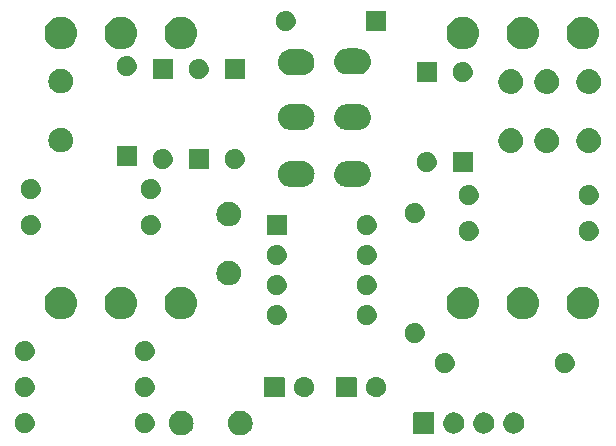
<source format=gbr>
G04 #@! TF.GenerationSoftware,KiCad,Pcbnew,7.0.11+dfsg-1build4*
G04 #@! TF.CreationDate,2026-02-22T11:15:35-05:00*
G04 #@! TF.ProjectId,timmy,74696d6d-792e-46b6-9963-61645f706362,rev?*
G04 #@! TF.SameCoordinates,Original*
G04 #@! TF.FileFunction,Soldermask,Top*
G04 #@! TF.FilePolarity,Negative*
%FSLAX46Y46*%
G04 Gerber Fmt 4.6, Leading zero omitted, Abs format (unit mm)*
G04 Created by KiCad (PCBNEW 7.0.11+dfsg-1build4) date 2026-02-22 11:15:35*
%MOMM*%
%LPD*%
G01*
G04 APERTURE LIST*
G04 APERTURE END LIST*
G36*
X108802938Y-82774017D02*
G01*
X108848923Y-82774017D01*
X108900139Y-82783590D01*
X108957040Y-82789195D01*
X109000261Y-82802306D01*
X109039474Y-82809636D01*
X109093785Y-82830676D01*
X109154200Y-82849003D01*
X109188720Y-82867454D01*
X109220232Y-82879662D01*
X109274977Y-82913559D01*
X109335904Y-82946125D01*
X109361506Y-82967136D01*
X109385048Y-82981713D01*
X109437212Y-83029267D01*
X109495169Y-83076831D01*
X109512342Y-83097757D01*
X109528301Y-83112305D01*
X109574629Y-83173653D01*
X109625875Y-83236096D01*
X109635783Y-83254634D01*
X109645122Y-83267000D01*
X109682274Y-83341613D01*
X109722997Y-83417800D01*
X109727340Y-83432117D01*
X109731528Y-83440528D01*
X109756267Y-83527476D01*
X109782805Y-83614960D01*
X109783676Y-83623811D01*
X109784577Y-83626975D01*
X109793938Y-83728002D01*
X109803000Y-83820000D01*
X109793938Y-83912005D01*
X109784577Y-84013024D01*
X109783676Y-84016187D01*
X109782805Y-84025040D01*
X109756262Y-84112538D01*
X109731528Y-84199471D01*
X109727341Y-84207879D01*
X109722997Y-84222200D01*
X109682267Y-84298399D01*
X109645122Y-84372999D01*
X109635785Y-84385362D01*
X109625875Y-84403904D01*
X109574620Y-84466357D01*
X109528301Y-84527694D01*
X109512345Y-84542238D01*
X109495169Y-84563169D01*
X109437201Y-84610741D01*
X109385048Y-84658286D01*
X109361511Y-84672859D01*
X109335904Y-84693875D01*
X109274965Y-84726447D01*
X109220232Y-84760337D01*
X109188726Y-84772542D01*
X109154200Y-84790997D01*
X109093773Y-84809327D01*
X109039474Y-84830363D01*
X109000268Y-84837691D01*
X108957040Y-84850805D01*
X108900136Y-84856409D01*
X108848923Y-84865983D01*
X108802938Y-84865983D01*
X108752000Y-84871000D01*
X108701062Y-84865983D01*
X108655077Y-84865983D01*
X108603863Y-84856409D01*
X108546960Y-84850805D01*
X108503732Y-84837692D01*
X108464525Y-84830363D01*
X108410221Y-84809325D01*
X108349800Y-84790997D01*
X108315275Y-84772543D01*
X108283767Y-84760337D01*
X108229027Y-84726443D01*
X108168096Y-84693875D01*
X108142491Y-84672861D01*
X108118951Y-84658286D01*
X108066788Y-84610733D01*
X108008831Y-84563169D01*
X107991656Y-84542242D01*
X107975698Y-84527694D01*
X107929367Y-84466342D01*
X107878125Y-84403904D01*
X107868216Y-84385366D01*
X107858877Y-84372999D01*
X107821717Y-84298372D01*
X107781003Y-84222200D01*
X107776660Y-84207884D01*
X107772471Y-84199471D01*
X107747721Y-84112485D01*
X107721195Y-84025040D01*
X107720323Y-84016192D01*
X107719422Y-84013024D01*
X107710044Y-83911833D01*
X107701000Y-83820000D01*
X107710044Y-83728173D01*
X107719422Y-83626975D01*
X107720323Y-83623805D01*
X107721195Y-83614960D01*
X107747716Y-83527529D01*
X107772471Y-83440528D01*
X107776661Y-83432112D01*
X107781003Y-83417800D01*
X107821710Y-83341641D01*
X107858877Y-83267000D01*
X107868218Y-83254629D01*
X107878125Y-83236096D01*
X107929357Y-83173668D01*
X107975698Y-83112305D01*
X107991660Y-83097753D01*
X108008831Y-83076831D01*
X108066777Y-83029275D01*
X108118951Y-82981713D01*
X108142496Y-82967134D01*
X108168096Y-82946125D01*
X108229015Y-82913563D01*
X108283767Y-82879662D01*
X108315282Y-82867452D01*
X108349800Y-82849003D01*
X108410209Y-82830677D01*
X108464525Y-82809636D01*
X108503739Y-82802305D01*
X108546960Y-82789195D01*
X108603860Y-82783590D01*
X108655077Y-82774017D01*
X108701062Y-82774017D01*
X108752000Y-82769000D01*
X108802938Y-82774017D01*
G37*
G36*
X113802938Y-82774017D02*
G01*
X113848923Y-82774017D01*
X113900139Y-82783590D01*
X113957040Y-82789195D01*
X114000261Y-82802306D01*
X114039474Y-82809636D01*
X114093785Y-82830676D01*
X114154200Y-82849003D01*
X114188720Y-82867454D01*
X114220232Y-82879662D01*
X114274977Y-82913559D01*
X114335904Y-82946125D01*
X114361506Y-82967136D01*
X114385048Y-82981713D01*
X114437212Y-83029267D01*
X114495169Y-83076831D01*
X114512342Y-83097757D01*
X114528301Y-83112305D01*
X114574629Y-83173653D01*
X114625875Y-83236096D01*
X114635783Y-83254634D01*
X114645122Y-83267000D01*
X114682274Y-83341613D01*
X114722997Y-83417800D01*
X114727340Y-83432117D01*
X114731528Y-83440528D01*
X114756267Y-83527476D01*
X114782805Y-83614960D01*
X114783676Y-83623811D01*
X114784577Y-83626975D01*
X114793938Y-83728002D01*
X114803000Y-83820000D01*
X114793938Y-83912005D01*
X114784577Y-84013024D01*
X114783676Y-84016187D01*
X114782805Y-84025040D01*
X114756262Y-84112538D01*
X114731528Y-84199471D01*
X114727341Y-84207879D01*
X114722997Y-84222200D01*
X114682267Y-84298399D01*
X114645122Y-84372999D01*
X114635785Y-84385362D01*
X114625875Y-84403904D01*
X114574620Y-84466357D01*
X114528301Y-84527694D01*
X114512345Y-84542238D01*
X114495169Y-84563169D01*
X114437201Y-84610741D01*
X114385048Y-84658286D01*
X114361511Y-84672859D01*
X114335904Y-84693875D01*
X114274965Y-84726447D01*
X114220232Y-84760337D01*
X114188726Y-84772542D01*
X114154200Y-84790997D01*
X114093773Y-84809327D01*
X114039474Y-84830363D01*
X114000268Y-84837691D01*
X113957040Y-84850805D01*
X113900136Y-84856409D01*
X113848923Y-84865983D01*
X113802938Y-84865983D01*
X113752000Y-84871000D01*
X113701062Y-84865983D01*
X113655077Y-84865983D01*
X113603863Y-84856409D01*
X113546960Y-84850805D01*
X113503732Y-84837692D01*
X113464525Y-84830363D01*
X113410221Y-84809325D01*
X113349800Y-84790997D01*
X113315275Y-84772543D01*
X113283767Y-84760337D01*
X113229027Y-84726443D01*
X113168096Y-84693875D01*
X113142491Y-84672861D01*
X113118951Y-84658286D01*
X113066788Y-84610733D01*
X113008831Y-84563169D01*
X112991656Y-84542242D01*
X112975698Y-84527694D01*
X112929367Y-84466342D01*
X112878125Y-84403904D01*
X112868216Y-84385366D01*
X112858877Y-84372999D01*
X112821717Y-84298372D01*
X112781003Y-84222200D01*
X112776660Y-84207884D01*
X112772471Y-84199471D01*
X112747721Y-84112485D01*
X112721195Y-84025040D01*
X112720323Y-84016192D01*
X112719422Y-84013024D01*
X112710044Y-83911833D01*
X112701000Y-83820000D01*
X112710044Y-83728173D01*
X112719422Y-83626975D01*
X112720323Y-83623805D01*
X112721195Y-83614960D01*
X112747716Y-83527529D01*
X112772471Y-83440528D01*
X112776661Y-83432112D01*
X112781003Y-83417800D01*
X112821710Y-83341641D01*
X112858877Y-83267000D01*
X112868218Y-83254629D01*
X112878125Y-83236096D01*
X112929357Y-83173668D01*
X112975698Y-83112305D01*
X112991660Y-83097753D01*
X113008831Y-83076831D01*
X113066777Y-83029275D01*
X113118951Y-82981713D01*
X113142496Y-82967134D01*
X113168096Y-82946125D01*
X113229015Y-82913563D01*
X113283767Y-82879662D01*
X113315282Y-82867452D01*
X113349800Y-82849003D01*
X113410209Y-82830677D01*
X113464525Y-82809636D01*
X113503739Y-82802305D01*
X113546960Y-82789195D01*
X113603860Y-82783590D01*
X113655077Y-82774017D01*
X113701062Y-82774017D01*
X113752000Y-82769000D01*
X113802938Y-82774017D01*
G37*
G36*
X130165517Y-82922882D02*
G01*
X130182062Y-82933938D01*
X130193118Y-82950483D01*
X130197000Y-82970000D01*
X130197000Y-84670000D01*
X130193118Y-84689517D01*
X130182062Y-84706062D01*
X130165517Y-84717118D01*
X130146000Y-84721000D01*
X128446000Y-84721000D01*
X128426483Y-84717118D01*
X128409938Y-84706062D01*
X128398882Y-84689517D01*
X128395000Y-84670000D01*
X128395000Y-82970000D01*
X128398882Y-82950483D01*
X128409938Y-82933938D01*
X128426483Y-82922882D01*
X128446000Y-82919000D01*
X130146000Y-82919000D01*
X130165517Y-82922882D01*
G37*
G36*
X131879983Y-82923936D02*
G01*
X131930180Y-82923936D01*
X131973524Y-82933149D01*
X132011659Y-82936905D01*
X132059566Y-82951437D01*
X132114424Y-82963098D01*
X132149530Y-82978728D01*
X132180566Y-82988143D01*
X132229884Y-83014504D01*
X132286500Y-83039711D01*
X132312822Y-83058835D01*
X132336232Y-83071348D01*
X132383988Y-83110540D01*
X132438887Y-83150427D01*
X132456711Y-83170223D01*
X132472675Y-83183324D01*
X132515572Y-83235594D01*
X132564924Y-83290405D01*
X132575292Y-83308363D01*
X132584651Y-83319767D01*
X132619273Y-83384542D01*
X132659104Y-83453530D01*
X132663685Y-83467630D01*
X132667856Y-83475433D01*
X132690852Y-83551242D01*
X132717311Y-83632672D01*
X132718242Y-83641532D01*
X132719094Y-83644340D01*
X132727384Y-83728513D01*
X132737000Y-83820000D01*
X132727383Y-83911494D01*
X132719094Y-83995659D01*
X132718242Y-83998466D01*
X132717311Y-84007328D01*
X132690848Y-84088771D01*
X132667856Y-84164566D01*
X132663686Y-84172366D01*
X132659104Y-84186470D01*
X132619266Y-84255470D01*
X132584651Y-84320232D01*
X132575294Y-84331633D01*
X132564924Y-84349595D01*
X132515563Y-84404415D01*
X132472675Y-84456675D01*
X132456714Y-84469773D01*
X132438887Y-84489573D01*
X132383977Y-84529467D01*
X132336232Y-84568651D01*
X132312827Y-84581161D01*
X132286500Y-84600289D01*
X132229873Y-84625500D01*
X132180566Y-84651856D01*
X132149537Y-84661268D01*
X132114424Y-84676902D01*
X132059555Y-84688564D01*
X132011659Y-84703094D01*
X131973532Y-84706849D01*
X131930180Y-84716064D01*
X131879973Y-84716064D01*
X131836000Y-84720395D01*
X131792027Y-84716064D01*
X131741820Y-84716064D01*
X131698467Y-84706849D01*
X131660340Y-84703094D01*
X131612441Y-84688563D01*
X131557576Y-84676902D01*
X131522464Y-84661269D01*
X131491433Y-84651856D01*
X131442120Y-84625498D01*
X131385500Y-84600289D01*
X131359175Y-84581163D01*
X131335767Y-84568651D01*
X131288013Y-84529460D01*
X131233113Y-84489573D01*
X131215287Y-84469776D01*
X131199324Y-84456675D01*
X131156425Y-84404402D01*
X131107076Y-84349595D01*
X131096708Y-84331637D01*
X131087348Y-84320232D01*
X131052719Y-84255447D01*
X131012896Y-84186470D01*
X131008315Y-84172371D01*
X131004143Y-84164566D01*
X130981136Y-84088725D01*
X130954689Y-84007328D01*
X130953758Y-83998471D01*
X130952905Y-83995659D01*
X130944600Y-83911342D01*
X130935000Y-83820000D01*
X130944599Y-83728664D01*
X130952905Y-83644340D01*
X130953758Y-83641527D01*
X130954689Y-83632672D01*
X130981132Y-83551288D01*
X131004143Y-83475433D01*
X131008315Y-83467626D01*
X131012896Y-83453530D01*
X131052712Y-83384565D01*
X131087348Y-83319767D01*
X131096710Y-83308359D01*
X131107076Y-83290405D01*
X131156416Y-83235607D01*
X131199324Y-83183324D01*
X131215291Y-83170219D01*
X131233113Y-83150427D01*
X131288002Y-83110546D01*
X131335767Y-83071348D01*
X131359180Y-83058833D01*
X131385500Y-83039711D01*
X131442109Y-83014506D01*
X131491433Y-82988143D01*
X131522471Y-82978727D01*
X131557576Y-82963098D01*
X131612430Y-82951438D01*
X131660340Y-82936905D01*
X131698476Y-82933148D01*
X131741820Y-82923936D01*
X131792016Y-82923936D01*
X131836000Y-82919604D01*
X131879983Y-82923936D01*
G37*
G36*
X134419983Y-82923936D02*
G01*
X134470180Y-82923936D01*
X134513524Y-82933149D01*
X134551659Y-82936905D01*
X134599566Y-82951437D01*
X134654424Y-82963098D01*
X134689530Y-82978728D01*
X134720566Y-82988143D01*
X134769884Y-83014504D01*
X134826500Y-83039711D01*
X134852822Y-83058835D01*
X134876232Y-83071348D01*
X134923988Y-83110540D01*
X134978887Y-83150427D01*
X134996711Y-83170223D01*
X135012675Y-83183324D01*
X135055572Y-83235594D01*
X135104924Y-83290405D01*
X135115292Y-83308363D01*
X135124651Y-83319767D01*
X135159273Y-83384542D01*
X135199104Y-83453530D01*
X135203685Y-83467630D01*
X135207856Y-83475433D01*
X135230852Y-83551242D01*
X135257311Y-83632672D01*
X135258242Y-83641532D01*
X135259094Y-83644340D01*
X135267384Y-83728513D01*
X135277000Y-83820000D01*
X135267383Y-83911494D01*
X135259094Y-83995659D01*
X135258242Y-83998466D01*
X135257311Y-84007328D01*
X135230848Y-84088771D01*
X135207856Y-84164566D01*
X135203686Y-84172366D01*
X135199104Y-84186470D01*
X135159266Y-84255470D01*
X135124651Y-84320232D01*
X135115294Y-84331633D01*
X135104924Y-84349595D01*
X135055563Y-84404415D01*
X135012675Y-84456675D01*
X134996714Y-84469773D01*
X134978887Y-84489573D01*
X134923977Y-84529467D01*
X134876232Y-84568651D01*
X134852827Y-84581161D01*
X134826500Y-84600289D01*
X134769873Y-84625500D01*
X134720566Y-84651856D01*
X134689537Y-84661268D01*
X134654424Y-84676902D01*
X134599555Y-84688564D01*
X134551659Y-84703094D01*
X134513532Y-84706849D01*
X134470180Y-84716064D01*
X134419973Y-84716064D01*
X134376000Y-84720395D01*
X134332027Y-84716064D01*
X134281820Y-84716064D01*
X134238467Y-84706849D01*
X134200340Y-84703094D01*
X134152441Y-84688563D01*
X134097576Y-84676902D01*
X134062464Y-84661269D01*
X134031433Y-84651856D01*
X133982120Y-84625498D01*
X133925500Y-84600289D01*
X133899175Y-84581163D01*
X133875767Y-84568651D01*
X133828013Y-84529460D01*
X133773113Y-84489573D01*
X133755287Y-84469776D01*
X133739324Y-84456675D01*
X133696425Y-84404402D01*
X133647076Y-84349595D01*
X133636708Y-84331637D01*
X133627348Y-84320232D01*
X133592719Y-84255447D01*
X133552896Y-84186470D01*
X133548315Y-84172371D01*
X133544143Y-84164566D01*
X133521136Y-84088725D01*
X133494689Y-84007328D01*
X133493758Y-83998471D01*
X133492905Y-83995659D01*
X133484600Y-83911342D01*
X133475000Y-83820000D01*
X133484599Y-83728664D01*
X133492905Y-83644340D01*
X133493758Y-83641527D01*
X133494689Y-83632672D01*
X133521132Y-83551288D01*
X133544143Y-83475433D01*
X133548315Y-83467626D01*
X133552896Y-83453530D01*
X133592712Y-83384565D01*
X133627348Y-83319767D01*
X133636710Y-83308359D01*
X133647076Y-83290405D01*
X133696416Y-83235607D01*
X133739324Y-83183324D01*
X133755291Y-83170219D01*
X133773113Y-83150427D01*
X133828002Y-83110546D01*
X133875767Y-83071348D01*
X133899180Y-83058833D01*
X133925500Y-83039711D01*
X133982109Y-83014506D01*
X134031433Y-82988143D01*
X134062471Y-82978727D01*
X134097576Y-82963098D01*
X134152430Y-82951438D01*
X134200340Y-82936905D01*
X134238476Y-82933148D01*
X134281820Y-82923936D01*
X134332016Y-82923936D01*
X134376000Y-82919604D01*
X134419983Y-82923936D01*
G37*
G36*
X136959983Y-82923936D02*
G01*
X137010180Y-82923936D01*
X137053524Y-82933149D01*
X137091659Y-82936905D01*
X137139566Y-82951437D01*
X137194424Y-82963098D01*
X137229530Y-82978728D01*
X137260566Y-82988143D01*
X137309884Y-83014504D01*
X137366500Y-83039711D01*
X137392822Y-83058835D01*
X137416232Y-83071348D01*
X137463988Y-83110540D01*
X137518887Y-83150427D01*
X137536711Y-83170223D01*
X137552675Y-83183324D01*
X137595572Y-83235594D01*
X137644924Y-83290405D01*
X137655292Y-83308363D01*
X137664651Y-83319767D01*
X137699273Y-83384542D01*
X137739104Y-83453530D01*
X137743685Y-83467630D01*
X137747856Y-83475433D01*
X137770852Y-83551242D01*
X137797311Y-83632672D01*
X137798242Y-83641532D01*
X137799094Y-83644340D01*
X137807384Y-83728513D01*
X137817000Y-83820000D01*
X137807383Y-83911494D01*
X137799094Y-83995659D01*
X137798242Y-83998466D01*
X137797311Y-84007328D01*
X137770848Y-84088771D01*
X137747856Y-84164566D01*
X137743686Y-84172366D01*
X137739104Y-84186470D01*
X137699266Y-84255470D01*
X137664651Y-84320232D01*
X137655294Y-84331633D01*
X137644924Y-84349595D01*
X137595563Y-84404415D01*
X137552675Y-84456675D01*
X137536714Y-84469773D01*
X137518887Y-84489573D01*
X137463977Y-84529467D01*
X137416232Y-84568651D01*
X137392827Y-84581161D01*
X137366500Y-84600289D01*
X137309873Y-84625500D01*
X137260566Y-84651856D01*
X137229537Y-84661268D01*
X137194424Y-84676902D01*
X137139555Y-84688564D01*
X137091659Y-84703094D01*
X137053532Y-84706849D01*
X137010180Y-84716064D01*
X136959973Y-84716064D01*
X136916000Y-84720395D01*
X136872027Y-84716064D01*
X136821820Y-84716064D01*
X136778467Y-84706849D01*
X136740340Y-84703094D01*
X136692441Y-84688563D01*
X136637576Y-84676902D01*
X136602464Y-84661269D01*
X136571433Y-84651856D01*
X136522120Y-84625498D01*
X136465500Y-84600289D01*
X136439175Y-84581163D01*
X136415767Y-84568651D01*
X136368013Y-84529460D01*
X136313113Y-84489573D01*
X136295287Y-84469776D01*
X136279324Y-84456675D01*
X136236425Y-84404402D01*
X136187076Y-84349595D01*
X136176708Y-84331637D01*
X136167348Y-84320232D01*
X136132719Y-84255447D01*
X136092896Y-84186470D01*
X136088315Y-84172371D01*
X136084143Y-84164566D01*
X136061136Y-84088725D01*
X136034689Y-84007328D01*
X136033758Y-83998471D01*
X136032905Y-83995659D01*
X136024600Y-83911342D01*
X136015000Y-83820000D01*
X136024599Y-83728664D01*
X136032905Y-83644340D01*
X136033758Y-83641527D01*
X136034689Y-83632672D01*
X136061132Y-83551288D01*
X136084143Y-83475433D01*
X136088315Y-83467626D01*
X136092896Y-83453530D01*
X136132712Y-83384565D01*
X136167348Y-83319767D01*
X136176710Y-83308359D01*
X136187076Y-83290405D01*
X136236416Y-83235607D01*
X136279324Y-83183324D01*
X136295291Y-83170219D01*
X136313113Y-83150427D01*
X136368002Y-83110546D01*
X136415767Y-83071348D01*
X136439180Y-83058833D01*
X136465500Y-83039711D01*
X136522109Y-83014506D01*
X136571433Y-82988143D01*
X136602471Y-82978727D01*
X136637576Y-82963098D01*
X136692430Y-82951438D01*
X136740340Y-82936905D01*
X136778476Y-82933148D01*
X136821820Y-82923936D01*
X136872016Y-82923936D01*
X136916000Y-82919604D01*
X136959983Y-82923936D01*
G37*
G36*
X95545199Y-82973662D02*
G01*
X95592954Y-82973662D01*
X95634194Y-82982427D01*
X95669901Y-82985945D01*
X95714759Y-82999552D01*
X95766973Y-83010651D01*
X95800384Y-83025526D01*
X95829435Y-83034339D01*
X95875602Y-83059015D01*
X95929500Y-83083012D01*
X95954554Y-83101215D01*
X95976453Y-83112920D01*
X96021128Y-83149584D01*
X96073430Y-83187584D01*
X96090411Y-83206443D01*
X96105320Y-83218679D01*
X96145387Y-83267501D01*
X96192473Y-83319795D01*
X96202364Y-83336927D01*
X96211079Y-83347546D01*
X96243306Y-83407840D01*
X96281427Y-83473867D01*
X96285813Y-83487368D01*
X96289660Y-83494564D01*
X96310861Y-83564455D01*
X96336404Y-83643067D01*
X96337303Y-83651623D01*
X96338054Y-83654098D01*
X96345371Y-83728389D01*
X96355000Y-83820000D01*
X96345370Y-83911619D01*
X96338054Y-83985901D01*
X96337303Y-83988375D01*
X96336404Y-83996933D01*
X96310856Y-84075558D01*
X96289660Y-84145435D01*
X96285814Y-84152629D01*
X96281427Y-84166133D01*
X96243299Y-84232172D01*
X96211079Y-84292453D01*
X96202366Y-84303069D01*
X96192473Y-84320205D01*
X96145378Y-84372509D01*
X96105320Y-84421320D01*
X96090414Y-84433552D01*
X96073430Y-84452416D01*
X96021118Y-84490423D01*
X95976453Y-84527079D01*
X95954559Y-84538780D01*
X95929500Y-84556988D01*
X95875591Y-84580989D01*
X95829435Y-84605660D01*
X95800391Y-84614470D01*
X95766973Y-84629349D01*
X95714748Y-84640449D01*
X95669901Y-84654054D01*
X95634203Y-84657570D01*
X95592954Y-84666338D01*
X95545188Y-84666338D01*
X95504000Y-84670395D01*
X95462811Y-84666338D01*
X95415046Y-84666338D01*
X95373797Y-84657570D01*
X95338098Y-84654054D01*
X95293248Y-84640448D01*
X95241027Y-84629349D01*
X95207610Y-84614471D01*
X95178564Y-84605660D01*
X95132402Y-84580986D01*
X95078500Y-84556988D01*
X95053443Y-84538783D01*
X95031546Y-84527079D01*
X94986873Y-84490416D01*
X94934570Y-84452416D01*
X94917588Y-84433555D01*
X94902679Y-84421320D01*
X94862610Y-84372496D01*
X94815527Y-84320205D01*
X94805636Y-84303073D01*
X94796920Y-84292453D01*
X94764687Y-84232148D01*
X94726573Y-84166133D01*
X94722186Y-84152634D01*
X94718339Y-84145435D01*
X94697128Y-84075512D01*
X94671596Y-83996933D01*
X94670697Y-83988380D01*
X94669945Y-83985901D01*
X94662613Y-83911467D01*
X94653000Y-83820000D01*
X94662612Y-83728540D01*
X94669945Y-83654098D01*
X94670697Y-83651618D01*
X94671596Y-83643067D01*
X94697123Y-83564502D01*
X94718339Y-83494564D01*
X94722187Y-83487363D01*
X94726573Y-83473867D01*
X94764680Y-83407863D01*
X94796920Y-83347546D01*
X94805638Y-83336923D01*
X94815527Y-83319795D01*
X94862601Y-83267513D01*
X94902679Y-83218679D01*
X94917591Y-83206440D01*
X94934570Y-83187584D01*
X94986862Y-83149591D01*
X95031546Y-83112920D01*
X95053448Y-83101213D01*
X95078500Y-83083012D01*
X95132391Y-83059018D01*
X95178564Y-83034339D01*
X95207617Y-83025525D01*
X95241027Y-83010651D01*
X95293237Y-82999553D01*
X95338098Y-82985945D01*
X95373806Y-82982427D01*
X95415046Y-82973662D01*
X95462801Y-82973662D01*
X95504000Y-82969604D01*
X95545199Y-82973662D01*
G37*
G36*
X105705199Y-82973662D02*
G01*
X105752954Y-82973662D01*
X105794194Y-82982427D01*
X105829901Y-82985945D01*
X105874759Y-82999552D01*
X105926973Y-83010651D01*
X105960384Y-83025526D01*
X105989435Y-83034339D01*
X106035602Y-83059015D01*
X106089500Y-83083012D01*
X106114554Y-83101215D01*
X106136453Y-83112920D01*
X106181128Y-83149584D01*
X106233430Y-83187584D01*
X106250411Y-83206443D01*
X106265320Y-83218679D01*
X106305387Y-83267501D01*
X106352473Y-83319795D01*
X106362364Y-83336927D01*
X106371079Y-83347546D01*
X106403306Y-83407840D01*
X106441427Y-83473867D01*
X106445813Y-83487368D01*
X106449660Y-83494564D01*
X106470861Y-83564455D01*
X106496404Y-83643067D01*
X106497303Y-83651623D01*
X106498054Y-83654098D01*
X106505371Y-83728389D01*
X106515000Y-83820000D01*
X106505370Y-83911619D01*
X106498054Y-83985901D01*
X106497303Y-83988375D01*
X106496404Y-83996933D01*
X106470856Y-84075558D01*
X106449660Y-84145435D01*
X106445814Y-84152629D01*
X106441427Y-84166133D01*
X106403299Y-84232172D01*
X106371079Y-84292453D01*
X106362366Y-84303069D01*
X106352473Y-84320205D01*
X106305378Y-84372509D01*
X106265320Y-84421320D01*
X106250414Y-84433552D01*
X106233430Y-84452416D01*
X106181118Y-84490423D01*
X106136453Y-84527079D01*
X106114559Y-84538780D01*
X106089500Y-84556988D01*
X106035591Y-84580989D01*
X105989435Y-84605660D01*
X105960391Y-84614470D01*
X105926973Y-84629349D01*
X105874748Y-84640449D01*
X105829901Y-84654054D01*
X105794203Y-84657570D01*
X105752954Y-84666338D01*
X105705188Y-84666338D01*
X105664000Y-84670395D01*
X105622811Y-84666338D01*
X105575046Y-84666338D01*
X105533797Y-84657570D01*
X105498098Y-84654054D01*
X105453248Y-84640448D01*
X105401027Y-84629349D01*
X105367610Y-84614471D01*
X105338564Y-84605660D01*
X105292402Y-84580986D01*
X105238500Y-84556988D01*
X105213443Y-84538783D01*
X105191546Y-84527079D01*
X105146873Y-84490416D01*
X105094570Y-84452416D01*
X105077588Y-84433555D01*
X105062679Y-84421320D01*
X105022610Y-84372496D01*
X104975527Y-84320205D01*
X104965636Y-84303073D01*
X104956920Y-84292453D01*
X104924687Y-84232148D01*
X104886573Y-84166133D01*
X104882186Y-84152634D01*
X104878339Y-84145435D01*
X104857128Y-84075512D01*
X104831596Y-83996933D01*
X104830697Y-83988380D01*
X104829945Y-83985901D01*
X104822613Y-83911467D01*
X104813000Y-83820000D01*
X104822612Y-83728540D01*
X104829945Y-83654098D01*
X104830697Y-83651618D01*
X104831596Y-83643067D01*
X104857123Y-83564502D01*
X104878339Y-83494564D01*
X104882187Y-83487363D01*
X104886573Y-83473867D01*
X104924680Y-83407863D01*
X104956920Y-83347546D01*
X104965638Y-83336923D01*
X104975527Y-83319795D01*
X105022601Y-83267513D01*
X105062679Y-83218679D01*
X105077591Y-83206440D01*
X105094570Y-83187584D01*
X105146862Y-83149591D01*
X105191546Y-83112920D01*
X105213448Y-83101213D01*
X105238500Y-83083012D01*
X105292391Y-83059018D01*
X105338564Y-83034339D01*
X105367617Y-83025525D01*
X105401027Y-83010651D01*
X105453237Y-82999553D01*
X105498098Y-82985945D01*
X105533806Y-82982427D01*
X105575046Y-82973662D01*
X105622801Y-82973662D01*
X105664000Y-82969604D01*
X105705199Y-82973662D01*
G37*
G36*
X117470405Y-79924882D02*
G01*
X117486950Y-79935938D01*
X117498006Y-79952483D01*
X117501888Y-79972000D01*
X117501888Y-81572000D01*
X117498006Y-81591517D01*
X117486950Y-81608062D01*
X117470405Y-81619118D01*
X117450888Y-81623000D01*
X115850888Y-81623000D01*
X115831371Y-81619118D01*
X115814826Y-81608062D01*
X115803770Y-81591517D01*
X115799888Y-81572000D01*
X115799888Y-79972000D01*
X115803770Y-79952483D01*
X115814826Y-79935938D01*
X115831371Y-79924882D01*
X115850888Y-79921000D01*
X117450888Y-79921000D01*
X117470405Y-79924882D01*
G37*
G36*
X123566405Y-79924882D02*
G01*
X123582950Y-79935938D01*
X123594006Y-79952483D01*
X123597888Y-79972000D01*
X123597888Y-81572000D01*
X123594006Y-81591517D01*
X123582950Y-81608062D01*
X123566405Y-81619118D01*
X123546888Y-81623000D01*
X121946888Y-81623000D01*
X121927371Y-81619118D01*
X121910826Y-81608062D01*
X121899770Y-81591517D01*
X121895888Y-81572000D01*
X121895888Y-79972000D01*
X121899770Y-79952483D01*
X121910826Y-79935938D01*
X121927371Y-79924882D01*
X121946888Y-79921000D01*
X123546888Y-79921000D01*
X123566405Y-79924882D01*
G37*
G36*
X95545199Y-79925662D02*
G01*
X95592954Y-79925662D01*
X95634194Y-79934427D01*
X95669901Y-79937945D01*
X95714759Y-79951552D01*
X95766973Y-79962651D01*
X95800384Y-79977526D01*
X95829435Y-79986339D01*
X95875602Y-80011015D01*
X95929500Y-80035012D01*
X95954554Y-80053215D01*
X95976453Y-80064920D01*
X96021128Y-80101584D01*
X96073430Y-80139584D01*
X96090411Y-80158443D01*
X96105320Y-80170679D01*
X96145387Y-80219501D01*
X96192473Y-80271795D01*
X96202364Y-80288927D01*
X96211079Y-80299546D01*
X96243306Y-80359840D01*
X96281427Y-80425867D01*
X96285813Y-80439368D01*
X96289660Y-80446564D01*
X96310861Y-80516455D01*
X96336404Y-80595067D01*
X96337303Y-80603623D01*
X96338054Y-80606098D01*
X96345371Y-80680389D01*
X96355000Y-80772000D01*
X96345370Y-80863619D01*
X96338054Y-80937901D01*
X96337303Y-80940375D01*
X96336404Y-80948933D01*
X96310856Y-81027558D01*
X96289660Y-81097435D01*
X96285814Y-81104629D01*
X96281427Y-81118133D01*
X96243299Y-81184172D01*
X96211079Y-81244453D01*
X96202366Y-81255069D01*
X96192473Y-81272205D01*
X96145378Y-81324509D01*
X96105320Y-81373320D01*
X96090414Y-81385552D01*
X96073430Y-81404416D01*
X96021118Y-81442423D01*
X95976453Y-81479079D01*
X95954559Y-81490780D01*
X95929500Y-81508988D01*
X95875591Y-81532989D01*
X95829435Y-81557660D01*
X95800391Y-81566470D01*
X95766973Y-81581349D01*
X95714748Y-81592449D01*
X95669901Y-81606054D01*
X95634203Y-81609570D01*
X95592954Y-81618338D01*
X95545188Y-81618338D01*
X95504000Y-81622395D01*
X95462811Y-81618338D01*
X95415046Y-81618338D01*
X95373797Y-81609570D01*
X95338098Y-81606054D01*
X95293248Y-81592448D01*
X95241027Y-81581349D01*
X95207610Y-81566471D01*
X95178564Y-81557660D01*
X95132402Y-81532986D01*
X95078500Y-81508988D01*
X95053443Y-81490783D01*
X95031546Y-81479079D01*
X94986873Y-81442416D01*
X94934570Y-81404416D01*
X94917588Y-81385555D01*
X94902679Y-81373320D01*
X94862610Y-81324496D01*
X94815527Y-81272205D01*
X94805636Y-81255073D01*
X94796920Y-81244453D01*
X94764687Y-81184148D01*
X94726573Y-81118133D01*
X94722186Y-81104634D01*
X94718339Y-81097435D01*
X94697128Y-81027512D01*
X94671596Y-80948933D01*
X94670697Y-80940380D01*
X94669945Y-80937901D01*
X94662613Y-80863467D01*
X94653000Y-80772000D01*
X94662612Y-80680540D01*
X94669945Y-80606098D01*
X94670697Y-80603618D01*
X94671596Y-80595067D01*
X94697123Y-80516502D01*
X94718339Y-80446564D01*
X94722187Y-80439363D01*
X94726573Y-80425867D01*
X94764680Y-80359863D01*
X94796920Y-80299546D01*
X94805638Y-80288923D01*
X94815527Y-80271795D01*
X94862601Y-80219513D01*
X94902679Y-80170679D01*
X94917591Y-80158440D01*
X94934570Y-80139584D01*
X94986862Y-80101591D01*
X95031546Y-80064920D01*
X95053448Y-80053213D01*
X95078500Y-80035012D01*
X95132391Y-80011018D01*
X95178564Y-79986339D01*
X95207617Y-79977525D01*
X95241027Y-79962651D01*
X95293237Y-79951553D01*
X95338098Y-79937945D01*
X95373806Y-79934427D01*
X95415046Y-79925662D01*
X95462801Y-79925662D01*
X95504000Y-79921604D01*
X95545199Y-79925662D01*
G37*
G36*
X105705199Y-79925662D02*
G01*
X105752954Y-79925662D01*
X105794194Y-79934427D01*
X105829901Y-79937945D01*
X105874759Y-79951552D01*
X105926973Y-79962651D01*
X105960384Y-79977526D01*
X105989435Y-79986339D01*
X106035602Y-80011015D01*
X106089500Y-80035012D01*
X106114554Y-80053215D01*
X106136453Y-80064920D01*
X106181128Y-80101584D01*
X106233430Y-80139584D01*
X106250411Y-80158443D01*
X106265320Y-80170679D01*
X106305387Y-80219501D01*
X106352473Y-80271795D01*
X106362364Y-80288927D01*
X106371079Y-80299546D01*
X106403306Y-80359840D01*
X106441427Y-80425867D01*
X106445813Y-80439368D01*
X106449660Y-80446564D01*
X106470861Y-80516455D01*
X106496404Y-80595067D01*
X106497303Y-80603623D01*
X106498054Y-80606098D01*
X106505371Y-80680389D01*
X106515000Y-80772000D01*
X106505370Y-80863619D01*
X106498054Y-80937901D01*
X106497303Y-80940375D01*
X106496404Y-80948933D01*
X106470856Y-81027558D01*
X106449660Y-81097435D01*
X106445814Y-81104629D01*
X106441427Y-81118133D01*
X106403299Y-81184172D01*
X106371079Y-81244453D01*
X106362366Y-81255069D01*
X106352473Y-81272205D01*
X106305378Y-81324509D01*
X106265320Y-81373320D01*
X106250414Y-81385552D01*
X106233430Y-81404416D01*
X106181118Y-81442423D01*
X106136453Y-81479079D01*
X106114559Y-81490780D01*
X106089500Y-81508988D01*
X106035591Y-81532989D01*
X105989435Y-81557660D01*
X105960391Y-81566470D01*
X105926973Y-81581349D01*
X105874748Y-81592449D01*
X105829901Y-81606054D01*
X105794203Y-81609570D01*
X105752954Y-81618338D01*
X105705188Y-81618338D01*
X105664000Y-81622395D01*
X105622811Y-81618338D01*
X105575046Y-81618338D01*
X105533797Y-81609570D01*
X105498098Y-81606054D01*
X105453248Y-81592448D01*
X105401027Y-81581349D01*
X105367610Y-81566471D01*
X105338564Y-81557660D01*
X105292402Y-81532986D01*
X105238500Y-81508988D01*
X105213443Y-81490783D01*
X105191546Y-81479079D01*
X105146873Y-81442416D01*
X105094570Y-81404416D01*
X105077588Y-81385555D01*
X105062679Y-81373320D01*
X105022610Y-81324496D01*
X104975527Y-81272205D01*
X104965636Y-81255073D01*
X104956920Y-81244453D01*
X104924687Y-81184148D01*
X104886573Y-81118133D01*
X104882186Y-81104634D01*
X104878339Y-81097435D01*
X104857128Y-81027512D01*
X104831596Y-80948933D01*
X104830697Y-80940380D01*
X104829945Y-80937901D01*
X104822613Y-80863467D01*
X104813000Y-80772000D01*
X104822612Y-80680540D01*
X104829945Y-80606098D01*
X104830697Y-80603618D01*
X104831596Y-80595067D01*
X104857123Y-80516502D01*
X104878339Y-80446564D01*
X104882187Y-80439363D01*
X104886573Y-80425867D01*
X104924680Y-80359863D01*
X104956920Y-80299546D01*
X104965638Y-80288923D01*
X104975527Y-80271795D01*
X105022601Y-80219513D01*
X105062679Y-80170679D01*
X105077591Y-80158440D01*
X105094570Y-80139584D01*
X105146862Y-80101591D01*
X105191546Y-80064920D01*
X105213448Y-80053213D01*
X105238500Y-80035012D01*
X105292391Y-80011018D01*
X105338564Y-79986339D01*
X105367617Y-79977525D01*
X105401027Y-79962651D01*
X105453237Y-79951553D01*
X105498098Y-79937945D01*
X105533806Y-79934427D01*
X105575046Y-79925662D01*
X105622801Y-79925662D01*
X105664000Y-79921604D01*
X105705199Y-79925662D01*
G37*
G36*
X119192087Y-79925662D02*
G01*
X119239842Y-79925662D01*
X119281082Y-79934427D01*
X119316789Y-79937945D01*
X119361647Y-79951552D01*
X119413861Y-79962651D01*
X119447272Y-79977526D01*
X119476323Y-79986339D01*
X119522490Y-80011015D01*
X119576388Y-80035012D01*
X119601442Y-80053215D01*
X119623341Y-80064920D01*
X119668016Y-80101584D01*
X119720318Y-80139584D01*
X119737299Y-80158443D01*
X119752208Y-80170679D01*
X119792275Y-80219501D01*
X119839361Y-80271795D01*
X119849252Y-80288927D01*
X119857967Y-80299546D01*
X119890194Y-80359840D01*
X119928315Y-80425867D01*
X119932701Y-80439368D01*
X119936548Y-80446564D01*
X119957749Y-80516455D01*
X119983292Y-80595067D01*
X119984191Y-80603623D01*
X119984942Y-80606098D01*
X119992259Y-80680389D01*
X120001888Y-80772000D01*
X119992258Y-80863619D01*
X119984942Y-80937901D01*
X119984191Y-80940375D01*
X119983292Y-80948933D01*
X119957744Y-81027558D01*
X119936548Y-81097435D01*
X119932702Y-81104629D01*
X119928315Y-81118133D01*
X119890187Y-81184172D01*
X119857967Y-81244453D01*
X119849254Y-81255069D01*
X119839361Y-81272205D01*
X119792266Y-81324509D01*
X119752208Y-81373320D01*
X119737302Y-81385552D01*
X119720318Y-81404416D01*
X119668006Y-81442423D01*
X119623341Y-81479079D01*
X119601447Y-81490780D01*
X119576388Y-81508988D01*
X119522479Y-81532989D01*
X119476323Y-81557660D01*
X119447279Y-81566470D01*
X119413861Y-81581349D01*
X119361636Y-81592449D01*
X119316789Y-81606054D01*
X119281091Y-81609570D01*
X119239842Y-81618338D01*
X119192076Y-81618338D01*
X119150888Y-81622395D01*
X119109699Y-81618338D01*
X119061934Y-81618338D01*
X119020685Y-81609570D01*
X118984986Y-81606054D01*
X118940136Y-81592448D01*
X118887915Y-81581349D01*
X118854498Y-81566471D01*
X118825452Y-81557660D01*
X118779290Y-81532986D01*
X118725388Y-81508988D01*
X118700331Y-81490783D01*
X118678434Y-81479079D01*
X118633761Y-81442416D01*
X118581458Y-81404416D01*
X118564476Y-81385555D01*
X118549567Y-81373320D01*
X118509498Y-81324496D01*
X118462415Y-81272205D01*
X118452524Y-81255073D01*
X118443808Y-81244453D01*
X118411575Y-81184148D01*
X118373461Y-81118133D01*
X118369074Y-81104634D01*
X118365227Y-81097435D01*
X118344016Y-81027512D01*
X118318484Y-80948933D01*
X118317585Y-80940380D01*
X118316833Y-80937901D01*
X118309501Y-80863467D01*
X118299888Y-80772000D01*
X118309500Y-80680540D01*
X118316833Y-80606098D01*
X118317585Y-80603618D01*
X118318484Y-80595067D01*
X118344011Y-80516502D01*
X118365227Y-80446564D01*
X118369075Y-80439363D01*
X118373461Y-80425867D01*
X118411568Y-80359863D01*
X118443808Y-80299546D01*
X118452526Y-80288923D01*
X118462415Y-80271795D01*
X118509489Y-80219513D01*
X118549567Y-80170679D01*
X118564479Y-80158440D01*
X118581458Y-80139584D01*
X118633750Y-80101591D01*
X118678434Y-80064920D01*
X118700336Y-80053213D01*
X118725388Y-80035012D01*
X118779279Y-80011018D01*
X118825452Y-79986339D01*
X118854505Y-79977525D01*
X118887915Y-79962651D01*
X118940125Y-79951553D01*
X118984986Y-79937945D01*
X119020694Y-79934427D01*
X119061934Y-79925662D01*
X119109689Y-79925662D01*
X119150888Y-79921604D01*
X119192087Y-79925662D01*
G37*
G36*
X125288087Y-79925662D02*
G01*
X125335842Y-79925662D01*
X125377082Y-79934427D01*
X125412789Y-79937945D01*
X125457647Y-79951552D01*
X125509861Y-79962651D01*
X125543272Y-79977526D01*
X125572323Y-79986339D01*
X125618490Y-80011015D01*
X125672388Y-80035012D01*
X125697442Y-80053215D01*
X125719341Y-80064920D01*
X125764016Y-80101584D01*
X125816318Y-80139584D01*
X125833299Y-80158443D01*
X125848208Y-80170679D01*
X125888275Y-80219501D01*
X125935361Y-80271795D01*
X125945252Y-80288927D01*
X125953967Y-80299546D01*
X125986194Y-80359840D01*
X126024315Y-80425867D01*
X126028701Y-80439368D01*
X126032548Y-80446564D01*
X126053749Y-80516455D01*
X126079292Y-80595067D01*
X126080191Y-80603623D01*
X126080942Y-80606098D01*
X126088259Y-80680389D01*
X126097888Y-80772000D01*
X126088258Y-80863619D01*
X126080942Y-80937901D01*
X126080191Y-80940375D01*
X126079292Y-80948933D01*
X126053744Y-81027558D01*
X126032548Y-81097435D01*
X126028702Y-81104629D01*
X126024315Y-81118133D01*
X125986187Y-81184172D01*
X125953967Y-81244453D01*
X125945254Y-81255069D01*
X125935361Y-81272205D01*
X125888266Y-81324509D01*
X125848208Y-81373320D01*
X125833302Y-81385552D01*
X125816318Y-81404416D01*
X125764006Y-81442423D01*
X125719341Y-81479079D01*
X125697447Y-81490780D01*
X125672388Y-81508988D01*
X125618479Y-81532989D01*
X125572323Y-81557660D01*
X125543279Y-81566470D01*
X125509861Y-81581349D01*
X125457636Y-81592449D01*
X125412789Y-81606054D01*
X125377091Y-81609570D01*
X125335842Y-81618338D01*
X125288076Y-81618338D01*
X125246888Y-81622395D01*
X125205699Y-81618338D01*
X125157934Y-81618338D01*
X125116685Y-81609570D01*
X125080986Y-81606054D01*
X125036136Y-81592448D01*
X124983915Y-81581349D01*
X124950498Y-81566471D01*
X124921452Y-81557660D01*
X124875290Y-81532986D01*
X124821388Y-81508988D01*
X124796331Y-81490783D01*
X124774434Y-81479079D01*
X124729761Y-81442416D01*
X124677458Y-81404416D01*
X124660476Y-81385555D01*
X124645567Y-81373320D01*
X124605498Y-81324496D01*
X124558415Y-81272205D01*
X124548524Y-81255073D01*
X124539808Y-81244453D01*
X124507575Y-81184148D01*
X124469461Y-81118133D01*
X124465074Y-81104634D01*
X124461227Y-81097435D01*
X124440016Y-81027512D01*
X124414484Y-80948933D01*
X124413585Y-80940380D01*
X124412833Y-80937901D01*
X124405501Y-80863467D01*
X124395888Y-80772000D01*
X124405500Y-80680540D01*
X124412833Y-80606098D01*
X124413585Y-80603618D01*
X124414484Y-80595067D01*
X124440011Y-80516502D01*
X124461227Y-80446564D01*
X124465075Y-80439363D01*
X124469461Y-80425867D01*
X124507568Y-80359863D01*
X124539808Y-80299546D01*
X124548526Y-80288923D01*
X124558415Y-80271795D01*
X124605489Y-80219513D01*
X124645567Y-80170679D01*
X124660479Y-80158440D01*
X124677458Y-80139584D01*
X124729750Y-80101591D01*
X124774434Y-80064920D01*
X124796336Y-80053213D01*
X124821388Y-80035012D01*
X124875279Y-80011018D01*
X124921452Y-79986339D01*
X124950505Y-79977525D01*
X124983915Y-79962651D01*
X125036125Y-79951553D01*
X125080986Y-79937945D01*
X125116694Y-79934427D01*
X125157934Y-79925662D01*
X125205689Y-79925662D01*
X125246888Y-79921604D01*
X125288087Y-79925662D01*
G37*
G36*
X131105199Y-77893662D02*
G01*
X131152954Y-77893662D01*
X131194194Y-77902427D01*
X131229901Y-77905945D01*
X131274759Y-77919552D01*
X131326973Y-77930651D01*
X131360384Y-77945526D01*
X131389435Y-77954339D01*
X131435602Y-77979015D01*
X131489500Y-78003012D01*
X131514554Y-78021215D01*
X131536453Y-78032920D01*
X131581128Y-78069584D01*
X131633430Y-78107584D01*
X131650411Y-78126443D01*
X131665320Y-78138679D01*
X131705387Y-78187501D01*
X131752473Y-78239795D01*
X131762364Y-78256927D01*
X131771079Y-78267546D01*
X131803306Y-78327840D01*
X131841427Y-78393867D01*
X131845813Y-78407368D01*
X131849660Y-78414564D01*
X131870861Y-78484455D01*
X131896404Y-78563067D01*
X131897303Y-78571623D01*
X131898054Y-78574098D01*
X131905371Y-78648389D01*
X131915000Y-78740000D01*
X131905370Y-78831619D01*
X131898054Y-78905901D01*
X131897303Y-78908375D01*
X131896404Y-78916933D01*
X131870856Y-78995558D01*
X131849660Y-79065435D01*
X131845814Y-79072629D01*
X131841427Y-79086133D01*
X131803299Y-79152172D01*
X131771079Y-79212453D01*
X131762366Y-79223069D01*
X131752473Y-79240205D01*
X131705378Y-79292509D01*
X131665320Y-79341320D01*
X131650414Y-79353552D01*
X131633430Y-79372416D01*
X131581118Y-79410423D01*
X131536453Y-79447079D01*
X131514559Y-79458780D01*
X131489500Y-79476988D01*
X131435591Y-79500989D01*
X131389435Y-79525660D01*
X131360391Y-79534470D01*
X131326973Y-79549349D01*
X131274748Y-79560449D01*
X131229901Y-79574054D01*
X131194203Y-79577570D01*
X131152954Y-79586338D01*
X131105188Y-79586338D01*
X131064000Y-79590395D01*
X131022811Y-79586338D01*
X130975046Y-79586338D01*
X130933797Y-79577570D01*
X130898098Y-79574054D01*
X130853248Y-79560448D01*
X130801027Y-79549349D01*
X130767610Y-79534471D01*
X130738564Y-79525660D01*
X130692402Y-79500986D01*
X130638500Y-79476988D01*
X130613443Y-79458783D01*
X130591546Y-79447079D01*
X130546873Y-79410416D01*
X130494570Y-79372416D01*
X130477588Y-79353555D01*
X130462679Y-79341320D01*
X130422610Y-79292496D01*
X130375527Y-79240205D01*
X130365636Y-79223073D01*
X130356920Y-79212453D01*
X130324687Y-79152148D01*
X130286573Y-79086133D01*
X130282186Y-79072634D01*
X130278339Y-79065435D01*
X130257128Y-78995512D01*
X130231596Y-78916933D01*
X130230697Y-78908380D01*
X130229945Y-78905901D01*
X130222613Y-78831467D01*
X130213000Y-78740000D01*
X130222612Y-78648540D01*
X130229945Y-78574098D01*
X130230697Y-78571618D01*
X130231596Y-78563067D01*
X130257123Y-78484502D01*
X130278339Y-78414564D01*
X130282187Y-78407363D01*
X130286573Y-78393867D01*
X130324680Y-78327863D01*
X130356920Y-78267546D01*
X130365638Y-78256923D01*
X130375527Y-78239795D01*
X130422601Y-78187513D01*
X130462679Y-78138679D01*
X130477591Y-78126440D01*
X130494570Y-78107584D01*
X130546862Y-78069591D01*
X130591546Y-78032920D01*
X130613448Y-78021213D01*
X130638500Y-78003012D01*
X130692391Y-77979018D01*
X130738564Y-77954339D01*
X130767617Y-77945525D01*
X130801027Y-77930651D01*
X130853237Y-77919553D01*
X130898098Y-77905945D01*
X130933806Y-77902427D01*
X130975046Y-77893662D01*
X131022801Y-77893662D01*
X131064000Y-77889604D01*
X131105199Y-77893662D01*
G37*
G36*
X141265199Y-77893662D02*
G01*
X141312954Y-77893662D01*
X141354194Y-77902427D01*
X141389901Y-77905945D01*
X141434759Y-77919552D01*
X141486973Y-77930651D01*
X141520384Y-77945526D01*
X141549435Y-77954339D01*
X141595602Y-77979015D01*
X141649500Y-78003012D01*
X141674554Y-78021215D01*
X141696453Y-78032920D01*
X141741128Y-78069584D01*
X141793430Y-78107584D01*
X141810411Y-78126443D01*
X141825320Y-78138679D01*
X141865387Y-78187501D01*
X141912473Y-78239795D01*
X141922364Y-78256927D01*
X141931079Y-78267546D01*
X141963306Y-78327840D01*
X142001427Y-78393867D01*
X142005813Y-78407368D01*
X142009660Y-78414564D01*
X142030861Y-78484455D01*
X142056404Y-78563067D01*
X142057303Y-78571623D01*
X142058054Y-78574098D01*
X142065371Y-78648389D01*
X142075000Y-78740000D01*
X142065370Y-78831619D01*
X142058054Y-78905901D01*
X142057303Y-78908375D01*
X142056404Y-78916933D01*
X142030856Y-78995558D01*
X142009660Y-79065435D01*
X142005814Y-79072629D01*
X142001427Y-79086133D01*
X141963299Y-79152172D01*
X141931079Y-79212453D01*
X141922366Y-79223069D01*
X141912473Y-79240205D01*
X141865378Y-79292509D01*
X141825320Y-79341320D01*
X141810414Y-79353552D01*
X141793430Y-79372416D01*
X141741118Y-79410423D01*
X141696453Y-79447079D01*
X141674559Y-79458780D01*
X141649500Y-79476988D01*
X141595591Y-79500989D01*
X141549435Y-79525660D01*
X141520391Y-79534470D01*
X141486973Y-79549349D01*
X141434748Y-79560449D01*
X141389901Y-79574054D01*
X141354203Y-79577570D01*
X141312954Y-79586338D01*
X141265188Y-79586338D01*
X141224000Y-79590395D01*
X141182811Y-79586338D01*
X141135046Y-79586338D01*
X141093797Y-79577570D01*
X141058098Y-79574054D01*
X141013248Y-79560448D01*
X140961027Y-79549349D01*
X140927610Y-79534471D01*
X140898564Y-79525660D01*
X140852402Y-79500986D01*
X140798500Y-79476988D01*
X140773443Y-79458783D01*
X140751546Y-79447079D01*
X140706873Y-79410416D01*
X140654570Y-79372416D01*
X140637588Y-79353555D01*
X140622679Y-79341320D01*
X140582610Y-79292496D01*
X140535527Y-79240205D01*
X140525636Y-79223073D01*
X140516920Y-79212453D01*
X140484687Y-79152148D01*
X140446573Y-79086133D01*
X140442186Y-79072634D01*
X140438339Y-79065435D01*
X140417128Y-78995512D01*
X140391596Y-78916933D01*
X140390697Y-78908380D01*
X140389945Y-78905901D01*
X140382613Y-78831467D01*
X140373000Y-78740000D01*
X140382612Y-78648540D01*
X140389945Y-78574098D01*
X140390697Y-78571618D01*
X140391596Y-78563067D01*
X140417123Y-78484502D01*
X140438339Y-78414564D01*
X140442187Y-78407363D01*
X140446573Y-78393867D01*
X140484680Y-78327863D01*
X140516920Y-78267546D01*
X140525638Y-78256923D01*
X140535527Y-78239795D01*
X140582601Y-78187513D01*
X140622679Y-78138679D01*
X140637591Y-78126440D01*
X140654570Y-78107584D01*
X140706862Y-78069591D01*
X140751546Y-78032920D01*
X140773448Y-78021213D01*
X140798500Y-78003012D01*
X140852391Y-77979018D01*
X140898564Y-77954339D01*
X140927617Y-77945525D01*
X140961027Y-77930651D01*
X141013237Y-77919553D01*
X141058098Y-77905945D01*
X141093806Y-77902427D01*
X141135046Y-77893662D01*
X141182801Y-77893662D01*
X141224000Y-77889604D01*
X141265199Y-77893662D01*
G37*
G36*
X95545199Y-76877662D02*
G01*
X95592954Y-76877662D01*
X95634194Y-76886427D01*
X95669901Y-76889945D01*
X95714759Y-76903552D01*
X95766973Y-76914651D01*
X95800384Y-76929526D01*
X95829435Y-76938339D01*
X95875602Y-76963015D01*
X95929500Y-76987012D01*
X95954554Y-77005215D01*
X95976453Y-77016920D01*
X96021128Y-77053584D01*
X96073430Y-77091584D01*
X96090411Y-77110443D01*
X96105320Y-77122679D01*
X96145387Y-77171501D01*
X96192473Y-77223795D01*
X96202364Y-77240927D01*
X96211079Y-77251546D01*
X96243306Y-77311840D01*
X96281427Y-77377867D01*
X96285813Y-77391368D01*
X96289660Y-77398564D01*
X96310861Y-77468455D01*
X96336404Y-77547067D01*
X96337303Y-77555623D01*
X96338054Y-77558098D01*
X96345371Y-77632389D01*
X96355000Y-77724000D01*
X96345370Y-77815619D01*
X96338054Y-77889901D01*
X96337303Y-77892375D01*
X96336404Y-77900933D01*
X96310856Y-77979558D01*
X96289660Y-78049435D01*
X96285814Y-78056629D01*
X96281427Y-78070133D01*
X96243299Y-78136172D01*
X96211079Y-78196453D01*
X96202366Y-78207069D01*
X96192473Y-78224205D01*
X96145378Y-78276509D01*
X96105320Y-78325320D01*
X96090414Y-78337552D01*
X96073430Y-78356416D01*
X96021118Y-78394423D01*
X95976453Y-78431079D01*
X95954559Y-78442780D01*
X95929500Y-78460988D01*
X95875591Y-78484989D01*
X95829435Y-78509660D01*
X95800391Y-78518470D01*
X95766973Y-78533349D01*
X95714748Y-78544449D01*
X95669901Y-78558054D01*
X95634203Y-78561570D01*
X95592954Y-78570338D01*
X95545188Y-78570338D01*
X95504000Y-78574395D01*
X95462811Y-78570338D01*
X95415046Y-78570338D01*
X95373797Y-78561570D01*
X95338098Y-78558054D01*
X95293248Y-78544448D01*
X95241027Y-78533349D01*
X95207610Y-78518471D01*
X95178564Y-78509660D01*
X95132402Y-78484986D01*
X95078500Y-78460988D01*
X95053443Y-78442783D01*
X95031546Y-78431079D01*
X94986873Y-78394416D01*
X94934570Y-78356416D01*
X94917588Y-78337555D01*
X94902679Y-78325320D01*
X94862610Y-78276496D01*
X94815527Y-78224205D01*
X94805636Y-78207073D01*
X94796920Y-78196453D01*
X94764687Y-78136148D01*
X94726573Y-78070133D01*
X94722186Y-78056634D01*
X94718339Y-78049435D01*
X94697128Y-77979512D01*
X94671596Y-77900933D01*
X94670697Y-77892380D01*
X94669945Y-77889901D01*
X94662613Y-77815467D01*
X94653000Y-77724000D01*
X94662612Y-77632540D01*
X94669945Y-77558098D01*
X94670697Y-77555618D01*
X94671596Y-77547067D01*
X94697123Y-77468502D01*
X94718339Y-77398564D01*
X94722187Y-77391363D01*
X94726573Y-77377867D01*
X94764680Y-77311863D01*
X94796920Y-77251546D01*
X94805638Y-77240923D01*
X94815527Y-77223795D01*
X94862601Y-77171513D01*
X94902679Y-77122679D01*
X94917591Y-77110440D01*
X94934570Y-77091584D01*
X94986862Y-77053591D01*
X95031546Y-77016920D01*
X95053448Y-77005213D01*
X95078500Y-76987012D01*
X95132391Y-76963018D01*
X95178564Y-76938339D01*
X95207617Y-76929525D01*
X95241027Y-76914651D01*
X95293237Y-76903553D01*
X95338098Y-76889945D01*
X95373806Y-76886427D01*
X95415046Y-76877662D01*
X95462801Y-76877662D01*
X95504000Y-76873604D01*
X95545199Y-76877662D01*
G37*
G36*
X105705199Y-76877662D02*
G01*
X105752954Y-76877662D01*
X105794194Y-76886427D01*
X105829901Y-76889945D01*
X105874759Y-76903552D01*
X105926973Y-76914651D01*
X105960384Y-76929526D01*
X105989435Y-76938339D01*
X106035602Y-76963015D01*
X106089500Y-76987012D01*
X106114554Y-77005215D01*
X106136453Y-77016920D01*
X106181128Y-77053584D01*
X106233430Y-77091584D01*
X106250411Y-77110443D01*
X106265320Y-77122679D01*
X106305387Y-77171501D01*
X106352473Y-77223795D01*
X106362364Y-77240927D01*
X106371079Y-77251546D01*
X106403306Y-77311840D01*
X106441427Y-77377867D01*
X106445813Y-77391368D01*
X106449660Y-77398564D01*
X106470861Y-77468455D01*
X106496404Y-77547067D01*
X106497303Y-77555623D01*
X106498054Y-77558098D01*
X106505371Y-77632389D01*
X106515000Y-77724000D01*
X106505370Y-77815619D01*
X106498054Y-77889901D01*
X106497303Y-77892375D01*
X106496404Y-77900933D01*
X106470856Y-77979558D01*
X106449660Y-78049435D01*
X106445814Y-78056629D01*
X106441427Y-78070133D01*
X106403299Y-78136172D01*
X106371079Y-78196453D01*
X106362366Y-78207069D01*
X106352473Y-78224205D01*
X106305378Y-78276509D01*
X106265320Y-78325320D01*
X106250414Y-78337552D01*
X106233430Y-78356416D01*
X106181118Y-78394423D01*
X106136453Y-78431079D01*
X106114559Y-78442780D01*
X106089500Y-78460988D01*
X106035591Y-78484989D01*
X105989435Y-78509660D01*
X105960391Y-78518470D01*
X105926973Y-78533349D01*
X105874748Y-78544449D01*
X105829901Y-78558054D01*
X105794203Y-78561570D01*
X105752954Y-78570338D01*
X105705188Y-78570338D01*
X105664000Y-78574395D01*
X105622811Y-78570338D01*
X105575046Y-78570338D01*
X105533797Y-78561570D01*
X105498098Y-78558054D01*
X105453248Y-78544448D01*
X105401027Y-78533349D01*
X105367610Y-78518471D01*
X105338564Y-78509660D01*
X105292402Y-78484986D01*
X105238500Y-78460988D01*
X105213443Y-78442783D01*
X105191546Y-78431079D01*
X105146873Y-78394416D01*
X105094570Y-78356416D01*
X105077588Y-78337555D01*
X105062679Y-78325320D01*
X105022610Y-78276496D01*
X104975527Y-78224205D01*
X104965636Y-78207073D01*
X104956920Y-78196453D01*
X104924687Y-78136148D01*
X104886573Y-78070133D01*
X104882186Y-78056634D01*
X104878339Y-78049435D01*
X104857128Y-77979512D01*
X104831596Y-77900933D01*
X104830697Y-77892380D01*
X104829945Y-77889901D01*
X104822613Y-77815467D01*
X104813000Y-77724000D01*
X104822612Y-77632540D01*
X104829945Y-77558098D01*
X104830697Y-77555618D01*
X104831596Y-77547067D01*
X104857123Y-77468502D01*
X104878339Y-77398564D01*
X104882187Y-77391363D01*
X104886573Y-77377867D01*
X104924680Y-77311863D01*
X104956920Y-77251546D01*
X104965638Y-77240923D01*
X104975527Y-77223795D01*
X105022601Y-77171513D01*
X105062679Y-77122679D01*
X105077591Y-77110440D01*
X105094570Y-77091584D01*
X105146862Y-77053591D01*
X105191546Y-77016920D01*
X105213448Y-77005213D01*
X105238500Y-76987012D01*
X105292391Y-76963018D01*
X105338564Y-76938339D01*
X105367617Y-76929525D01*
X105401027Y-76914651D01*
X105453237Y-76903553D01*
X105498098Y-76889945D01*
X105533806Y-76886427D01*
X105575046Y-76877662D01*
X105622801Y-76877662D01*
X105664000Y-76873604D01*
X105705199Y-76877662D01*
G37*
G36*
X128565199Y-75353662D02*
G01*
X128612954Y-75353662D01*
X128654194Y-75362427D01*
X128689901Y-75365945D01*
X128734759Y-75379552D01*
X128786973Y-75390651D01*
X128820384Y-75405526D01*
X128849435Y-75414339D01*
X128895602Y-75439015D01*
X128949500Y-75463012D01*
X128974554Y-75481215D01*
X128996453Y-75492920D01*
X129041128Y-75529584D01*
X129093430Y-75567584D01*
X129110411Y-75586443D01*
X129125320Y-75598679D01*
X129165387Y-75647501D01*
X129212473Y-75699795D01*
X129222364Y-75716927D01*
X129231079Y-75727546D01*
X129263306Y-75787840D01*
X129301427Y-75853867D01*
X129305813Y-75867368D01*
X129309660Y-75874564D01*
X129330861Y-75944455D01*
X129356404Y-76023067D01*
X129357303Y-76031623D01*
X129358054Y-76034098D01*
X129365371Y-76108389D01*
X129375000Y-76200000D01*
X129365370Y-76291619D01*
X129358054Y-76365901D01*
X129357303Y-76368375D01*
X129356404Y-76376933D01*
X129330856Y-76455558D01*
X129309660Y-76525435D01*
X129305814Y-76532629D01*
X129301427Y-76546133D01*
X129263299Y-76612172D01*
X129231079Y-76672453D01*
X129222366Y-76683069D01*
X129212473Y-76700205D01*
X129165378Y-76752509D01*
X129125320Y-76801320D01*
X129110414Y-76813552D01*
X129093430Y-76832416D01*
X129041118Y-76870423D01*
X128996453Y-76907079D01*
X128974559Y-76918780D01*
X128949500Y-76936988D01*
X128895591Y-76960989D01*
X128849435Y-76985660D01*
X128820391Y-76994470D01*
X128786973Y-77009349D01*
X128734748Y-77020449D01*
X128689901Y-77034054D01*
X128654203Y-77037570D01*
X128612954Y-77046338D01*
X128565188Y-77046338D01*
X128524000Y-77050395D01*
X128482811Y-77046338D01*
X128435046Y-77046338D01*
X128393797Y-77037570D01*
X128358098Y-77034054D01*
X128313248Y-77020448D01*
X128261027Y-77009349D01*
X128227610Y-76994471D01*
X128198564Y-76985660D01*
X128152402Y-76960986D01*
X128098500Y-76936988D01*
X128073443Y-76918783D01*
X128051546Y-76907079D01*
X128006873Y-76870416D01*
X127954570Y-76832416D01*
X127937588Y-76813555D01*
X127922679Y-76801320D01*
X127882610Y-76752496D01*
X127835527Y-76700205D01*
X127825636Y-76683073D01*
X127816920Y-76672453D01*
X127784687Y-76612148D01*
X127746573Y-76546133D01*
X127742186Y-76532634D01*
X127738339Y-76525435D01*
X127717128Y-76455512D01*
X127691596Y-76376933D01*
X127690697Y-76368380D01*
X127689945Y-76365901D01*
X127682613Y-76291467D01*
X127673000Y-76200000D01*
X127682612Y-76108540D01*
X127689945Y-76034098D01*
X127690697Y-76031618D01*
X127691596Y-76023067D01*
X127717123Y-75944502D01*
X127738339Y-75874564D01*
X127742187Y-75867363D01*
X127746573Y-75853867D01*
X127784680Y-75787863D01*
X127816920Y-75727546D01*
X127825638Y-75716923D01*
X127835527Y-75699795D01*
X127882601Y-75647513D01*
X127922679Y-75598679D01*
X127937591Y-75586440D01*
X127954570Y-75567584D01*
X128006862Y-75529591D01*
X128051546Y-75492920D01*
X128073448Y-75481213D01*
X128098500Y-75463012D01*
X128152391Y-75439018D01*
X128198564Y-75414339D01*
X128227617Y-75405525D01*
X128261027Y-75390651D01*
X128313237Y-75379553D01*
X128358098Y-75365945D01*
X128393806Y-75362427D01*
X128435046Y-75353662D01*
X128482801Y-75353662D01*
X128524000Y-75349604D01*
X128565199Y-75353662D01*
G37*
G36*
X116881199Y-73829662D02*
G01*
X116928954Y-73829662D01*
X116970194Y-73838427D01*
X117005901Y-73841945D01*
X117050759Y-73855552D01*
X117102973Y-73866651D01*
X117136384Y-73881526D01*
X117165435Y-73890339D01*
X117211602Y-73915015D01*
X117265500Y-73939012D01*
X117290554Y-73957215D01*
X117312453Y-73968920D01*
X117357128Y-74005584D01*
X117409430Y-74043584D01*
X117426411Y-74062443D01*
X117441320Y-74074679D01*
X117481387Y-74123501D01*
X117528473Y-74175795D01*
X117538364Y-74192927D01*
X117547079Y-74203546D01*
X117579306Y-74263840D01*
X117617427Y-74329867D01*
X117621813Y-74343368D01*
X117625660Y-74350564D01*
X117646861Y-74420455D01*
X117672404Y-74499067D01*
X117673303Y-74507623D01*
X117674054Y-74510098D01*
X117681371Y-74584389D01*
X117691000Y-74676000D01*
X117681370Y-74767619D01*
X117674054Y-74841901D01*
X117673303Y-74844375D01*
X117672404Y-74852933D01*
X117646856Y-74931558D01*
X117625660Y-75001435D01*
X117621814Y-75008629D01*
X117617427Y-75022133D01*
X117579299Y-75088172D01*
X117547079Y-75148453D01*
X117538366Y-75159069D01*
X117528473Y-75176205D01*
X117481378Y-75228509D01*
X117441320Y-75277320D01*
X117426414Y-75289552D01*
X117409430Y-75308416D01*
X117357118Y-75346423D01*
X117312453Y-75383079D01*
X117290559Y-75394780D01*
X117265500Y-75412988D01*
X117211591Y-75436989D01*
X117165435Y-75461660D01*
X117136391Y-75470470D01*
X117102973Y-75485349D01*
X117050748Y-75496449D01*
X117005901Y-75510054D01*
X116970203Y-75513570D01*
X116928954Y-75522338D01*
X116881188Y-75522338D01*
X116840000Y-75526395D01*
X116798811Y-75522338D01*
X116751046Y-75522338D01*
X116709797Y-75513570D01*
X116674098Y-75510054D01*
X116629248Y-75496448D01*
X116577027Y-75485349D01*
X116543610Y-75470471D01*
X116514564Y-75461660D01*
X116468402Y-75436986D01*
X116414500Y-75412988D01*
X116389443Y-75394783D01*
X116367546Y-75383079D01*
X116322873Y-75346416D01*
X116270570Y-75308416D01*
X116253588Y-75289555D01*
X116238679Y-75277320D01*
X116198610Y-75228496D01*
X116151527Y-75176205D01*
X116141636Y-75159073D01*
X116132920Y-75148453D01*
X116100687Y-75088148D01*
X116062573Y-75022133D01*
X116058186Y-75008634D01*
X116054339Y-75001435D01*
X116033128Y-74931512D01*
X116007596Y-74852933D01*
X116006697Y-74844380D01*
X116005945Y-74841901D01*
X115998613Y-74767467D01*
X115989000Y-74676000D01*
X115998612Y-74584540D01*
X116005945Y-74510098D01*
X116006697Y-74507618D01*
X116007596Y-74499067D01*
X116033123Y-74420502D01*
X116054339Y-74350564D01*
X116058187Y-74343363D01*
X116062573Y-74329867D01*
X116100680Y-74263863D01*
X116132920Y-74203546D01*
X116141638Y-74192923D01*
X116151527Y-74175795D01*
X116198601Y-74123513D01*
X116238679Y-74074679D01*
X116253591Y-74062440D01*
X116270570Y-74043584D01*
X116322862Y-74005591D01*
X116367546Y-73968920D01*
X116389448Y-73957213D01*
X116414500Y-73939012D01*
X116468391Y-73915018D01*
X116514564Y-73890339D01*
X116543617Y-73881525D01*
X116577027Y-73866651D01*
X116629237Y-73855553D01*
X116674098Y-73841945D01*
X116709806Y-73838427D01*
X116751046Y-73829662D01*
X116798801Y-73829662D01*
X116840000Y-73825604D01*
X116881199Y-73829662D01*
G37*
G36*
X124501199Y-73829662D02*
G01*
X124548954Y-73829662D01*
X124590194Y-73838427D01*
X124625901Y-73841945D01*
X124670759Y-73855552D01*
X124722973Y-73866651D01*
X124756384Y-73881526D01*
X124785435Y-73890339D01*
X124831602Y-73915015D01*
X124885500Y-73939012D01*
X124910554Y-73957215D01*
X124932453Y-73968920D01*
X124977128Y-74005584D01*
X125029430Y-74043584D01*
X125046411Y-74062443D01*
X125061320Y-74074679D01*
X125101387Y-74123501D01*
X125148473Y-74175795D01*
X125158364Y-74192927D01*
X125167079Y-74203546D01*
X125199306Y-74263840D01*
X125237427Y-74329867D01*
X125241813Y-74343368D01*
X125245660Y-74350564D01*
X125266861Y-74420455D01*
X125292404Y-74499067D01*
X125293303Y-74507623D01*
X125294054Y-74510098D01*
X125301371Y-74584389D01*
X125311000Y-74676000D01*
X125301370Y-74767619D01*
X125294054Y-74841901D01*
X125293303Y-74844375D01*
X125292404Y-74852933D01*
X125266856Y-74931558D01*
X125245660Y-75001435D01*
X125241814Y-75008629D01*
X125237427Y-75022133D01*
X125199299Y-75088172D01*
X125167079Y-75148453D01*
X125158366Y-75159069D01*
X125148473Y-75176205D01*
X125101378Y-75228509D01*
X125061320Y-75277320D01*
X125046414Y-75289552D01*
X125029430Y-75308416D01*
X124977118Y-75346423D01*
X124932453Y-75383079D01*
X124910559Y-75394780D01*
X124885500Y-75412988D01*
X124831591Y-75436989D01*
X124785435Y-75461660D01*
X124756391Y-75470470D01*
X124722973Y-75485349D01*
X124670748Y-75496449D01*
X124625901Y-75510054D01*
X124590203Y-75513570D01*
X124548954Y-75522338D01*
X124501188Y-75522338D01*
X124460000Y-75526395D01*
X124418811Y-75522338D01*
X124371046Y-75522338D01*
X124329797Y-75513570D01*
X124294098Y-75510054D01*
X124249248Y-75496448D01*
X124197027Y-75485349D01*
X124163610Y-75470471D01*
X124134564Y-75461660D01*
X124088402Y-75436986D01*
X124034500Y-75412988D01*
X124009443Y-75394783D01*
X123987546Y-75383079D01*
X123942873Y-75346416D01*
X123890570Y-75308416D01*
X123873588Y-75289555D01*
X123858679Y-75277320D01*
X123818610Y-75228496D01*
X123771527Y-75176205D01*
X123761636Y-75159073D01*
X123752920Y-75148453D01*
X123720687Y-75088148D01*
X123682573Y-75022133D01*
X123678186Y-75008634D01*
X123674339Y-75001435D01*
X123653128Y-74931512D01*
X123627596Y-74852933D01*
X123626697Y-74844380D01*
X123625945Y-74841901D01*
X123618613Y-74767467D01*
X123609000Y-74676000D01*
X123618612Y-74584540D01*
X123625945Y-74510098D01*
X123626697Y-74507618D01*
X123627596Y-74499067D01*
X123653123Y-74420502D01*
X123674339Y-74350564D01*
X123678187Y-74343363D01*
X123682573Y-74329867D01*
X123720680Y-74263863D01*
X123752920Y-74203546D01*
X123761638Y-74192923D01*
X123771527Y-74175795D01*
X123818601Y-74123513D01*
X123858679Y-74074679D01*
X123873591Y-74062440D01*
X123890570Y-74043584D01*
X123942862Y-74005591D01*
X123987546Y-73968920D01*
X124009448Y-73957213D01*
X124034500Y-73939012D01*
X124088391Y-73915018D01*
X124134564Y-73890339D01*
X124163617Y-73881525D01*
X124197027Y-73866651D01*
X124249237Y-73855553D01*
X124294098Y-73841945D01*
X124329806Y-73838427D01*
X124371046Y-73829662D01*
X124418801Y-73829662D01*
X124460000Y-73825604D01*
X124501199Y-73829662D01*
G37*
G36*
X98888708Y-72330371D02*
G01*
X99102965Y-72403925D01*
X99302194Y-72511742D01*
X99480959Y-72650881D01*
X99634385Y-72817546D01*
X99758286Y-73007191D01*
X99849283Y-73214642D01*
X99904893Y-73434242D01*
X99923600Y-73660000D01*
X99904893Y-73885758D01*
X99849283Y-74105358D01*
X99758286Y-74312809D01*
X99634385Y-74502454D01*
X99480959Y-74669119D01*
X99302194Y-74808258D01*
X99102965Y-74916075D01*
X98888708Y-74989629D01*
X98665266Y-75026915D01*
X98438734Y-75026915D01*
X98215292Y-74989629D01*
X98001035Y-74916075D01*
X97801806Y-74808258D01*
X97623041Y-74669119D01*
X97469615Y-74502454D01*
X97345714Y-74312809D01*
X97254717Y-74105358D01*
X97199107Y-73885758D01*
X97180400Y-73660000D01*
X97199107Y-73434242D01*
X97254717Y-73214642D01*
X97345714Y-73007191D01*
X97469615Y-72817546D01*
X97623041Y-72650881D01*
X97801806Y-72511742D01*
X98001035Y-72403925D01*
X98215292Y-72330371D01*
X98438734Y-72293085D01*
X98665266Y-72293085D01*
X98888708Y-72330371D01*
G37*
G36*
X103968708Y-72330371D02*
G01*
X104182965Y-72403925D01*
X104382194Y-72511742D01*
X104560959Y-72650881D01*
X104714385Y-72817546D01*
X104838286Y-73007191D01*
X104929283Y-73214642D01*
X104984893Y-73434242D01*
X105003600Y-73660000D01*
X104984893Y-73885758D01*
X104929283Y-74105358D01*
X104838286Y-74312809D01*
X104714385Y-74502454D01*
X104560959Y-74669119D01*
X104382194Y-74808258D01*
X104182965Y-74916075D01*
X103968708Y-74989629D01*
X103745266Y-75026915D01*
X103518734Y-75026915D01*
X103295292Y-74989629D01*
X103081035Y-74916075D01*
X102881806Y-74808258D01*
X102703041Y-74669119D01*
X102549615Y-74502454D01*
X102425714Y-74312809D01*
X102334717Y-74105358D01*
X102279107Y-73885758D01*
X102260400Y-73660000D01*
X102279107Y-73434242D01*
X102334717Y-73214642D01*
X102425714Y-73007191D01*
X102549615Y-72817546D01*
X102703041Y-72650881D01*
X102881806Y-72511742D01*
X103081035Y-72403925D01*
X103295292Y-72330371D01*
X103518734Y-72293085D01*
X103745266Y-72293085D01*
X103968708Y-72330371D01*
G37*
G36*
X109048708Y-72330371D02*
G01*
X109262965Y-72403925D01*
X109462194Y-72511742D01*
X109640959Y-72650881D01*
X109794385Y-72817546D01*
X109918286Y-73007191D01*
X110009283Y-73214642D01*
X110064893Y-73434242D01*
X110083600Y-73660000D01*
X110064893Y-73885758D01*
X110009283Y-74105358D01*
X109918286Y-74312809D01*
X109794385Y-74502454D01*
X109640959Y-74669119D01*
X109462194Y-74808258D01*
X109262965Y-74916075D01*
X109048708Y-74989629D01*
X108825266Y-75026915D01*
X108598734Y-75026915D01*
X108375292Y-74989629D01*
X108161035Y-74916075D01*
X107961806Y-74808258D01*
X107783041Y-74669119D01*
X107629615Y-74502454D01*
X107505714Y-74312809D01*
X107414717Y-74105358D01*
X107359107Y-73885758D01*
X107340400Y-73660000D01*
X107359107Y-73434242D01*
X107414717Y-73214642D01*
X107505714Y-73007191D01*
X107629615Y-72817546D01*
X107783041Y-72650881D01*
X107961806Y-72511742D01*
X108161035Y-72403925D01*
X108375292Y-72330371D01*
X108598734Y-72293085D01*
X108825266Y-72293085D01*
X109048708Y-72330371D01*
G37*
G36*
X132924708Y-72330371D02*
G01*
X133138965Y-72403925D01*
X133338194Y-72511742D01*
X133516959Y-72650881D01*
X133670385Y-72817546D01*
X133794286Y-73007191D01*
X133885283Y-73214642D01*
X133940893Y-73434242D01*
X133959600Y-73660000D01*
X133940893Y-73885758D01*
X133885283Y-74105358D01*
X133794286Y-74312809D01*
X133670385Y-74502454D01*
X133516959Y-74669119D01*
X133338194Y-74808258D01*
X133138965Y-74916075D01*
X132924708Y-74989629D01*
X132701266Y-75026915D01*
X132474734Y-75026915D01*
X132251292Y-74989629D01*
X132037035Y-74916075D01*
X131837806Y-74808258D01*
X131659041Y-74669119D01*
X131505615Y-74502454D01*
X131381714Y-74312809D01*
X131290717Y-74105358D01*
X131235107Y-73885758D01*
X131216400Y-73660000D01*
X131235107Y-73434242D01*
X131290717Y-73214642D01*
X131381714Y-73007191D01*
X131505615Y-72817546D01*
X131659041Y-72650881D01*
X131837806Y-72511742D01*
X132037035Y-72403925D01*
X132251292Y-72330371D01*
X132474734Y-72293085D01*
X132701266Y-72293085D01*
X132924708Y-72330371D01*
G37*
G36*
X138004708Y-72330371D02*
G01*
X138218965Y-72403925D01*
X138418194Y-72511742D01*
X138596959Y-72650881D01*
X138750385Y-72817546D01*
X138874286Y-73007191D01*
X138965283Y-73214642D01*
X139020893Y-73434242D01*
X139039600Y-73660000D01*
X139020893Y-73885758D01*
X138965283Y-74105358D01*
X138874286Y-74312809D01*
X138750385Y-74502454D01*
X138596959Y-74669119D01*
X138418194Y-74808258D01*
X138218965Y-74916075D01*
X138004708Y-74989629D01*
X137781266Y-75026915D01*
X137554734Y-75026915D01*
X137331292Y-74989629D01*
X137117035Y-74916075D01*
X136917806Y-74808258D01*
X136739041Y-74669119D01*
X136585615Y-74502454D01*
X136461714Y-74312809D01*
X136370717Y-74105358D01*
X136315107Y-73885758D01*
X136296400Y-73660000D01*
X136315107Y-73434242D01*
X136370717Y-73214642D01*
X136461714Y-73007191D01*
X136585615Y-72817546D01*
X136739041Y-72650881D01*
X136917806Y-72511742D01*
X137117035Y-72403925D01*
X137331292Y-72330371D01*
X137554734Y-72293085D01*
X137781266Y-72293085D01*
X138004708Y-72330371D01*
G37*
G36*
X143084708Y-72330371D02*
G01*
X143298965Y-72403925D01*
X143498194Y-72511742D01*
X143676959Y-72650881D01*
X143830385Y-72817546D01*
X143954286Y-73007191D01*
X144045283Y-73214642D01*
X144100893Y-73434242D01*
X144119600Y-73660000D01*
X144100893Y-73885758D01*
X144045283Y-74105358D01*
X143954286Y-74312809D01*
X143830385Y-74502454D01*
X143676959Y-74669119D01*
X143498194Y-74808258D01*
X143298965Y-74916075D01*
X143084708Y-74989629D01*
X142861266Y-75026915D01*
X142634734Y-75026915D01*
X142411292Y-74989629D01*
X142197035Y-74916075D01*
X141997806Y-74808258D01*
X141819041Y-74669119D01*
X141665615Y-74502454D01*
X141541714Y-74312809D01*
X141450717Y-74105358D01*
X141395107Y-73885758D01*
X141376400Y-73660000D01*
X141395107Y-73434242D01*
X141450717Y-73214642D01*
X141541714Y-73007191D01*
X141665615Y-72817546D01*
X141819041Y-72650881D01*
X141997806Y-72511742D01*
X142197035Y-72403925D01*
X142411292Y-72330371D01*
X142634734Y-72293085D01*
X142861266Y-72293085D01*
X143084708Y-72330371D01*
G37*
G36*
X116881199Y-71289662D02*
G01*
X116928954Y-71289662D01*
X116970194Y-71298427D01*
X117005901Y-71301945D01*
X117050759Y-71315552D01*
X117102973Y-71326651D01*
X117136384Y-71341526D01*
X117165435Y-71350339D01*
X117211602Y-71375015D01*
X117265500Y-71399012D01*
X117290554Y-71417215D01*
X117312453Y-71428920D01*
X117357128Y-71465584D01*
X117409430Y-71503584D01*
X117426411Y-71522443D01*
X117441320Y-71534679D01*
X117481387Y-71583501D01*
X117528473Y-71635795D01*
X117538364Y-71652927D01*
X117547079Y-71663546D01*
X117579306Y-71723840D01*
X117617427Y-71789867D01*
X117621813Y-71803368D01*
X117625660Y-71810564D01*
X117646861Y-71880455D01*
X117672404Y-71959067D01*
X117673303Y-71967623D01*
X117674054Y-71970098D01*
X117681371Y-72044389D01*
X117691000Y-72136000D01*
X117681370Y-72227619D01*
X117674054Y-72301901D01*
X117673303Y-72304375D01*
X117672404Y-72312933D01*
X117646856Y-72391558D01*
X117625660Y-72461435D01*
X117621814Y-72468629D01*
X117617427Y-72482133D01*
X117579299Y-72548172D01*
X117547079Y-72608453D01*
X117538366Y-72619069D01*
X117528473Y-72636205D01*
X117481378Y-72688509D01*
X117441320Y-72737320D01*
X117426414Y-72749552D01*
X117409430Y-72768416D01*
X117357118Y-72806423D01*
X117312453Y-72843079D01*
X117290559Y-72854780D01*
X117265500Y-72872988D01*
X117211591Y-72896989D01*
X117165435Y-72921660D01*
X117136391Y-72930470D01*
X117102973Y-72945349D01*
X117050748Y-72956449D01*
X117005901Y-72970054D01*
X116970203Y-72973570D01*
X116928954Y-72982338D01*
X116881188Y-72982338D01*
X116840000Y-72986395D01*
X116798811Y-72982338D01*
X116751046Y-72982338D01*
X116709797Y-72973570D01*
X116674098Y-72970054D01*
X116629248Y-72956448D01*
X116577027Y-72945349D01*
X116543610Y-72930471D01*
X116514564Y-72921660D01*
X116468402Y-72896986D01*
X116414500Y-72872988D01*
X116389443Y-72854783D01*
X116367546Y-72843079D01*
X116322873Y-72806416D01*
X116270570Y-72768416D01*
X116253588Y-72749555D01*
X116238679Y-72737320D01*
X116198610Y-72688496D01*
X116151527Y-72636205D01*
X116141636Y-72619073D01*
X116132920Y-72608453D01*
X116100687Y-72548148D01*
X116062573Y-72482133D01*
X116058186Y-72468634D01*
X116054339Y-72461435D01*
X116033128Y-72391512D01*
X116007596Y-72312933D01*
X116006697Y-72304380D01*
X116005945Y-72301901D01*
X115998613Y-72227467D01*
X115989000Y-72136000D01*
X115998612Y-72044540D01*
X116005945Y-71970098D01*
X116006697Y-71967618D01*
X116007596Y-71959067D01*
X116033123Y-71880502D01*
X116054339Y-71810564D01*
X116058187Y-71803363D01*
X116062573Y-71789867D01*
X116100680Y-71723863D01*
X116132920Y-71663546D01*
X116141638Y-71652923D01*
X116151527Y-71635795D01*
X116198601Y-71583513D01*
X116238679Y-71534679D01*
X116253591Y-71522440D01*
X116270570Y-71503584D01*
X116322862Y-71465591D01*
X116367546Y-71428920D01*
X116389448Y-71417213D01*
X116414500Y-71399012D01*
X116468391Y-71375018D01*
X116514564Y-71350339D01*
X116543617Y-71341525D01*
X116577027Y-71326651D01*
X116629237Y-71315553D01*
X116674098Y-71301945D01*
X116709806Y-71298427D01*
X116751046Y-71289662D01*
X116798801Y-71289662D01*
X116840000Y-71285604D01*
X116881199Y-71289662D01*
G37*
G36*
X124501199Y-71289662D02*
G01*
X124548954Y-71289662D01*
X124590194Y-71298427D01*
X124625901Y-71301945D01*
X124670759Y-71315552D01*
X124722973Y-71326651D01*
X124756384Y-71341526D01*
X124785435Y-71350339D01*
X124831602Y-71375015D01*
X124885500Y-71399012D01*
X124910554Y-71417215D01*
X124932453Y-71428920D01*
X124977128Y-71465584D01*
X125029430Y-71503584D01*
X125046411Y-71522443D01*
X125061320Y-71534679D01*
X125101387Y-71583501D01*
X125148473Y-71635795D01*
X125158364Y-71652927D01*
X125167079Y-71663546D01*
X125199306Y-71723840D01*
X125237427Y-71789867D01*
X125241813Y-71803368D01*
X125245660Y-71810564D01*
X125266861Y-71880455D01*
X125292404Y-71959067D01*
X125293303Y-71967623D01*
X125294054Y-71970098D01*
X125301371Y-72044389D01*
X125311000Y-72136000D01*
X125301370Y-72227619D01*
X125294054Y-72301901D01*
X125293303Y-72304375D01*
X125292404Y-72312933D01*
X125266856Y-72391558D01*
X125245660Y-72461435D01*
X125241814Y-72468629D01*
X125237427Y-72482133D01*
X125199299Y-72548172D01*
X125167079Y-72608453D01*
X125158366Y-72619069D01*
X125148473Y-72636205D01*
X125101378Y-72688509D01*
X125061320Y-72737320D01*
X125046414Y-72749552D01*
X125029430Y-72768416D01*
X124977118Y-72806423D01*
X124932453Y-72843079D01*
X124910559Y-72854780D01*
X124885500Y-72872988D01*
X124831591Y-72896989D01*
X124785435Y-72921660D01*
X124756391Y-72930470D01*
X124722973Y-72945349D01*
X124670748Y-72956449D01*
X124625901Y-72970054D01*
X124590203Y-72973570D01*
X124548954Y-72982338D01*
X124501188Y-72982338D01*
X124460000Y-72986395D01*
X124418811Y-72982338D01*
X124371046Y-72982338D01*
X124329797Y-72973570D01*
X124294098Y-72970054D01*
X124249248Y-72956448D01*
X124197027Y-72945349D01*
X124163610Y-72930471D01*
X124134564Y-72921660D01*
X124088402Y-72896986D01*
X124034500Y-72872988D01*
X124009443Y-72854783D01*
X123987546Y-72843079D01*
X123942873Y-72806416D01*
X123890570Y-72768416D01*
X123873588Y-72749555D01*
X123858679Y-72737320D01*
X123818610Y-72688496D01*
X123771527Y-72636205D01*
X123761636Y-72619073D01*
X123752920Y-72608453D01*
X123720687Y-72548148D01*
X123682573Y-72482133D01*
X123678186Y-72468634D01*
X123674339Y-72461435D01*
X123653128Y-72391512D01*
X123627596Y-72312933D01*
X123626697Y-72304380D01*
X123625945Y-72301901D01*
X123618613Y-72227467D01*
X123609000Y-72136000D01*
X123618612Y-72044540D01*
X123625945Y-71970098D01*
X123626697Y-71967618D01*
X123627596Y-71959067D01*
X123653123Y-71880502D01*
X123674339Y-71810564D01*
X123678187Y-71803363D01*
X123682573Y-71789867D01*
X123720680Y-71723863D01*
X123752920Y-71663546D01*
X123761638Y-71652923D01*
X123771527Y-71635795D01*
X123818601Y-71583513D01*
X123858679Y-71534679D01*
X123873591Y-71522440D01*
X123890570Y-71503584D01*
X123942862Y-71465591D01*
X123987546Y-71428920D01*
X124009448Y-71417213D01*
X124034500Y-71399012D01*
X124088391Y-71375018D01*
X124134564Y-71350339D01*
X124163617Y-71341525D01*
X124197027Y-71326651D01*
X124249237Y-71315553D01*
X124294098Y-71301945D01*
X124329806Y-71298427D01*
X124371046Y-71289662D01*
X124418801Y-71289662D01*
X124460000Y-71285604D01*
X124501199Y-71289662D01*
G37*
G36*
X112826938Y-70074017D02*
G01*
X112872923Y-70074017D01*
X112924139Y-70083590D01*
X112981040Y-70089195D01*
X113024261Y-70102306D01*
X113063474Y-70109636D01*
X113117785Y-70130676D01*
X113178200Y-70149003D01*
X113212720Y-70167454D01*
X113244232Y-70179662D01*
X113298977Y-70213559D01*
X113359904Y-70246125D01*
X113385506Y-70267136D01*
X113409048Y-70281713D01*
X113461212Y-70329267D01*
X113519169Y-70376831D01*
X113536342Y-70397757D01*
X113552301Y-70412305D01*
X113598629Y-70473653D01*
X113649875Y-70536096D01*
X113659783Y-70554634D01*
X113669122Y-70567000D01*
X113706274Y-70641613D01*
X113746997Y-70717800D01*
X113751340Y-70732117D01*
X113755528Y-70740528D01*
X113780267Y-70827476D01*
X113806805Y-70914960D01*
X113807676Y-70923811D01*
X113808577Y-70926975D01*
X113817938Y-71028002D01*
X113827000Y-71120000D01*
X113817938Y-71212005D01*
X113808577Y-71313024D01*
X113807676Y-71316187D01*
X113806805Y-71325040D01*
X113780262Y-71412538D01*
X113755528Y-71499471D01*
X113751341Y-71507879D01*
X113746997Y-71522200D01*
X113706267Y-71598399D01*
X113669122Y-71672999D01*
X113659785Y-71685362D01*
X113649875Y-71703904D01*
X113598620Y-71766357D01*
X113552301Y-71827694D01*
X113536345Y-71842238D01*
X113519169Y-71863169D01*
X113461201Y-71910741D01*
X113409048Y-71958286D01*
X113385511Y-71972859D01*
X113359904Y-71993875D01*
X113298965Y-72026447D01*
X113244232Y-72060337D01*
X113212726Y-72072542D01*
X113178200Y-72090997D01*
X113117773Y-72109327D01*
X113063474Y-72130363D01*
X113024268Y-72137691D01*
X112981040Y-72150805D01*
X112924136Y-72156409D01*
X112872923Y-72165983D01*
X112826938Y-72165983D01*
X112776000Y-72171000D01*
X112725062Y-72165983D01*
X112679077Y-72165983D01*
X112627863Y-72156409D01*
X112570960Y-72150805D01*
X112527732Y-72137692D01*
X112488525Y-72130363D01*
X112434221Y-72109325D01*
X112373800Y-72090997D01*
X112339275Y-72072543D01*
X112307767Y-72060337D01*
X112253027Y-72026443D01*
X112192096Y-71993875D01*
X112166491Y-71972861D01*
X112142951Y-71958286D01*
X112090788Y-71910733D01*
X112032831Y-71863169D01*
X112015656Y-71842242D01*
X111999698Y-71827694D01*
X111953367Y-71766342D01*
X111902125Y-71703904D01*
X111892216Y-71685366D01*
X111882877Y-71672999D01*
X111845717Y-71598372D01*
X111805003Y-71522200D01*
X111800660Y-71507884D01*
X111796471Y-71499471D01*
X111771721Y-71412485D01*
X111745195Y-71325040D01*
X111744323Y-71316192D01*
X111743422Y-71313024D01*
X111734044Y-71211833D01*
X111725000Y-71120000D01*
X111734044Y-71028173D01*
X111743422Y-70926975D01*
X111744323Y-70923805D01*
X111745195Y-70914960D01*
X111771716Y-70827529D01*
X111796471Y-70740528D01*
X111800661Y-70732112D01*
X111805003Y-70717800D01*
X111845710Y-70641641D01*
X111882877Y-70567000D01*
X111892218Y-70554629D01*
X111902125Y-70536096D01*
X111953357Y-70473668D01*
X111999698Y-70412305D01*
X112015660Y-70397753D01*
X112032831Y-70376831D01*
X112090777Y-70329275D01*
X112142951Y-70281713D01*
X112166496Y-70267134D01*
X112192096Y-70246125D01*
X112253015Y-70213563D01*
X112307767Y-70179662D01*
X112339282Y-70167452D01*
X112373800Y-70149003D01*
X112434209Y-70130677D01*
X112488525Y-70109636D01*
X112527739Y-70102305D01*
X112570960Y-70089195D01*
X112627860Y-70083590D01*
X112679077Y-70074017D01*
X112725062Y-70074017D01*
X112776000Y-70069000D01*
X112826938Y-70074017D01*
G37*
G36*
X116881199Y-68749662D02*
G01*
X116928954Y-68749662D01*
X116970194Y-68758427D01*
X117005901Y-68761945D01*
X117050759Y-68775552D01*
X117102973Y-68786651D01*
X117136384Y-68801526D01*
X117165435Y-68810339D01*
X117211602Y-68835015D01*
X117265500Y-68859012D01*
X117290554Y-68877215D01*
X117312453Y-68888920D01*
X117357128Y-68925584D01*
X117409430Y-68963584D01*
X117426411Y-68982443D01*
X117441320Y-68994679D01*
X117481387Y-69043501D01*
X117528473Y-69095795D01*
X117538364Y-69112927D01*
X117547079Y-69123546D01*
X117579306Y-69183840D01*
X117617427Y-69249867D01*
X117621813Y-69263368D01*
X117625660Y-69270564D01*
X117646861Y-69340455D01*
X117672404Y-69419067D01*
X117673303Y-69427623D01*
X117674054Y-69430098D01*
X117681371Y-69504389D01*
X117691000Y-69596000D01*
X117681370Y-69687619D01*
X117674054Y-69761901D01*
X117673303Y-69764375D01*
X117672404Y-69772933D01*
X117646856Y-69851558D01*
X117625660Y-69921435D01*
X117621814Y-69928629D01*
X117617427Y-69942133D01*
X117579299Y-70008172D01*
X117547079Y-70068453D01*
X117538366Y-70079069D01*
X117528473Y-70096205D01*
X117481378Y-70148509D01*
X117441320Y-70197320D01*
X117426414Y-70209552D01*
X117409430Y-70228416D01*
X117357118Y-70266423D01*
X117312453Y-70303079D01*
X117290559Y-70314780D01*
X117265500Y-70332988D01*
X117211591Y-70356989D01*
X117165435Y-70381660D01*
X117136391Y-70390470D01*
X117102973Y-70405349D01*
X117050748Y-70416449D01*
X117005901Y-70430054D01*
X116970203Y-70433570D01*
X116928954Y-70442338D01*
X116881188Y-70442338D01*
X116840000Y-70446395D01*
X116798811Y-70442338D01*
X116751046Y-70442338D01*
X116709797Y-70433570D01*
X116674098Y-70430054D01*
X116629248Y-70416448D01*
X116577027Y-70405349D01*
X116543610Y-70390471D01*
X116514564Y-70381660D01*
X116468402Y-70356986D01*
X116414500Y-70332988D01*
X116389443Y-70314783D01*
X116367546Y-70303079D01*
X116322873Y-70266416D01*
X116270570Y-70228416D01*
X116253588Y-70209555D01*
X116238679Y-70197320D01*
X116198610Y-70148496D01*
X116151527Y-70096205D01*
X116141636Y-70079073D01*
X116132920Y-70068453D01*
X116100687Y-70008148D01*
X116062573Y-69942133D01*
X116058186Y-69928634D01*
X116054339Y-69921435D01*
X116033128Y-69851512D01*
X116007596Y-69772933D01*
X116006697Y-69764380D01*
X116005945Y-69761901D01*
X115998613Y-69687467D01*
X115989000Y-69596000D01*
X115998612Y-69504540D01*
X116005945Y-69430098D01*
X116006697Y-69427618D01*
X116007596Y-69419067D01*
X116033123Y-69340502D01*
X116054339Y-69270564D01*
X116058187Y-69263363D01*
X116062573Y-69249867D01*
X116100680Y-69183863D01*
X116132920Y-69123546D01*
X116141638Y-69112923D01*
X116151527Y-69095795D01*
X116198601Y-69043513D01*
X116238679Y-68994679D01*
X116253591Y-68982440D01*
X116270570Y-68963584D01*
X116322862Y-68925591D01*
X116367546Y-68888920D01*
X116389448Y-68877213D01*
X116414500Y-68859012D01*
X116468391Y-68835018D01*
X116514564Y-68810339D01*
X116543617Y-68801525D01*
X116577027Y-68786651D01*
X116629237Y-68775553D01*
X116674098Y-68761945D01*
X116709806Y-68758427D01*
X116751046Y-68749662D01*
X116798801Y-68749662D01*
X116840000Y-68745604D01*
X116881199Y-68749662D01*
G37*
G36*
X124501199Y-68749662D02*
G01*
X124548954Y-68749662D01*
X124590194Y-68758427D01*
X124625901Y-68761945D01*
X124670759Y-68775552D01*
X124722973Y-68786651D01*
X124756384Y-68801526D01*
X124785435Y-68810339D01*
X124831602Y-68835015D01*
X124885500Y-68859012D01*
X124910554Y-68877215D01*
X124932453Y-68888920D01*
X124977128Y-68925584D01*
X125029430Y-68963584D01*
X125046411Y-68982443D01*
X125061320Y-68994679D01*
X125101387Y-69043501D01*
X125148473Y-69095795D01*
X125158364Y-69112927D01*
X125167079Y-69123546D01*
X125199306Y-69183840D01*
X125237427Y-69249867D01*
X125241813Y-69263368D01*
X125245660Y-69270564D01*
X125266861Y-69340455D01*
X125292404Y-69419067D01*
X125293303Y-69427623D01*
X125294054Y-69430098D01*
X125301371Y-69504389D01*
X125311000Y-69596000D01*
X125301370Y-69687619D01*
X125294054Y-69761901D01*
X125293303Y-69764375D01*
X125292404Y-69772933D01*
X125266856Y-69851558D01*
X125245660Y-69921435D01*
X125241814Y-69928629D01*
X125237427Y-69942133D01*
X125199299Y-70008172D01*
X125167079Y-70068453D01*
X125158366Y-70079069D01*
X125148473Y-70096205D01*
X125101378Y-70148509D01*
X125061320Y-70197320D01*
X125046414Y-70209552D01*
X125029430Y-70228416D01*
X124977118Y-70266423D01*
X124932453Y-70303079D01*
X124910559Y-70314780D01*
X124885500Y-70332988D01*
X124831591Y-70356989D01*
X124785435Y-70381660D01*
X124756391Y-70390470D01*
X124722973Y-70405349D01*
X124670748Y-70416449D01*
X124625901Y-70430054D01*
X124590203Y-70433570D01*
X124548954Y-70442338D01*
X124501188Y-70442338D01*
X124460000Y-70446395D01*
X124418811Y-70442338D01*
X124371046Y-70442338D01*
X124329797Y-70433570D01*
X124294098Y-70430054D01*
X124249248Y-70416448D01*
X124197027Y-70405349D01*
X124163610Y-70390471D01*
X124134564Y-70381660D01*
X124088402Y-70356986D01*
X124034500Y-70332988D01*
X124009443Y-70314783D01*
X123987546Y-70303079D01*
X123942873Y-70266416D01*
X123890570Y-70228416D01*
X123873588Y-70209555D01*
X123858679Y-70197320D01*
X123818610Y-70148496D01*
X123771527Y-70096205D01*
X123761636Y-70079073D01*
X123752920Y-70068453D01*
X123720687Y-70008148D01*
X123682573Y-69942133D01*
X123678186Y-69928634D01*
X123674339Y-69921435D01*
X123653128Y-69851512D01*
X123627596Y-69772933D01*
X123626697Y-69764380D01*
X123625945Y-69761901D01*
X123618613Y-69687467D01*
X123609000Y-69596000D01*
X123618612Y-69504540D01*
X123625945Y-69430098D01*
X123626697Y-69427618D01*
X123627596Y-69419067D01*
X123653123Y-69340502D01*
X123674339Y-69270564D01*
X123678187Y-69263363D01*
X123682573Y-69249867D01*
X123720680Y-69183863D01*
X123752920Y-69123546D01*
X123761638Y-69112923D01*
X123771527Y-69095795D01*
X123818601Y-69043513D01*
X123858679Y-68994679D01*
X123873591Y-68982440D01*
X123890570Y-68963584D01*
X123942862Y-68925591D01*
X123987546Y-68888920D01*
X124009448Y-68877213D01*
X124034500Y-68859012D01*
X124088391Y-68835018D01*
X124134564Y-68810339D01*
X124163617Y-68801525D01*
X124197027Y-68786651D01*
X124249237Y-68775553D01*
X124294098Y-68761945D01*
X124329806Y-68758427D01*
X124371046Y-68749662D01*
X124418801Y-68749662D01*
X124460000Y-68745604D01*
X124501199Y-68749662D01*
G37*
G36*
X133137199Y-66717662D02*
G01*
X133184954Y-66717662D01*
X133226194Y-66726427D01*
X133261901Y-66729945D01*
X133306759Y-66743552D01*
X133358973Y-66754651D01*
X133392384Y-66769526D01*
X133421435Y-66778339D01*
X133467602Y-66803015D01*
X133521500Y-66827012D01*
X133546554Y-66845215D01*
X133568453Y-66856920D01*
X133613128Y-66893584D01*
X133665430Y-66931584D01*
X133682411Y-66950443D01*
X133697320Y-66962679D01*
X133737387Y-67011501D01*
X133784473Y-67063795D01*
X133794364Y-67080927D01*
X133803079Y-67091546D01*
X133835306Y-67151840D01*
X133873427Y-67217867D01*
X133877813Y-67231368D01*
X133881660Y-67238564D01*
X133902861Y-67308455D01*
X133928404Y-67387067D01*
X133929303Y-67395623D01*
X133930054Y-67398098D01*
X133937371Y-67472389D01*
X133947000Y-67564000D01*
X133937370Y-67655619D01*
X133930054Y-67729901D01*
X133929303Y-67732375D01*
X133928404Y-67740933D01*
X133902856Y-67819558D01*
X133881660Y-67889435D01*
X133877814Y-67896629D01*
X133873427Y-67910133D01*
X133835299Y-67976172D01*
X133803079Y-68036453D01*
X133794366Y-68047069D01*
X133784473Y-68064205D01*
X133737378Y-68116509D01*
X133697320Y-68165320D01*
X133682414Y-68177552D01*
X133665430Y-68196416D01*
X133613118Y-68234423D01*
X133568453Y-68271079D01*
X133546559Y-68282780D01*
X133521500Y-68300988D01*
X133467591Y-68324989D01*
X133421435Y-68349660D01*
X133392391Y-68358470D01*
X133358973Y-68373349D01*
X133306748Y-68384449D01*
X133261901Y-68398054D01*
X133226203Y-68401570D01*
X133184954Y-68410338D01*
X133137188Y-68410338D01*
X133096000Y-68414395D01*
X133054811Y-68410338D01*
X133007046Y-68410338D01*
X132965797Y-68401570D01*
X132930098Y-68398054D01*
X132885248Y-68384448D01*
X132833027Y-68373349D01*
X132799610Y-68358471D01*
X132770564Y-68349660D01*
X132724402Y-68324986D01*
X132670500Y-68300988D01*
X132645443Y-68282783D01*
X132623546Y-68271079D01*
X132578873Y-68234416D01*
X132526570Y-68196416D01*
X132509588Y-68177555D01*
X132494679Y-68165320D01*
X132454610Y-68116496D01*
X132407527Y-68064205D01*
X132397636Y-68047073D01*
X132388920Y-68036453D01*
X132356687Y-67976148D01*
X132318573Y-67910133D01*
X132314186Y-67896634D01*
X132310339Y-67889435D01*
X132289128Y-67819512D01*
X132263596Y-67740933D01*
X132262697Y-67732380D01*
X132261945Y-67729901D01*
X132254613Y-67655467D01*
X132245000Y-67564000D01*
X132254612Y-67472540D01*
X132261945Y-67398098D01*
X132262697Y-67395618D01*
X132263596Y-67387067D01*
X132289123Y-67308502D01*
X132310339Y-67238564D01*
X132314187Y-67231363D01*
X132318573Y-67217867D01*
X132356680Y-67151863D01*
X132388920Y-67091546D01*
X132397638Y-67080923D01*
X132407527Y-67063795D01*
X132454601Y-67011513D01*
X132494679Y-66962679D01*
X132509591Y-66950440D01*
X132526570Y-66931584D01*
X132578862Y-66893591D01*
X132623546Y-66856920D01*
X132645448Y-66845213D01*
X132670500Y-66827012D01*
X132724391Y-66803018D01*
X132770564Y-66778339D01*
X132799617Y-66769525D01*
X132833027Y-66754651D01*
X132885237Y-66743553D01*
X132930098Y-66729945D01*
X132965806Y-66726427D01*
X133007046Y-66717662D01*
X133054801Y-66717662D01*
X133096000Y-66713604D01*
X133137199Y-66717662D01*
G37*
G36*
X143297199Y-66717662D02*
G01*
X143344954Y-66717662D01*
X143386194Y-66726427D01*
X143421901Y-66729945D01*
X143466759Y-66743552D01*
X143518973Y-66754651D01*
X143552384Y-66769526D01*
X143581435Y-66778339D01*
X143627602Y-66803015D01*
X143681500Y-66827012D01*
X143706554Y-66845215D01*
X143728453Y-66856920D01*
X143773128Y-66893584D01*
X143825430Y-66931584D01*
X143842411Y-66950443D01*
X143857320Y-66962679D01*
X143897387Y-67011501D01*
X143944473Y-67063795D01*
X143954364Y-67080927D01*
X143963079Y-67091546D01*
X143995306Y-67151840D01*
X144033427Y-67217867D01*
X144037813Y-67231368D01*
X144041660Y-67238564D01*
X144062861Y-67308455D01*
X144088404Y-67387067D01*
X144089303Y-67395623D01*
X144090054Y-67398098D01*
X144097371Y-67472389D01*
X144107000Y-67564000D01*
X144097370Y-67655619D01*
X144090054Y-67729901D01*
X144089303Y-67732375D01*
X144088404Y-67740933D01*
X144062856Y-67819558D01*
X144041660Y-67889435D01*
X144037814Y-67896629D01*
X144033427Y-67910133D01*
X143995299Y-67976172D01*
X143963079Y-68036453D01*
X143954366Y-68047069D01*
X143944473Y-68064205D01*
X143897378Y-68116509D01*
X143857320Y-68165320D01*
X143842414Y-68177552D01*
X143825430Y-68196416D01*
X143773118Y-68234423D01*
X143728453Y-68271079D01*
X143706559Y-68282780D01*
X143681500Y-68300988D01*
X143627591Y-68324989D01*
X143581435Y-68349660D01*
X143552391Y-68358470D01*
X143518973Y-68373349D01*
X143466748Y-68384449D01*
X143421901Y-68398054D01*
X143386203Y-68401570D01*
X143344954Y-68410338D01*
X143297188Y-68410338D01*
X143256000Y-68414395D01*
X143214811Y-68410338D01*
X143167046Y-68410338D01*
X143125797Y-68401570D01*
X143090098Y-68398054D01*
X143045248Y-68384448D01*
X142993027Y-68373349D01*
X142959610Y-68358471D01*
X142930564Y-68349660D01*
X142884402Y-68324986D01*
X142830500Y-68300988D01*
X142805443Y-68282783D01*
X142783546Y-68271079D01*
X142738873Y-68234416D01*
X142686570Y-68196416D01*
X142669588Y-68177555D01*
X142654679Y-68165320D01*
X142614610Y-68116496D01*
X142567527Y-68064205D01*
X142557636Y-68047073D01*
X142548920Y-68036453D01*
X142516687Y-67976148D01*
X142478573Y-67910133D01*
X142474186Y-67896634D01*
X142470339Y-67889435D01*
X142449128Y-67819512D01*
X142423596Y-67740933D01*
X142422697Y-67732380D01*
X142421945Y-67729901D01*
X142414613Y-67655467D01*
X142405000Y-67564000D01*
X142414612Y-67472540D01*
X142421945Y-67398098D01*
X142422697Y-67395618D01*
X142423596Y-67387067D01*
X142449123Y-67308502D01*
X142470339Y-67238564D01*
X142474187Y-67231363D01*
X142478573Y-67217867D01*
X142516680Y-67151863D01*
X142548920Y-67091546D01*
X142557638Y-67080923D01*
X142567527Y-67063795D01*
X142614601Y-67011513D01*
X142654679Y-66962679D01*
X142669591Y-66950440D01*
X142686570Y-66931584D01*
X142738862Y-66893591D01*
X142783546Y-66856920D01*
X142805448Y-66845213D01*
X142830500Y-66827012D01*
X142884391Y-66803018D01*
X142930564Y-66778339D01*
X142959617Y-66769525D01*
X142993027Y-66754651D01*
X143045237Y-66743553D01*
X143090098Y-66729945D01*
X143125806Y-66726427D01*
X143167046Y-66717662D01*
X143214801Y-66717662D01*
X143256000Y-66713604D01*
X143297199Y-66717662D01*
G37*
G36*
X117659517Y-66208882D02*
G01*
X117676062Y-66219938D01*
X117687118Y-66236483D01*
X117691000Y-66256000D01*
X117691000Y-67856000D01*
X117687118Y-67875517D01*
X117676062Y-67892062D01*
X117659517Y-67903118D01*
X117640000Y-67907000D01*
X116040000Y-67907000D01*
X116020483Y-67903118D01*
X116003938Y-67892062D01*
X115992882Y-67875517D01*
X115989000Y-67856000D01*
X115989000Y-66256000D01*
X115992882Y-66236483D01*
X116003938Y-66219938D01*
X116020483Y-66208882D01*
X116040000Y-66205000D01*
X117640000Y-66205000D01*
X117659517Y-66208882D01*
G37*
G36*
X96053199Y-66209662D02*
G01*
X96100954Y-66209662D01*
X96142194Y-66218427D01*
X96177901Y-66221945D01*
X96222759Y-66235552D01*
X96274973Y-66246651D01*
X96308384Y-66261526D01*
X96337435Y-66270339D01*
X96383602Y-66295015D01*
X96437500Y-66319012D01*
X96462554Y-66337215D01*
X96484453Y-66348920D01*
X96529128Y-66385584D01*
X96581430Y-66423584D01*
X96598411Y-66442443D01*
X96613320Y-66454679D01*
X96653387Y-66503501D01*
X96700473Y-66555795D01*
X96710364Y-66572927D01*
X96719079Y-66583546D01*
X96751306Y-66643840D01*
X96789427Y-66709867D01*
X96793813Y-66723368D01*
X96797660Y-66730564D01*
X96818861Y-66800455D01*
X96844404Y-66879067D01*
X96845303Y-66887623D01*
X96846054Y-66890098D01*
X96853371Y-66964389D01*
X96863000Y-67056000D01*
X96853370Y-67147619D01*
X96846054Y-67221901D01*
X96845303Y-67224375D01*
X96844404Y-67232933D01*
X96818856Y-67311558D01*
X96797660Y-67381435D01*
X96793814Y-67388629D01*
X96789427Y-67402133D01*
X96751299Y-67468172D01*
X96719079Y-67528453D01*
X96710366Y-67539069D01*
X96700473Y-67556205D01*
X96653378Y-67608509D01*
X96613320Y-67657320D01*
X96598414Y-67669552D01*
X96581430Y-67688416D01*
X96529118Y-67726423D01*
X96484453Y-67763079D01*
X96462559Y-67774780D01*
X96437500Y-67792988D01*
X96383591Y-67816989D01*
X96337435Y-67841660D01*
X96308391Y-67850470D01*
X96274973Y-67865349D01*
X96222748Y-67876449D01*
X96177901Y-67890054D01*
X96142203Y-67893570D01*
X96100954Y-67902338D01*
X96053188Y-67902338D01*
X96012000Y-67906395D01*
X95970811Y-67902338D01*
X95923046Y-67902338D01*
X95881797Y-67893570D01*
X95846098Y-67890054D01*
X95801248Y-67876448D01*
X95749027Y-67865349D01*
X95715610Y-67850471D01*
X95686564Y-67841660D01*
X95640402Y-67816986D01*
X95586500Y-67792988D01*
X95561443Y-67774783D01*
X95539546Y-67763079D01*
X95494873Y-67726416D01*
X95442570Y-67688416D01*
X95425588Y-67669555D01*
X95410679Y-67657320D01*
X95370610Y-67608496D01*
X95323527Y-67556205D01*
X95313636Y-67539073D01*
X95304920Y-67528453D01*
X95272687Y-67468148D01*
X95234573Y-67402133D01*
X95230186Y-67388634D01*
X95226339Y-67381435D01*
X95205128Y-67311512D01*
X95179596Y-67232933D01*
X95178697Y-67224380D01*
X95177945Y-67221901D01*
X95170613Y-67147467D01*
X95161000Y-67056000D01*
X95170612Y-66964540D01*
X95177945Y-66890098D01*
X95178697Y-66887618D01*
X95179596Y-66879067D01*
X95205123Y-66800502D01*
X95226339Y-66730564D01*
X95230187Y-66723363D01*
X95234573Y-66709867D01*
X95272680Y-66643863D01*
X95304920Y-66583546D01*
X95313638Y-66572923D01*
X95323527Y-66555795D01*
X95370601Y-66503513D01*
X95410679Y-66454679D01*
X95425591Y-66442440D01*
X95442570Y-66423584D01*
X95494862Y-66385591D01*
X95539546Y-66348920D01*
X95561448Y-66337213D01*
X95586500Y-66319012D01*
X95640391Y-66295018D01*
X95686564Y-66270339D01*
X95715617Y-66261525D01*
X95749027Y-66246651D01*
X95801237Y-66235553D01*
X95846098Y-66221945D01*
X95881806Y-66218427D01*
X95923046Y-66209662D01*
X95970801Y-66209662D01*
X96012000Y-66205604D01*
X96053199Y-66209662D01*
G37*
G36*
X106213199Y-66209662D02*
G01*
X106260954Y-66209662D01*
X106302194Y-66218427D01*
X106337901Y-66221945D01*
X106382759Y-66235552D01*
X106434973Y-66246651D01*
X106468384Y-66261526D01*
X106497435Y-66270339D01*
X106543602Y-66295015D01*
X106597500Y-66319012D01*
X106622554Y-66337215D01*
X106644453Y-66348920D01*
X106689128Y-66385584D01*
X106741430Y-66423584D01*
X106758411Y-66442443D01*
X106773320Y-66454679D01*
X106813387Y-66503501D01*
X106860473Y-66555795D01*
X106870364Y-66572927D01*
X106879079Y-66583546D01*
X106911306Y-66643840D01*
X106949427Y-66709867D01*
X106953813Y-66723368D01*
X106957660Y-66730564D01*
X106978861Y-66800455D01*
X107004404Y-66879067D01*
X107005303Y-66887623D01*
X107006054Y-66890098D01*
X107013371Y-66964389D01*
X107023000Y-67056000D01*
X107013370Y-67147619D01*
X107006054Y-67221901D01*
X107005303Y-67224375D01*
X107004404Y-67232933D01*
X106978856Y-67311558D01*
X106957660Y-67381435D01*
X106953814Y-67388629D01*
X106949427Y-67402133D01*
X106911299Y-67468172D01*
X106879079Y-67528453D01*
X106870366Y-67539069D01*
X106860473Y-67556205D01*
X106813378Y-67608509D01*
X106773320Y-67657320D01*
X106758414Y-67669552D01*
X106741430Y-67688416D01*
X106689118Y-67726423D01*
X106644453Y-67763079D01*
X106622559Y-67774780D01*
X106597500Y-67792988D01*
X106543591Y-67816989D01*
X106497435Y-67841660D01*
X106468391Y-67850470D01*
X106434973Y-67865349D01*
X106382748Y-67876449D01*
X106337901Y-67890054D01*
X106302203Y-67893570D01*
X106260954Y-67902338D01*
X106213188Y-67902338D01*
X106172000Y-67906395D01*
X106130811Y-67902338D01*
X106083046Y-67902338D01*
X106041797Y-67893570D01*
X106006098Y-67890054D01*
X105961248Y-67876448D01*
X105909027Y-67865349D01*
X105875610Y-67850471D01*
X105846564Y-67841660D01*
X105800402Y-67816986D01*
X105746500Y-67792988D01*
X105721443Y-67774783D01*
X105699546Y-67763079D01*
X105654873Y-67726416D01*
X105602570Y-67688416D01*
X105585588Y-67669555D01*
X105570679Y-67657320D01*
X105530610Y-67608496D01*
X105483527Y-67556205D01*
X105473636Y-67539073D01*
X105464920Y-67528453D01*
X105432687Y-67468148D01*
X105394573Y-67402133D01*
X105390186Y-67388634D01*
X105386339Y-67381435D01*
X105365128Y-67311512D01*
X105339596Y-67232933D01*
X105338697Y-67224380D01*
X105337945Y-67221901D01*
X105330613Y-67147467D01*
X105321000Y-67056000D01*
X105330612Y-66964540D01*
X105337945Y-66890098D01*
X105338697Y-66887618D01*
X105339596Y-66879067D01*
X105365123Y-66800502D01*
X105386339Y-66730564D01*
X105390187Y-66723363D01*
X105394573Y-66709867D01*
X105432680Y-66643863D01*
X105464920Y-66583546D01*
X105473638Y-66572923D01*
X105483527Y-66555795D01*
X105530601Y-66503513D01*
X105570679Y-66454679D01*
X105585591Y-66442440D01*
X105602570Y-66423584D01*
X105654862Y-66385591D01*
X105699546Y-66348920D01*
X105721448Y-66337213D01*
X105746500Y-66319012D01*
X105800391Y-66295018D01*
X105846564Y-66270339D01*
X105875617Y-66261525D01*
X105909027Y-66246651D01*
X105961237Y-66235553D01*
X106006098Y-66221945D01*
X106041806Y-66218427D01*
X106083046Y-66209662D01*
X106130801Y-66209662D01*
X106172000Y-66205604D01*
X106213199Y-66209662D01*
G37*
G36*
X124501199Y-66209662D02*
G01*
X124548954Y-66209662D01*
X124590194Y-66218427D01*
X124625901Y-66221945D01*
X124670759Y-66235552D01*
X124722973Y-66246651D01*
X124756384Y-66261526D01*
X124785435Y-66270339D01*
X124831602Y-66295015D01*
X124885500Y-66319012D01*
X124910554Y-66337215D01*
X124932453Y-66348920D01*
X124977128Y-66385584D01*
X125029430Y-66423584D01*
X125046411Y-66442443D01*
X125061320Y-66454679D01*
X125101387Y-66503501D01*
X125148473Y-66555795D01*
X125158364Y-66572927D01*
X125167079Y-66583546D01*
X125199306Y-66643840D01*
X125237427Y-66709867D01*
X125241813Y-66723368D01*
X125245660Y-66730564D01*
X125266861Y-66800455D01*
X125292404Y-66879067D01*
X125293303Y-66887623D01*
X125294054Y-66890098D01*
X125301371Y-66964389D01*
X125311000Y-67056000D01*
X125301370Y-67147619D01*
X125294054Y-67221901D01*
X125293303Y-67224375D01*
X125292404Y-67232933D01*
X125266856Y-67311558D01*
X125245660Y-67381435D01*
X125241814Y-67388629D01*
X125237427Y-67402133D01*
X125199299Y-67468172D01*
X125167079Y-67528453D01*
X125158366Y-67539069D01*
X125148473Y-67556205D01*
X125101378Y-67608509D01*
X125061320Y-67657320D01*
X125046414Y-67669552D01*
X125029430Y-67688416D01*
X124977118Y-67726423D01*
X124932453Y-67763079D01*
X124910559Y-67774780D01*
X124885500Y-67792988D01*
X124831591Y-67816989D01*
X124785435Y-67841660D01*
X124756391Y-67850470D01*
X124722973Y-67865349D01*
X124670748Y-67876449D01*
X124625901Y-67890054D01*
X124590203Y-67893570D01*
X124548954Y-67902338D01*
X124501188Y-67902338D01*
X124460000Y-67906395D01*
X124418811Y-67902338D01*
X124371046Y-67902338D01*
X124329797Y-67893570D01*
X124294098Y-67890054D01*
X124249248Y-67876448D01*
X124197027Y-67865349D01*
X124163610Y-67850471D01*
X124134564Y-67841660D01*
X124088402Y-67816986D01*
X124034500Y-67792988D01*
X124009443Y-67774783D01*
X123987546Y-67763079D01*
X123942873Y-67726416D01*
X123890570Y-67688416D01*
X123873588Y-67669555D01*
X123858679Y-67657320D01*
X123818610Y-67608496D01*
X123771527Y-67556205D01*
X123761636Y-67539073D01*
X123752920Y-67528453D01*
X123720687Y-67468148D01*
X123682573Y-67402133D01*
X123678186Y-67388634D01*
X123674339Y-67381435D01*
X123653128Y-67311512D01*
X123627596Y-67232933D01*
X123626697Y-67224380D01*
X123625945Y-67221901D01*
X123618613Y-67147467D01*
X123609000Y-67056000D01*
X123618612Y-66964540D01*
X123625945Y-66890098D01*
X123626697Y-66887618D01*
X123627596Y-66879067D01*
X123653123Y-66800502D01*
X123674339Y-66730564D01*
X123678187Y-66723363D01*
X123682573Y-66709867D01*
X123720680Y-66643863D01*
X123752920Y-66583546D01*
X123761638Y-66572923D01*
X123771527Y-66555795D01*
X123818601Y-66503513D01*
X123858679Y-66454679D01*
X123873591Y-66442440D01*
X123890570Y-66423584D01*
X123942862Y-66385591D01*
X123987546Y-66348920D01*
X124009448Y-66337213D01*
X124034500Y-66319012D01*
X124088391Y-66295018D01*
X124134564Y-66270339D01*
X124163617Y-66261525D01*
X124197027Y-66246651D01*
X124249237Y-66235553D01*
X124294098Y-66221945D01*
X124329806Y-66218427D01*
X124371046Y-66209662D01*
X124418801Y-66209662D01*
X124460000Y-66205604D01*
X124501199Y-66209662D01*
G37*
G36*
X112826938Y-65074017D02*
G01*
X112872923Y-65074017D01*
X112924139Y-65083590D01*
X112981040Y-65089195D01*
X113024261Y-65102306D01*
X113063474Y-65109636D01*
X113117785Y-65130676D01*
X113178200Y-65149003D01*
X113212720Y-65167454D01*
X113244232Y-65179662D01*
X113298977Y-65213559D01*
X113359904Y-65246125D01*
X113385506Y-65267136D01*
X113409048Y-65281713D01*
X113461212Y-65329267D01*
X113519169Y-65376831D01*
X113536342Y-65397757D01*
X113552301Y-65412305D01*
X113598629Y-65473653D01*
X113649875Y-65536096D01*
X113659783Y-65554634D01*
X113669122Y-65567000D01*
X113706274Y-65641613D01*
X113746997Y-65717800D01*
X113751340Y-65732117D01*
X113755528Y-65740528D01*
X113780267Y-65827476D01*
X113806805Y-65914960D01*
X113807676Y-65923811D01*
X113808577Y-65926975D01*
X113817938Y-66028002D01*
X113827000Y-66120000D01*
X113817938Y-66212005D01*
X113808577Y-66313024D01*
X113807676Y-66316187D01*
X113806805Y-66325040D01*
X113780262Y-66412538D01*
X113755528Y-66499471D01*
X113751341Y-66507879D01*
X113746997Y-66522200D01*
X113706267Y-66598399D01*
X113669122Y-66672999D01*
X113659785Y-66685362D01*
X113649875Y-66703904D01*
X113598620Y-66766357D01*
X113552301Y-66827694D01*
X113536345Y-66842238D01*
X113519169Y-66863169D01*
X113461201Y-66910741D01*
X113409048Y-66958286D01*
X113385511Y-66972859D01*
X113359904Y-66993875D01*
X113298965Y-67026447D01*
X113244232Y-67060337D01*
X113212726Y-67072542D01*
X113178200Y-67090997D01*
X113117773Y-67109327D01*
X113063474Y-67130363D01*
X113024268Y-67137691D01*
X112981040Y-67150805D01*
X112924136Y-67156409D01*
X112872923Y-67165983D01*
X112826938Y-67165983D01*
X112776000Y-67171000D01*
X112725062Y-67165983D01*
X112679077Y-67165983D01*
X112627863Y-67156409D01*
X112570960Y-67150805D01*
X112527732Y-67137692D01*
X112488525Y-67130363D01*
X112434221Y-67109325D01*
X112373800Y-67090997D01*
X112339275Y-67072543D01*
X112307767Y-67060337D01*
X112253027Y-67026443D01*
X112192096Y-66993875D01*
X112166491Y-66972861D01*
X112142951Y-66958286D01*
X112090788Y-66910733D01*
X112032831Y-66863169D01*
X112015656Y-66842242D01*
X111999698Y-66827694D01*
X111953367Y-66766342D01*
X111902125Y-66703904D01*
X111892216Y-66685366D01*
X111882877Y-66672999D01*
X111845717Y-66598372D01*
X111805003Y-66522200D01*
X111800660Y-66507884D01*
X111796471Y-66499471D01*
X111771721Y-66412485D01*
X111745195Y-66325040D01*
X111744323Y-66316192D01*
X111743422Y-66313024D01*
X111734044Y-66211833D01*
X111725000Y-66120000D01*
X111734044Y-66028173D01*
X111743422Y-65926975D01*
X111744323Y-65923805D01*
X111745195Y-65914960D01*
X111771716Y-65827529D01*
X111796471Y-65740528D01*
X111800661Y-65732112D01*
X111805003Y-65717800D01*
X111845710Y-65641641D01*
X111882877Y-65567000D01*
X111892218Y-65554629D01*
X111902125Y-65536096D01*
X111953357Y-65473668D01*
X111999698Y-65412305D01*
X112015660Y-65397753D01*
X112032831Y-65376831D01*
X112090777Y-65329275D01*
X112142951Y-65281713D01*
X112166496Y-65267134D01*
X112192096Y-65246125D01*
X112253015Y-65213563D01*
X112307767Y-65179662D01*
X112339282Y-65167452D01*
X112373800Y-65149003D01*
X112434209Y-65130677D01*
X112488525Y-65109636D01*
X112527739Y-65102305D01*
X112570960Y-65089195D01*
X112627860Y-65083590D01*
X112679077Y-65074017D01*
X112725062Y-65074017D01*
X112776000Y-65069000D01*
X112826938Y-65074017D01*
G37*
G36*
X128565199Y-65193662D02*
G01*
X128612954Y-65193662D01*
X128654194Y-65202427D01*
X128689901Y-65205945D01*
X128734759Y-65219552D01*
X128786973Y-65230651D01*
X128820384Y-65245526D01*
X128849435Y-65254339D01*
X128895602Y-65279015D01*
X128949500Y-65303012D01*
X128974554Y-65321215D01*
X128996453Y-65332920D01*
X129041128Y-65369584D01*
X129093430Y-65407584D01*
X129110411Y-65426443D01*
X129125320Y-65438679D01*
X129165387Y-65487501D01*
X129212473Y-65539795D01*
X129222364Y-65556927D01*
X129231079Y-65567546D01*
X129263306Y-65627840D01*
X129301427Y-65693867D01*
X129305813Y-65707368D01*
X129309660Y-65714564D01*
X129330861Y-65784455D01*
X129356404Y-65863067D01*
X129357303Y-65871623D01*
X129358054Y-65874098D01*
X129365371Y-65948389D01*
X129375000Y-66040000D01*
X129365370Y-66131619D01*
X129358054Y-66205901D01*
X129357303Y-66208375D01*
X129356404Y-66216933D01*
X129330856Y-66295558D01*
X129309660Y-66365435D01*
X129305814Y-66372629D01*
X129301427Y-66386133D01*
X129263299Y-66452172D01*
X129231079Y-66512453D01*
X129222366Y-66523069D01*
X129212473Y-66540205D01*
X129165378Y-66592509D01*
X129125320Y-66641320D01*
X129110414Y-66653552D01*
X129093430Y-66672416D01*
X129041118Y-66710423D01*
X128996453Y-66747079D01*
X128974559Y-66758780D01*
X128949500Y-66776988D01*
X128895591Y-66800989D01*
X128849435Y-66825660D01*
X128820391Y-66834470D01*
X128786973Y-66849349D01*
X128734748Y-66860449D01*
X128689901Y-66874054D01*
X128654203Y-66877570D01*
X128612954Y-66886338D01*
X128565188Y-66886338D01*
X128524000Y-66890395D01*
X128482811Y-66886338D01*
X128435046Y-66886338D01*
X128393797Y-66877570D01*
X128358098Y-66874054D01*
X128313248Y-66860448D01*
X128261027Y-66849349D01*
X128227610Y-66834471D01*
X128198564Y-66825660D01*
X128152402Y-66800986D01*
X128098500Y-66776988D01*
X128073443Y-66758783D01*
X128051546Y-66747079D01*
X128006873Y-66710416D01*
X127954570Y-66672416D01*
X127937588Y-66653555D01*
X127922679Y-66641320D01*
X127882610Y-66592496D01*
X127835527Y-66540205D01*
X127825636Y-66523073D01*
X127816920Y-66512453D01*
X127784687Y-66452148D01*
X127746573Y-66386133D01*
X127742186Y-66372634D01*
X127738339Y-66365435D01*
X127717128Y-66295512D01*
X127691596Y-66216933D01*
X127690697Y-66208380D01*
X127689945Y-66205901D01*
X127682613Y-66131467D01*
X127673000Y-66040000D01*
X127682612Y-65948540D01*
X127689945Y-65874098D01*
X127690697Y-65871618D01*
X127691596Y-65863067D01*
X127717123Y-65784502D01*
X127738339Y-65714564D01*
X127742187Y-65707363D01*
X127746573Y-65693867D01*
X127784680Y-65627863D01*
X127816920Y-65567546D01*
X127825638Y-65556923D01*
X127835527Y-65539795D01*
X127882601Y-65487513D01*
X127922679Y-65438679D01*
X127937591Y-65426440D01*
X127954570Y-65407584D01*
X128006862Y-65369591D01*
X128051546Y-65332920D01*
X128073448Y-65321213D01*
X128098500Y-65303012D01*
X128152391Y-65279018D01*
X128198564Y-65254339D01*
X128227617Y-65245525D01*
X128261027Y-65230651D01*
X128313237Y-65219553D01*
X128358098Y-65205945D01*
X128393806Y-65202427D01*
X128435046Y-65193662D01*
X128482801Y-65193662D01*
X128524000Y-65189604D01*
X128565199Y-65193662D01*
G37*
G36*
X133137199Y-63669662D02*
G01*
X133184954Y-63669662D01*
X133226194Y-63678427D01*
X133261901Y-63681945D01*
X133306759Y-63695552D01*
X133358973Y-63706651D01*
X133392384Y-63721526D01*
X133421435Y-63730339D01*
X133467602Y-63755015D01*
X133521500Y-63779012D01*
X133546554Y-63797215D01*
X133568453Y-63808920D01*
X133613128Y-63845584D01*
X133665430Y-63883584D01*
X133682411Y-63902443D01*
X133697320Y-63914679D01*
X133737387Y-63963501D01*
X133784473Y-64015795D01*
X133794364Y-64032927D01*
X133803079Y-64043546D01*
X133835306Y-64103840D01*
X133873427Y-64169867D01*
X133877813Y-64183368D01*
X133881660Y-64190564D01*
X133902861Y-64260455D01*
X133928404Y-64339067D01*
X133929303Y-64347623D01*
X133930054Y-64350098D01*
X133937371Y-64424389D01*
X133947000Y-64516000D01*
X133937370Y-64607619D01*
X133930054Y-64681901D01*
X133929303Y-64684375D01*
X133928404Y-64692933D01*
X133902856Y-64771558D01*
X133881660Y-64841435D01*
X133877814Y-64848629D01*
X133873427Y-64862133D01*
X133835299Y-64928172D01*
X133803079Y-64988453D01*
X133794366Y-64999069D01*
X133784473Y-65016205D01*
X133737378Y-65068509D01*
X133697320Y-65117320D01*
X133682414Y-65129552D01*
X133665430Y-65148416D01*
X133613118Y-65186423D01*
X133568453Y-65223079D01*
X133546559Y-65234780D01*
X133521500Y-65252988D01*
X133467591Y-65276989D01*
X133421435Y-65301660D01*
X133392391Y-65310470D01*
X133358973Y-65325349D01*
X133306748Y-65336449D01*
X133261901Y-65350054D01*
X133226203Y-65353570D01*
X133184954Y-65362338D01*
X133137188Y-65362338D01*
X133096000Y-65366395D01*
X133054811Y-65362338D01*
X133007046Y-65362338D01*
X132965797Y-65353570D01*
X132930098Y-65350054D01*
X132885248Y-65336448D01*
X132833027Y-65325349D01*
X132799610Y-65310471D01*
X132770564Y-65301660D01*
X132724402Y-65276986D01*
X132670500Y-65252988D01*
X132645443Y-65234783D01*
X132623546Y-65223079D01*
X132578873Y-65186416D01*
X132526570Y-65148416D01*
X132509588Y-65129555D01*
X132494679Y-65117320D01*
X132454610Y-65068496D01*
X132407527Y-65016205D01*
X132397636Y-64999073D01*
X132388920Y-64988453D01*
X132356687Y-64928148D01*
X132318573Y-64862133D01*
X132314186Y-64848634D01*
X132310339Y-64841435D01*
X132289128Y-64771512D01*
X132263596Y-64692933D01*
X132262697Y-64684380D01*
X132261945Y-64681901D01*
X132254613Y-64607467D01*
X132245000Y-64516000D01*
X132254612Y-64424540D01*
X132261945Y-64350098D01*
X132262697Y-64347618D01*
X132263596Y-64339067D01*
X132289123Y-64260502D01*
X132310339Y-64190564D01*
X132314187Y-64183363D01*
X132318573Y-64169867D01*
X132356680Y-64103863D01*
X132388920Y-64043546D01*
X132397638Y-64032923D01*
X132407527Y-64015795D01*
X132454601Y-63963513D01*
X132494679Y-63914679D01*
X132509591Y-63902440D01*
X132526570Y-63883584D01*
X132578862Y-63845591D01*
X132623546Y-63808920D01*
X132645448Y-63797213D01*
X132670500Y-63779012D01*
X132724391Y-63755018D01*
X132770564Y-63730339D01*
X132799617Y-63721525D01*
X132833027Y-63706651D01*
X132885237Y-63695553D01*
X132930098Y-63681945D01*
X132965806Y-63678427D01*
X133007046Y-63669662D01*
X133054801Y-63669662D01*
X133096000Y-63665604D01*
X133137199Y-63669662D01*
G37*
G36*
X143297199Y-63669662D02*
G01*
X143344954Y-63669662D01*
X143386194Y-63678427D01*
X143421901Y-63681945D01*
X143466759Y-63695552D01*
X143518973Y-63706651D01*
X143552384Y-63721526D01*
X143581435Y-63730339D01*
X143627602Y-63755015D01*
X143681500Y-63779012D01*
X143706554Y-63797215D01*
X143728453Y-63808920D01*
X143773128Y-63845584D01*
X143825430Y-63883584D01*
X143842411Y-63902443D01*
X143857320Y-63914679D01*
X143897387Y-63963501D01*
X143944473Y-64015795D01*
X143954364Y-64032927D01*
X143963079Y-64043546D01*
X143995306Y-64103840D01*
X144033427Y-64169867D01*
X144037813Y-64183368D01*
X144041660Y-64190564D01*
X144062861Y-64260455D01*
X144088404Y-64339067D01*
X144089303Y-64347623D01*
X144090054Y-64350098D01*
X144097371Y-64424389D01*
X144107000Y-64516000D01*
X144097370Y-64607619D01*
X144090054Y-64681901D01*
X144089303Y-64684375D01*
X144088404Y-64692933D01*
X144062856Y-64771558D01*
X144041660Y-64841435D01*
X144037814Y-64848629D01*
X144033427Y-64862133D01*
X143995299Y-64928172D01*
X143963079Y-64988453D01*
X143954366Y-64999069D01*
X143944473Y-65016205D01*
X143897378Y-65068509D01*
X143857320Y-65117320D01*
X143842414Y-65129552D01*
X143825430Y-65148416D01*
X143773118Y-65186423D01*
X143728453Y-65223079D01*
X143706559Y-65234780D01*
X143681500Y-65252988D01*
X143627591Y-65276989D01*
X143581435Y-65301660D01*
X143552391Y-65310470D01*
X143518973Y-65325349D01*
X143466748Y-65336449D01*
X143421901Y-65350054D01*
X143386203Y-65353570D01*
X143344954Y-65362338D01*
X143297188Y-65362338D01*
X143256000Y-65366395D01*
X143214811Y-65362338D01*
X143167046Y-65362338D01*
X143125797Y-65353570D01*
X143090098Y-65350054D01*
X143045248Y-65336448D01*
X142993027Y-65325349D01*
X142959610Y-65310471D01*
X142930564Y-65301660D01*
X142884402Y-65276986D01*
X142830500Y-65252988D01*
X142805443Y-65234783D01*
X142783546Y-65223079D01*
X142738873Y-65186416D01*
X142686570Y-65148416D01*
X142669588Y-65129555D01*
X142654679Y-65117320D01*
X142614610Y-65068496D01*
X142567527Y-65016205D01*
X142557636Y-64999073D01*
X142548920Y-64988453D01*
X142516687Y-64928148D01*
X142478573Y-64862133D01*
X142474186Y-64848634D01*
X142470339Y-64841435D01*
X142449128Y-64771512D01*
X142423596Y-64692933D01*
X142422697Y-64684380D01*
X142421945Y-64681901D01*
X142414613Y-64607467D01*
X142405000Y-64516000D01*
X142414612Y-64424540D01*
X142421945Y-64350098D01*
X142422697Y-64347618D01*
X142423596Y-64339067D01*
X142449123Y-64260502D01*
X142470339Y-64190564D01*
X142474187Y-64183363D01*
X142478573Y-64169867D01*
X142516680Y-64103863D01*
X142548920Y-64043546D01*
X142557638Y-64032923D01*
X142567527Y-64015795D01*
X142614601Y-63963513D01*
X142654679Y-63914679D01*
X142669591Y-63902440D01*
X142686570Y-63883584D01*
X142738862Y-63845591D01*
X142783546Y-63808920D01*
X142805448Y-63797213D01*
X142830500Y-63779012D01*
X142884391Y-63755018D01*
X142930564Y-63730339D01*
X142959617Y-63721525D01*
X142993027Y-63706651D01*
X143045237Y-63695553D01*
X143090098Y-63681945D01*
X143125806Y-63678427D01*
X143167046Y-63669662D01*
X143214801Y-63669662D01*
X143256000Y-63665604D01*
X143297199Y-63669662D01*
G37*
G36*
X96053199Y-63161662D02*
G01*
X96100954Y-63161662D01*
X96142194Y-63170427D01*
X96177901Y-63173945D01*
X96222759Y-63187552D01*
X96274973Y-63198651D01*
X96308384Y-63213526D01*
X96337435Y-63222339D01*
X96383602Y-63247015D01*
X96437500Y-63271012D01*
X96462554Y-63289215D01*
X96484453Y-63300920D01*
X96529128Y-63337584D01*
X96581430Y-63375584D01*
X96598411Y-63394443D01*
X96613320Y-63406679D01*
X96653387Y-63455501D01*
X96700473Y-63507795D01*
X96710364Y-63524927D01*
X96719079Y-63535546D01*
X96751306Y-63595840D01*
X96789427Y-63661867D01*
X96793813Y-63675368D01*
X96797660Y-63682564D01*
X96818861Y-63752455D01*
X96844404Y-63831067D01*
X96845303Y-63839623D01*
X96846054Y-63842098D01*
X96853371Y-63916389D01*
X96863000Y-64008000D01*
X96853370Y-64099619D01*
X96846054Y-64173901D01*
X96845303Y-64176375D01*
X96844404Y-64184933D01*
X96818856Y-64263558D01*
X96797660Y-64333435D01*
X96793814Y-64340629D01*
X96789427Y-64354133D01*
X96751299Y-64420172D01*
X96719079Y-64480453D01*
X96710366Y-64491069D01*
X96700473Y-64508205D01*
X96653378Y-64560509D01*
X96613320Y-64609320D01*
X96598414Y-64621552D01*
X96581430Y-64640416D01*
X96529118Y-64678423D01*
X96484453Y-64715079D01*
X96462559Y-64726780D01*
X96437500Y-64744988D01*
X96383591Y-64768989D01*
X96337435Y-64793660D01*
X96308391Y-64802470D01*
X96274973Y-64817349D01*
X96222748Y-64828449D01*
X96177901Y-64842054D01*
X96142203Y-64845570D01*
X96100954Y-64854338D01*
X96053188Y-64854338D01*
X96012000Y-64858395D01*
X95970811Y-64854338D01*
X95923046Y-64854338D01*
X95881797Y-64845570D01*
X95846098Y-64842054D01*
X95801248Y-64828448D01*
X95749027Y-64817349D01*
X95715610Y-64802471D01*
X95686564Y-64793660D01*
X95640402Y-64768986D01*
X95586500Y-64744988D01*
X95561443Y-64726783D01*
X95539546Y-64715079D01*
X95494873Y-64678416D01*
X95442570Y-64640416D01*
X95425588Y-64621555D01*
X95410679Y-64609320D01*
X95370610Y-64560496D01*
X95323527Y-64508205D01*
X95313636Y-64491073D01*
X95304920Y-64480453D01*
X95272687Y-64420148D01*
X95234573Y-64354133D01*
X95230186Y-64340634D01*
X95226339Y-64333435D01*
X95205128Y-64263512D01*
X95179596Y-64184933D01*
X95178697Y-64176380D01*
X95177945Y-64173901D01*
X95170613Y-64099467D01*
X95161000Y-64008000D01*
X95170612Y-63916540D01*
X95177945Y-63842098D01*
X95178697Y-63839618D01*
X95179596Y-63831067D01*
X95205123Y-63752502D01*
X95226339Y-63682564D01*
X95230187Y-63675363D01*
X95234573Y-63661867D01*
X95272680Y-63595863D01*
X95304920Y-63535546D01*
X95313638Y-63524923D01*
X95323527Y-63507795D01*
X95370601Y-63455513D01*
X95410679Y-63406679D01*
X95425591Y-63394440D01*
X95442570Y-63375584D01*
X95494862Y-63337591D01*
X95539546Y-63300920D01*
X95561448Y-63289213D01*
X95586500Y-63271012D01*
X95640391Y-63247018D01*
X95686564Y-63222339D01*
X95715617Y-63213525D01*
X95749027Y-63198651D01*
X95801237Y-63187553D01*
X95846098Y-63173945D01*
X95881806Y-63170427D01*
X95923046Y-63161662D01*
X95970801Y-63161662D01*
X96012000Y-63157604D01*
X96053199Y-63161662D01*
G37*
G36*
X106213199Y-63161662D02*
G01*
X106260954Y-63161662D01*
X106302194Y-63170427D01*
X106337901Y-63173945D01*
X106382759Y-63187552D01*
X106434973Y-63198651D01*
X106468384Y-63213526D01*
X106497435Y-63222339D01*
X106543602Y-63247015D01*
X106597500Y-63271012D01*
X106622554Y-63289215D01*
X106644453Y-63300920D01*
X106689128Y-63337584D01*
X106741430Y-63375584D01*
X106758411Y-63394443D01*
X106773320Y-63406679D01*
X106813387Y-63455501D01*
X106860473Y-63507795D01*
X106870364Y-63524927D01*
X106879079Y-63535546D01*
X106911306Y-63595840D01*
X106949427Y-63661867D01*
X106953813Y-63675368D01*
X106957660Y-63682564D01*
X106978861Y-63752455D01*
X107004404Y-63831067D01*
X107005303Y-63839623D01*
X107006054Y-63842098D01*
X107013371Y-63916389D01*
X107023000Y-64008000D01*
X107013370Y-64099619D01*
X107006054Y-64173901D01*
X107005303Y-64176375D01*
X107004404Y-64184933D01*
X106978856Y-64263558D01*
X106957660Y-64333435D01*
X106953814Y-64340629D01*
X106949427Y-64354133D01*
X106911299Y-64420172D01*
X106879079Y-64480453D01*
X106870366Y-64491069D01*
X106860473Y-64508205D01*
X106813378Y-64560509D01*
X106773320Y-64609320D01*
X106758414Y-64621552D01*
X106741430Y-64640416D01*
X106689118Y-64678423D01*
X106644453Y-64715079D01*
X106622559Y-64726780D01*
X106597500Y-64744988D01*
X106543591Y-64768989D01*
X106497435Y-64793660D01*
X106468391Y-64802470D01*
X106434973Y-64817349D01*
X106382748Y-64828449D01*
X106337901Y-64842054D01*
X106302203Y-64845570D01*
X106260954Y-64854338D01*
X106213188Y-64854338D01*
X106172000Y-64858395D01*
X106130811Y-64854338D01*
X106083046Y-64854338D01*
X106041797Y-64845570D01*
X106006098Y-64842054D01*
X105961248Y-64828448D01*
X105909027Y-64817349D01*
X105875610Y-64802471D01*
X105846564Y-64793660D01*
X105800402Y-64768986D01*
X105746500Y-64744988D01*
X105721443Y-64726783D01*
X105699546Y-64715079D01*
X105654873Y-64678416D01*
X105602570Y-64640416D01*
X105585588Y-64621555D01*
X105570679Y-64609320D01*
X105530610Y-64560496D01*
X105483527Y-64508205D01*
X105473636Y-64491073D01*
X105464920Y-64480453D01*
X105432687Y-64420148D01*
X105394573Y-64354133D01*
X105390186Y-64340634D01*
X105386339Y-64333435D01*
X105365128Y-64263512D01*
X105339596Y-64184933D01*
X105338697Y-64176380D01*
X105337945Y-64173901D01*
X105330613Y-64099467D01*
X105321000Y-64008000D01*
X105330612Y-63916540D01*
X105337945Y-63842098D01*
X105338697Y-63839618D01*
X105339596Y-63831067D01*
X105365123Y-63752502D01*
X105386339Y-63682564D01*
X105390187Y-63675363D01*
X105394573Y-63661867D01*
X105432680Y-63595863D01*
X105464920Y-63535546D01*
X105473638Y-63524923D01*
X105483527Y-63507795D01*
X105530601Y-63455513D01*
X105570679Y-63406679D01*
X105585591Y-63394440D01*
X105602570Y-63375584D01*
X105654862Y-63337591D01*
X105699546Y-63300920D01*
X105721448Y-63289213D01*
X105746500Y-63271012D01*
X105800391Y-63247018D01*
X105846564Y-63222339D01*
X105875617Y-63213525D01*
X105909027Y-63198651D01*
X105961237Y-63187553D01*
X106006098Y-63173945D01*
X106041806Y-63170427D01*
X106083046Y-63161662D01*
X106130801Y-63161662D01*
X106172000Y-63157604D01*
X106213199Y-63161662D01*
G37*
G36*
X118987168Y-61639199D02*
G01*
X119036872Y-61641431D01*
X119037884Y-61641614D01*
X119045657Y-61641985D01*
X119138023Y-61659787D01*
X119233772Y-61677163D01*
X119239678Y-61679379D01*
X119251188Y-61681598D01*
X119335137Y-61715206D01*
X119418486Y-61746488D01*
X119429069Y-61752811D01*
X119445507Y-61759392D01*
X119517208Y-61805471D01*
X119587853Y-61847680D01*
X119601672Y-61859754D01*
X119621593Y-61872556D01*
X119679246Y-61927528D01*
X119736431Y-61977489D01*
X119751622Y-61996538D01*
X119773080Y-62016998D01*
X119815960Y-62077215D01*
X119859442Y-62131739D01*
X119873841Y-62158497D01*
X119894494Y-62187500D01*
X119922789Y-62249458D01*
X119952936Y-62305480D01*
X119964185Y-62340103D01*
X119981446Y-62377898D01*
X119996121Y-62438392D01*
X120013902Y-62493115D01*
X120019598Y-62535165D01*
X120030793Y-62581311D01*
X120033474Y-62637599D01*
X120040387Y-62688628D01*
X120038212Y-62737049D01*
X120040753Y-62790388D01*
X120033573Y-62840326D01*
X120031534Y-62885722D01*
X120019407Y-62938853D01*
X120010965Y-62997571D01*
X119996401Y-63039649D01*
X119987632Y-63078071D01*
X119963829Y-63133760D01*
X119942505Y-63195372D01*
X119923211Y-63228788D01*
X119910089Y-63259491D01*
X119873364Y-63315126D01*
X119837848Y-63376643D01*
X119816481Y-63401300D01*
X119801400Y-63424149D01*
X119751070Y-63476789D01*
X119700777Y-63534831D01*
X119679817Y-63551313D01*
X119665058Y-63566751D01*
X119601078Y-63613234D01*
X119536246Y-63664220D01*
X119517852Y-63673702D01*
X119505445Y-63682717D01*
X119428360Y-63719838D01*
X119350200Y-63760133D01*
X119336075Y-63764280D01*
X119327685Y-63768321D01*
X119238271Y-63792998D01*
X119149366Y-63819103D01*
X119140678Y-63819932D01*
X119137503Y-63820809D01*
X119033080Y-63830207D01*
X118941000Y-63839000D01*
X118935384Y-63839000D01*
X118043804Y-63839000D01*
X118041000Y-63839000D01*
X117994657Y-63836792D01*
X117945127Y-63834568D01*
X117944121Y-63834385D01*
X117936343Y-63834015D01*
X117843903Y-63816198D01*
X117748227Y-63798836D01*
X117742325Y-63796620D01*
X117730812Y-63794402D01*
X117646837Y-63760783D01*
X117563513Y-63729511D01*
X117552932Y-63723189D01*
X117536493Y-63716608D01*
X117464782Y-63670522D01*
X117394146Y-63628319D01*
X117380327Y-63616246D01*
X117360407Y-63603444D01*
X117302751Y-63548470D01*
X117245568Y-63498510D01*
X117230376Y-63479460D01*
X117208920Y-63459002D01*
X117166040Y-63398786D01*
X117122557Y-63344260D01*
X117108156Y-63317500D01*
X117087506Y-63288500D01*
X117059213Y-63226547D01*
X117029063Y-63170519D01*
X117017811Y-63135891D01*
X117000554Y-63098102D01*
X116985880Y-63037615D01*
X116968097Y-62982884D01*
X116962399Y-62940826D01*
X116951207Y-62894689D01*
X116948525Y-62838410D01*
X116941612Y-62787371D01*
X116943787Y-62738939D01*
X116941247Y-62685612D01*
X116948425Y-62635684D01*
X116950465Y-62590277D01*
X116962594Y-62537131D01*
X116971035Y-62478429D01*
X116985595Y-62436360D01*
X116994367Y-62397928D01*
X117018176Y-62342222D01*
X117039495Y-62280628D01*
X117058782Y-62247220D01*
X117071910Y-62216508D01*
X117108646Y-62160853D01*
X117144152Y-62099357D01*
X117165511Y-62074707D01*
X117180599Y-62051850D01*
X117230948Y-61999188D01*
X117281223Y-61941169D01*
X117302174Y-61924692D01*
X117316941Y-61909248D01*
X117380949Y-61862742D01*
X117445754Y-61811780D01*
X117464139Y-61802301D01*
X117476554Y-61793282D01*
X117553683Y-61756138D01*
X117631800Y-61715867D01*
X117645916Y-61711722D01*
X117654314Y-61707678D01*
X117743801Y-61682980D01*
X117832634Y-61656897D01*
X117841314Y-61656068D01*
X117844496Y-61655190D01*
X117949015Y-61645783D01*
X118041000Y-61637000D01*
X118941000Y-61637000D01*
X118987168Y-61639199D01*
G37*
G36*
X123749668Y-61639199D02*
G01*
X123799372Y-61641431D01*
X123800384Y-61641614D01*
X123808157Y-61641985D01*
X123900523Y-61659787D01*
X123996272Y-61677163D01*
X124002178Y-61679379D01*
X124013688Y-61681598D01*
X124097637Y-61715206D01*
X124180986Y-61746488D01*
X124191569Y-61752811D01*
X124208007Y-61759392D01*
X124279708Y-61805471D01*
X124350353Y-61847680D01*
X124364172Y-61859754D01*
X124384093Y-61872556D01*
X124441746Y-61927528D01*
X124498931Y-61977489D01*
X124514122Y-61996538D01*
X124535580Y-62016998D01*
X124578460Y-62077215D01*
X124621942Y-62131739D01*
X124636341Y-62158497D01*
X124656994Y-62187500D01*
X124685289Y-62249458D01*
X124715436Y-62305480D01*
X124726685Y-62340103D01*
X124743946Y-62377898D01*
X124758621Y-62438392D01*
X124776402Y-62493115D01*
X124782098Y-62535165D01*
X124793293Y-62581311D01*
X124795974Y-62637599D01*
X124802887Y-62688628D01*
X124800712Y-62737049D01*
X124803253Y-62790388D01*
X124796073Y-62840326D01*
X124794034Y-62885722D01*
X124781907Y-62938853D01*
X124773465Y-62997571D01*
X124758901Y-63039649D01*
X124750132Y-63078071D01*
X124726329Y-63133760D01*
X124705005Y-63195372D01*
X124685711Y-63228788D01*
X124672589Y-63259491D01*
X124635864Y-63315126D01*
X124600348Y-63376643D01*
X124578981Y-63401300D01*
X124563900Y-63424149D01*
X124513570Y-63476789D01*
X124463277Y-63534831D01*
X124442317Y-63551313D01*
X124427558Y-63566751D01*
X124363578Y-63613234D01*
X124298746Y-63664220D01*
X124280352Y-63673702D01*
X124267945Y-63682717D01*
X124190860Y-63719838D01*
X124112700Y-63760133D01*
X124098575Y-63764280D01*
X124090185Y-63768321D01*
X124000771Y-63792998D01*
X123911866Y-63819103D01*
X123903178Y-63819932D01*
X123900003Y-63820809D01*
X123795580Y-63830207D01*
X123703500Y-63839000D01*
X123697884Y-63839000D01*
X122806304Y-63839000D01*
X122803500Y-63839000D01*
X122757157Y-63836792D01*
X122707627Y-63834568D01*
X122706621Y-63834385D01*
X122698843Y-63834015D01*
X122606403Y-63816198D01*
X122510727Y-63798836D01*
X122504825Y-63796620D01*
X122493312Y-63794402D01*
X122409337Y-63760783D01*
X122326013Y-63729511D01*
X122315432Y-63723189D01*
X122298993Y-63716608D01*
X122227282Y-63670522D01*
X122156646Y-63628319D01*
X122142827Y-63616246D01*
X122122907Y-63603444D01*
X122065251Y-63548470D01*
X122008068Y-63498510D01*
X121992876Y-63479460D01*
X121971420Y-63459002D01*
X121928540Y-63398786D01*
X121885057Y-63344260D01*
X121870656Y-63317500D01*
X121850006Y-63288500D01*
X121821713Y-63226547D01*
X121791563Y-63170519D01*
X121780311Y-63135891D01*
X121763054Y-63098102D01*
X121748380Y-63037615D01*
X121730597Y-62982884D01*
X121724899Y-62940826D01*
X121713707Y-62894689D01*
X121711025Y-62838410D01*
X121704112Y-62787371D01*
X121706287Y-62738939D01*
X121703747Y-62685612D01*
X121710925Y-62635684D01*
X121712965Y-62590277D01*
X121725094Y-62537131D01*
X121733535Y-62478429D01*
X121748095Y-62436360D01*
X121756867Y-62397928D01*
X121780676Y-62342222D01*
X121801995Y-62280628D01*
X121821282Y-62247220D01*
X121834410Y-62216508D01*
X121871146Y-62160853D01*
X121906652Y-62099357D01*
X121928011Y-62074707D01*
X121943099Y-62051850D01*
X121993448Y-61999188D01*
X122043723Y-61941169D01*
X122064674Y-61924692D01*
X122079441Y-61909248D01*
X122143449Y-61862742D01*
X122208254Y-61811780D01*
X122226639Y-61802301D01*
X122239054Y-61793282D01*
X122316183Y-61756138D01*
X122394300Y-61715867D01*
X122408416Y-61711722D01*
X122416814Y-61707678D01*
X122506301Y-61682980D01*
X122595134Y-61656897D01*
X122603814Y-61656068D01*
X122606996Y-61655190D01*
X122711515Y-61645783D01*
X122803500Y-61637000D01*
X123703500Y-61637000D01*
X123749668Y-61639199D01*
G37*
G36*
X133407517Y-60874882D02*
G01*
X133424062Y-60885938D01*
X133435118Y-60902483D01*
X133439000Y-60922000D01*
X133439000Y-62522000D01*
X133435118Y-62541517D01*
X133424062Y-62558062D01*
X133407517Y-62569118D01*
X133388000Y-62573000D01*
X131788000Y-62573000D01*
X131768483Y-62569118D01*
X131751938Y-62558062D01*
X131740882Y-62541517D01*
X131737000Y-62522000D01*
X131737000Y-60922000D01*
X131740882Y-60902483D01*
X131751938Y-60885938D01*
X131768483Y-60874882D01*
X131788000Y-60871000D01*
X133388000Y-60871000D01*
X133407517Y-60874882D01*
G37*
G36*
X129581199Y-60875662D02*
G01*
X129628954Y-60875662D01*
X129670194Y-60884427D01*
X129705901Y-60887945D01*
X129750759Y-60901552D01*
X129802973Y-60912651D01*
X129836384Y-60927526D01*
X129865435Y-60936339D01*
X129911602Y-60961015D01*
X129965500Y-60985012D01*
X129990554Y-61003215D01*
X130012453Y-61014920D01*
X130057128Y-61051584D01*
X130109430Y-61089584D01*
X130126411Y-61108443D01*
X130141320Y-61120679D01*
X130181387Y-61169501D01*
X130228473Y-61221795D01*
X130238364Y-61238927D01*
X130247079Y-61249546D01*
X130279306Y-61309840D01*
X130317427Y-61375867D01*
X130321813Y-61389368D01*
X130325660Y-61396564D01*
X130346861Y-61466455D01*
X130372404Y-61545067D01*
X130373303Y-61553623D01*
X130374054Y-61556098D01*
X130381371Y-61630389D01*
X130391000Y-61722000D01*
X130381370Y-61813619D01*
X130374054Y-61887901D01*
X130373303Y-61890375D01*
X130372404Y-61898933D01*
X130346856Y-61977558D01*
X130325660Y-62047435D01*
X130321814Y-62054629D01*
X130317427Y-62068133D01*
X130279299Y-62134172D01*
X130247079Y-62194453D01*
X130238366Y-62205069D01*
X130228473Y-62222205D01*
X130181378Y-62274509D01*
X130141320Y-62323320D01*
X130126414Y-62335552D01*
X130109430Y-62354416D01*
X130057118Y-62392423D01*
X130012453Y-62429079D01*
X129990559Y-62440780D01*
X129965500Y-62458988D01*
X129911591Y-62482989D01*
X129865435Y-62507660D01*
X129836391Y-62516470D01*
X129802973Y-62531349D01*
X129750748Y-62542449D01*
X129705901Y-62556054D01*
X129670203Y-62559570D01*
X129628954Y-62568338D01*
X129581188Y-62568338D01*
X129540000Y-62572395D01*
X129498811Y-62568338D01*
X129451046Y-62568338D01*
X129409797Y-62559570D01*
X129374098Y-62556054D01*
X129329248Y-62542448D01*
X129277027Y-62531349D01*
X129243610Y-62516471D01*
X129214564Y-62507660D01*
X129168402Y-62482986D01*
X129114500Y-62458988D01*
X129089443Y-62440783D01*
X129067546Y-62429079D01*
X129022873Y-62392416D01*
X128970570Y-62354416D01*
X128953588Y-62335555D01*
X128938679Y-62323320D01*
X128898610Y-62274496D01*
X128851527Y-62222205D01*
X128841636Y-62205073D01*
X128832920Y-62194453D01*
X128800687Y-62134148D01*
X128762573Y-62068133D01*
X128758186Y-62054634D01*
X128754339Y-62047435D01*
X128733121Y-61977489D01*
X128707596Y-61898933D01*
X128706697Y-61890380D01*
X128705945Y-61887901D01*
X128698613Y-61813467D01*
X128689000Y-61722000D01*
X128698612Y-61630540D01*
X128705945Y-61556098D01*
X128706697Y-61553618D01*
X128707596Y-61545067D01*
X128733123Y-61466502D01*
X128754339Y-61396564D01*
X128758187Y-61389363D01*
X128762573Y-61375867D01*
X128800680Y-61309863D01*
X128832920Y-61249546D01*
X128841638Y-61238923D01*
X128851527Y-61221795D01*
X128898601Y-61169513D01*
X128938679Y-61120679D01*
X128953591Y-61108440D01*
X128970570Y-61089584D01*
X129022862Y-61051591D01*
X129067546Y-61014920D01*
X129089448Y-61003213D01*
X129114500Y-60985012D01*
X129168391Y-60961018D01*
X129214564Y-60936339D01*
X129243617Y-60927525D01*
X129277027Y-60912651D01*
X129329237Y-60901553D01*
X129374098Y-60887945D01*
X129409806Y-60884427D01*
X129451046Y-60875662D01*
X129498801Y-60875662D01*
X129540000Y-60871604D01*
X129581199Y-60875662D01*
G37*
G36*
X111055517Y-60620882D02*
G01*
X111072062Y-60631938D01*
X111083118Y-60648483D01*
X111087000Y-60668000D01*
X111087000Y-62268000D01*
X111083118Y-62287517D01*
X111072062Y-62304062D01*
X111055517Y-62315118D01*
X111036000Y-62319000D01*
X109436000Y-62319000D01*
X109416483Y-62315118D01*
X109399938Y-62304062D01*
X109388882Y-62287517D01*
X109385000Y-62268000D01*
X109385000Y-60668000D01*
X109388882Y-60648483D01*
X109399938Y-60631938D01*
X109416483Y-60620882D01*
X109436000Y-60617000D01*
X111036000Y-60617000D01*
X111055517Y-60620882D01*
G37*
G36*
X107229199Y-60621662D02*
G01*
X107276954Y-60621662D01*
X107318194Y-60630427D01*
X107353901Y-60633945D01*
X107398759Y-60647552D01*
X107450973Y-60658651D01*
X107484384Y-60673526D01*
X107513435Y-60682339D01*
X107559602Y-60707015D01*
X107613500Y-60731012D01*
X107638554Y-60749215D01*
X107660453Y-60760920D01*
X107705128Y-60797584D01*
X107757430Y-60835584D01*
X107774411Y-60854443D01*
X107789320Y-60866679D01*
X107829387Y-60915501D01*
X107876473Y-60967795D01*
X107886364Y-60984927D01*
X107895079Y-60995546D01*
X107927306Y-61055840D01*
X107965427Y-61121867D01*
X107969813Y-61135368D01*
X107973660Y-61142564D01*
X107994861Y-61212455D01*
X108020404Y-61291067D01*
X108021303Y-61299623D01*
X108022054Y-61302098D01*
X108029371Y-61376389D01*
X108039000Y-61468000D01*
X108029370Y-61559619D01*
X108022054Y-61633901D01*
X108021303Y-61636375D01*
X108020404Y-61644933D01*
X107994856Y-61723558D01*
X107973660Y-61793435D01*
X107969814Y-61800629D01*
X107965427Y-61814133D01*
X107927299Y-61880172D01*
X107895079Y-61940453D01*
X107886366Y-61951069D01*
X107876473Y-61968205D01*
X107829378Y-62020509D01*
X107789320Y-62069320D01*
X107774414Y-62081552D01*
X107757430Y-62100416D01*
X107705118Y-62138423D01*
X107660453Y-62175079D01*
X107638559Y-62186780D01*
X107613500Y-62204988D01*
X107559591Y-62228989D01*
X107513435Y-62253660D01*
X107484391Y-62262470D01*
X107450973Y-62277349D01*
X107398748Y-62288449D01*
X107353901Y-62302054D01*
X107318203Y-62305570D01*
X107276954Y-62314338D01*
X107229188Y-62314338D01*
X107188000Y-62318395D01*
X107146811Y-62314338D01*
X107099046Y-62314338D01*
X107057797Y-62305570D01*
X107022098Y-62302054D01*
X106977248Y-62288448D01*
X106925027Y-62277349D01*
X106891610Y-62262471D01*
X106862564Y-62253660D01*
X106816402Y-62228986D01*
X106762500Y-62204988D01*
X106737443Y-62186783D01*
X106715546Y-62175079D01*
X106670873Y-62138416D01*
X106618570Y-62100416D01*
X106601588Y-62081555D01*
X106586679Y-62069320D01*
X106546610Y-62020496D01*
X106499527Y-61968205D01*
X106489636Y-61951073D01*
X106480920Y-61940453D01*
X106448687Y-61880148D01*
X106410573Y-61814133D01*
X106406186Y-61800634D01*
X106402339Y-61793435D01*
X106381128Y-61723512D01*
X106355596Y-61644933D01*
X106354697Y-61636380D01*
X106353945Y-61633901D01*
X106346613Y-61559467D01*
X106337000Y-61468000D01*
X106346612Y-61376540D01*
X106353945Y-61302098D01*
X106354697Y-61299618D01*
X106355596Y-61291067D01*
X106381123Y-61212502D01*
X106402339Y-61142564D01*
X106406187Y-61135363D01*
X106410573Y-61121867D01*
X106448680Y-61055863D01*
X106480920Y-60995546D01*
X106489638Y-60984923D01*
X106499527Y-60967795D01*
X106546601Y-60915513D01*
X106586679Y-60866679D01*
X106601591Y-60854440D01*
X106618570Y-60835584D01*
X106670862Y-60797591D01*
X106715546Y-60760920D01*
X106737448Y-60749213D01*
X106762500Y-60731012D01*
X106816391Y-60707018D01*
X106862564Y-60682339D01*
X106891617Y-60673525D01*
X106925027Y-60658651D01*
X106977237Y-60647553D01*
X107022098Y-60633945D01*
X107057806Y-60630427D01*
X107099046Y-60621662D01*
X107146801Y-60621662D01*
X107188000Y-60617604D01*
X107229199Y-60621662D01*
G37*
G36*
X113325199Y-60621662D02*
G01*
X113372954Y-60621662D01*
X113414194Y-60630427D01*
X113449901Y-60633945D01*
X113494759Y-60647552D01*
X113546973Y-60658651D01*
X113580384Y-60673526D01*
X113609435Y-60682339D01*
X113655602Y-60707015D01*
X113709500Y-60731012D01*
X113734554Y-60749215D01*
X113756453Y-60760920D01*
X113801128Y-60797584D01*
X113853430Y-60835584D01*
X113870411Y-60854443D01*
X113885320Y-60866679D01*
X113925387Y-60915501D01*
X113972473Y-60967795D01*
X113982364Y-60984927D01*
X113991079Y-60995546D01*
X114023306Y-61055840D01*
X114061427Y-61121867D01*
X114065813Y-61135368D01*
X114069660Y-61142564D01*
X114090861Y-61212455D01*
X114116404Y-61291067D01*
X114117303Y-61299623D01*
X114118054Y-61302098D01*
X114125371Y-61376389D01*
X114135000Y-61468000D01*
X114125370Y-61559619D01*
X114118054Y-61633901D01*
X114117303Y-61636375D01*
X114116404Y-61644933D01*
X114090856Y-61723558D01*
X114069660Y-61793435D01*
X114065814Y-61800629D01*
X114061427Y-61814133D01*
X114023299Y-61880172D01*
X113991079Y-61940453D01*
X113982366Y-61951069D01*
X113972473Y-61968205D01*
X113925378Y-62020509D01*
X113885320Y-62069320D01*
X113870414Y-62081552D01*
X113853430Y-62100416D01*
X113801118Y-62138423D01*
X113756453Y-62175079D01*
X113734559Y-62186780D01*
X113709500Y-62204988D01*
X113655591Y-62228989D01*
X113609435Y-62253660D01*
X113580391Y-62262470D01*
X113546973Y-62277349D01*
X113494748Y-62288449D01*
X113449901Y-62302054D01*
X113414203Y-62305570D01*
X113372954Y-62314338D01*
X113325188Y-62314338D01*
X113284000Y-62318395D01*
X113242811Y-62314338D01*
X113195046Y-62314338D01*
X113153797Y-62305570D01*
X113118098Y-62302054D01*
X113073248Y-62288448D01*
X113021027Y-62277349D01*
X112987610Y-62262471D01*
X112958564Y-62253660D01*
X112912402Y-62228986D01*
X112858500Y-62204988D01*
X112833443Y-62186783D01*
X112811546Y-62175079D01*
X112766873Y-62138416D01*
X112714570Y-62100416D01*
X112697588Y-62081555D01*
X112682679Y-62069320D01*
X112642610Y-62020496D01*
X112595527Y-61968205D01*
X112585636Y-61951073D01*
X112576920Y-61940453D01*
X112544687Y-61880148D01*
X112506573Y-61814133D01*
X112502186Y-61800634D01*
X112498339Y-61793435D01*
X112477128Y-61723512D01*
X112451596Y-61644933D01*
X112450697Y-61636380D01*
X112449945Y-61633901D01*
X112442613Y-61559467D01*
X112433000Y-61468000D01*
X112442612Y-61376540D01*
X112449945Y-61302098D01*
X112450697Y-61299618D01*
X112451596Y-61291067D01*
X112477123Y-61212502D01*
X112498339Y-61142564D01*
X112502187Y-61135363D01*
X112506573Y-61121867D01*
X112544680Y-61055863D01*
X112576920Y-60995546D01*
X112585638Y-60984923D01*
X112595527Y-60967795D01*
X112642601Y-60915513D01*
X112682679Y-60866679D01*
X112697591Y-60854440D01*
X112714570Y-60835584D01*
X112766862Y-60797591D01*
X112811546Y-60760920D01*
X112833448Y-60749213D01*
X112858500Y-60731012D01*
X112912391Y-60707018D01*
X112958564Y-60682339D01*
X112987617Y-60673525D01*
X113021027Y-60658651D01*
X113073237Y-60647553D01*
X113118098Y-60633945D01*
X113153806Y-60630427D01*
X113195046Y-60621662D01*
X113242801Y-60621662D01*
X113284000Y-60617604D01*
X113325199Y-60621662D01*
G37*
G36*
X104959517Y-60366882D02*
G01*
X104976062Y-60377938D01*
X104987118Y-60394483D01*
X104991000Y-60414000D01*
X104991000Y-62014000D01*
X104987118Y-62033517D01*
X104976062Y-62050062D01*
X104959517Y-62061118D01*
X104940000Y-62065000D01*
X103340000Y-62065000D01*
X103320483Y-62061118D01*
X103303938Y-62050062D01*
X103292882Y-62033517D01*
X103289000Y-62014000D01*
X103289000Y-60414000D01*
X103292882Y-60394483D01*
X103303938Y-60377938D01*
X103320483Y-60366882D01*
X103340000Y-60363000D01*
X104940000Y-60363000D01*
X104959517Y-60366882D01*
G37*
G36*
X136702938Y-58858017D02*
G01*
X136748923Y-58858017D01*
X136800139Y-58867590D01*
X136857040Y-58873195D01*
X136900261Y-58886306D01*
X136939474Y-58893636D01*
X136993785Y-58914676D01*
X137054200Y-58933003D01*
X137088720Y-58951454D01*
X137120232Y-58963662D01*
X137174977Y-58997559D01*
X137235904Y-59030125D01*
X137261506Y-59051136D01*
X137285048Y-59065713D01*
X137337212Y-59113267D01*
X137395169Y-59160831D01*
X137412342Y-59181757D01*
X137428301Y-59196305D01*
X137474629Y-59257653D01*
X137525875Y-59320096D01*
X137535783Y-59338634D01*
X137545122Y-59351000D01*
X137582274Y-59425613D01*
X137622997Y-59501800D01*
X137627340Y-59516117D01*
X137631528Y-59524528D01*
X137656267Y-59611476D01*
X137682805Y-59698960D01*
X137683676Y-59707811D01*
X137684577Y-59710975D01*
X137693938Y-59812002D01*
X137703000Y-59904000D01*
X137693938Y-59996005D01*
X137684577Y-60097024D01*
X137683676Y-60100187D01*
X137682805Y-60109040D01*
X137656262Y-60196538D01*
X137631528Y-60283471D01*
X137627341Y-60291879D01*
X137622997Y-60306200D01*
X137582267Y-60382399D01*
X137545122Y-60456999D01*
X137535785Y-60469362D01*
X137525875Y-60487904D01*
X137474620Y-60550357D01*
X137428301Y-60611694D01*
X137412345Y-60626238D01*
X137395169Y-60647169D01*
X137337201Y-60694741D01*
X137285048Y-60742286D01*
X137261511Y-60756859D01*
X137235904Y-60777875D01*
X137174965Y-60810447D01*
X137120232Y-60844337D01*
X137088726Y-60856542D01*
X137054200Y-60874997D01*
X136993773Y-60893327D01*
X136939474Y-60914363D01*
X136900268Y-60921691D01*
X136857040Y-60934805D01*
X136800136Y-60940409D01*
X136748923Y-60949983D01*
X136702938Y-60949983D01*
X136652000Y-60955000D01*
X136601062Y-60949983D01*
X136555077Y-60949983D01*
X136503863Y-60940409D01*
X136446960Y-60934805D01*
X136403732Y-60921692D01*
X136364525Y-60914363D01*
X136310221Y-60893325D01*
X136249800Y-60874997D01*
X136215275Y-60856543D01*
X136183767Y-60844337D01*
X136129027Y-60810443D01*
X136068096Y-60777875D01*
X136042491Y-60756861D01*
X136018951Y-60742286D01*
X135966788Y-60694733D01*
X135908831Y-60647169D01*
X135891656Y-60626242D01*
X135875698Y-60611694D01*
X135829367Y-60550342D01*
X135778125Y-60487904D01*
X135768216Y-60469366D01*
X135758877Y-60456999D01*
X135721717Y-60382372D01*
X135681003Y-60306200D01*
X135676660Y-60291884D01*
X135672471Y-60283471D01*
X135647721Y-60196485D01*
X135621195Y-60109040D01*
X135620323Y-60100192D01*
X135619422Y-60097024D01*
X135610044Y-59995833D01*
X135601000Y-59904000D01*
X135610044Y-59812173D01*
X135619422Y-59710975D01*
X135620323Y-59707805D01*
X135621195Y-59698960D01*
X135647716Y-59611529D01*
X135672471Y-59524528D01*
X135676661Y-59516112D01*
X135681003Y-59501800D01*
X135721710Y-59425641D01*
X135758877Y-59351000D01*
X135768218Y-59338629D01*
X135778125Y-59320096D01*
X135829357Y-59257668D01*
X135875698Y-59196305D01*
X135891660Y-59181753D01*
X135908831Y-59160831D01*
X135966777Y-59113275D01*
X136018951Y-59065713D01*
X136042496Y-59051134D01*
X136068096Y-59030125D01*
X136129015Y-58997563D01*
X136183767Y-58963662D01*
X136215282Y-58951452D01*
X136249800Y-58933003D01*
X136310209Y-58914677D01*
X136364525Y-58893636D01*
X136403739Y-58886305D01*
X136446960Y-58873195D01*
X136503860Y-58867590D01*
X136555077Y-58858017D01*
X136601062Y-58858017D01*
X136652000Y-58853000D01*
X136702938Y-58858017D01*
G37*
G36*
X139750938Y-58858017D02*
G01*
X139796923Y-58858017D01*
X139848139Y-58867590D01*
X139905040Y-58873195D01*
X139948261Y-58886306D01*
X139987474Y-58893636D01*
X140041785Y-58914676D01*
X140102200Y-58933003D01*
X140136720Y-58951454D01*
X140168232Y-58963662D01*
X140222977Y-58997559D01*
X140283904Y-59030125D01*
X140309506Y-59051136D01*
X140333048Y-59065713D01*
X140385212Y-59113267D01*
X140443169Y-59160831D01*
X140460342Y-59181757D01*
X140476301Y-59196305D01*
X140522629Y-59257653D01*
X140573875Y-59320096D01*
X140583783Y-59338634D01*
X140593122Y-59351000D01*
X140630274Y-59425613D01*
X140670997Y-59501800D01*
X140675340Y-59516117D01*
X140679528Y-59524528D01*
X140704267Y-59611476D01*
X140730805Y-59698960D01*
X140731676Y-59707811D01*
X140732577Y-59710975D01*
X140741938Y-59812002D01*
X140751000Y-59904000D01*
X140741938Y-59996005D01*
X140732577Y-60097024D01*
X140731676Y-60100187D01*
X140730805Y-60109040D01*
X140704262Y-60196538D01*
X140679528Y-60283471D01*
X140675341Y-60291879D01*
X140670997Y-60306200D01*
X140630267Y-60382399D01*
X140593122Y-60456999D01*
X140583785Y-60469362D01*
X140573875Y-60487904D01*
X140522620Y-60550357D01*
X140476301Y-60611694D01*
X140460345Y-60626238D01*
X140443169Y-60647169D01*
X140385201Y-60694741D01*
X140333048Y-60742286D01*
X140309511Y-60756859D01*
X140283904Y-60777875D01*
X140222965Y-60810447D01*
X140168232Y-60844337D01*
X140136726Y-60856542D01*
X140102200Y-60874997D01*
X140041773Y-60893327D01*
X139987474Y-60914363D01*
X139948268Y-60921691D01*
X139905040Y-60934805D01*
X139848136Y-60940409D01*
X139796923Y-60949983D01*
X139750938Y-60949983D01*
X139700000Y-60955000D01*
X139649062Y-60949983D01*
X139603077Y-60949983D01*
X139551863Y-60940409D01*
X139494960Y-60934805D01*
X139451732Y-60921692D01*
X139412525Y-60914363D01*
X139358221Y-60893325D01*
X139297800Y-60874997D01*
X139263275Y-60856543D01*
X139231767Y-60844337D01*
X139177027Y-60810443D01*
X139116096Y-60777875D01*
X139090491Y-60756861D01*
X139066951Y-60742286D01*
X139014788Y-60694733D01*
X138956831Y-60647169D01*
X138939656Y-60626242D01*
X138923698Y-60611694D01*
X138877367Y-60550342D01*
X138826125Y-60487904D01*
X138816216Y-60469366D01*
X138806877Y-60456999D01*
X138769717Y-60382372D01*
X138729003Y-60306200D01*
X138724660Y-60291884D01*
X138720471Y-60283471D01*
X138695721Y-60196485D01*
X138669195Y-60109040D01*
X138668323Y-60100192D01*
X138667422Y-60097024D01*
X138658044Y-59995833D01*
X138649000Y-59904000D01*
X138658044Y-59812173D01*
X138667422Y-59710975D01*
X138668323Y-59707805D01*
X138669195Y-59698960D01*
X138695716Y-59611529D01*
X138720471Y-59524528D01*
X138724661Y-59516112D01*
X138729003Y-59501800D01*
X138769710Y-59425641D01*
X138806877Y-59351000D01*
X138816218Y-59338629D01*
X138826125Y-59320096D01*
X138877357Y-59257668D01*
X138923698Y-59196305D01*
X138939660Y-59181753D01*
X138956831Y-59160831D01*
X139014777Y-59113275D01*
X139066951Y-59065713D01*
X139090496Y-59051134D01*
X139116096Y-59030125D01*
X139177015Y-58997563D01*
X139231767Y-58963662D01*
X139263282Y-58951452D01*
X139297800Y-58933003D01*
X139358209Y-58914677D01*
X139412525Y-58893636D01*
X139451739Y-58886305D01*
X139494960Y-58873195D01*
X139551860Y-58867590D01*
X139603077Y-58858017D01*
X139649062Y-58858017D01*
X139700000Y-58853000D01*
X139750938Y-58858017D01*
G37*
G36*
X143306938Y-58858017D02*
G01*
X143352923Y-58858017D01*
X143404139Y-58867590D01*
X143461040Y-58873195D01*
X143504261Y-58886306D01*
X143543474Y-58893636D01*
X143597785Y-58914676D01*
X143658200Y-58933003D01*
X143692720Y-58951454D01*
X143724232Y-58963662D01*
X143778977Y-58997559D01*
X143839904Y-59030125D01*
X143865506Y-59051136D01*
X143889048Y-59065713D01*
X143941212Y-59113267D01*
X143999169Y-59160831D01*
X144016342Y-59181757D01*
X144032301Y-59196305D01*
X144078629Y-59257653D01*
X144129875Y-59320096D01*
X144139783Y-59338634D01*
X144149122Y-59351000D01*
X144186274Y-59425613D01*
X144226997Y-59501800D01*
X144231340Y-59516117D01*
X144235528Y-59524528D01*
X144260267Y-59611476D01*
X144286805Y-59698960D01*
X144287676Y-59707811D01*
X144288577Y-59710975D01*
X144297938Y-59812002D01*
X144307000Y-59904000D01*
X144297938Y-59996005D01*
X144288577Y-60097024D01*
X144287676Y-60100187D01*
X144286805Y-60109040D01*
X144260262Y-60196538D01*
X144235528Y-60283471D01*
X144231341Y-60291879D01*
X144226997Y-60306200D01*
X144186267Y-60382399D01*
X144149122Y-60456999D01*
X144139785Y-60469362D01*
X144129875Y-60487904D01*
X144078620Y-60550357D01*
X144032301Y-60611694D01*
X144016345Y-60626238D01*
X143999169Y-60647169D01*
X143941201Y-60694741D01*
X143889048Y-60742286D01*
X143865511Y-60756859D01*
X143839904Y-60777875D01*
X143778965Y-60810447D01*
X143724232Y-60844337D01*
X143692726Y-60856542D01*
X143658200Y-60874997D01*
X143597773Y-60893327D01*
X143543474Y-60914363D01*
X143504268Y-60921691D01*
X143461040Y-60934805D01*
X143404136Y-60940409D01*
X143352923Y-60949983D01*
X143306938Y-60949983D01*
X143256000Y-60955000D01*
X143205062Y-60949983D01*
X143159077Y-60949983D01*
X143107863Y-60940409D01*
X143050960Y-60934805D01*
X143007732Y-60921692D01*
X142968525Y-60914363D01*
X142914221Y-60893325D01*
X142853800Y-60874997D01*
X142819275Y-60856543D01*
X142787767Y-60844337D01*
X142733027Y-60810443D01*
X142672096Y-60777875D01*
X142646491Y-60756861D01*
X142622951Y-60742286D01*
X142570788Y-60694733D01*
X142512831Y-60647169D01*
X142495656Y-60626242D01*
X142479698Y-60611694D01*
X142433367Y-60550342D01*
X142382125Y-60487904D01*
X142372216Y-60469366D01*
X142362877Y-60456999D01*
X142325717Y-60382372D01*
X142285003Y-60306200D01*
X142280660Y-60291884D01*
X142276471Y-60283471D01*
X142251721Y-60196485D01*
X142225195Y-60109040D01*
X142224323Y-60100192D01*
X142223422Y-60097024D01*
X142214044Y-59995833D01*
X142205000Y-59904000D01*
X142214044Y-59812173D01*
X142223422Y-59710975D01*
X142224323Y-59707805D01*
X142225195Y-59698960D01*
X142251716Y-59611529D01*
X142276471Y-59524528D01*
X142280661Y-59516112D01*
X142285003Y-59501800D01*
X142325710Y-59425641D01*
X142362877Y-59351000D01*
X142372218Y-59338629D01*
X142382125Y-59320096D01*
X142433357Y-59257668D01*
X142479698Y-59196305D01*
X142495660Y-59181753D01*
X142512831Y-59160831D01*
X142570777Y-59113275D01*
X142622951Y-59065713D01*
X142646496Y-59051134D01*
X142672096Y-59030125D01*
X142733015Y-58997563D01*
X142787767Y-58963662D01*
X142819282Y-58951452D01*
X142853800Y-58933003D01*
X142914209Y-58914677D01*
X142968525Y-58893636D01*
X143007739Y-58886305D01*
X143050960Y-58873195D01*
X143107860Y-58867590D01*
X143159077Y-58858017D01*
X143205062Y-58858017D01*
X143256000Y-58853000D01*
X143306938Y-58858017D01*
G37*
G36*
X98602938Y-58818017D02*
G01*
X98648923Y-58818017D01*
X98700139Y-58827590D01*
X98757040Y-58833195D01*
X98800261Y-58846306D01*
X98839474Y-58853636D01*
X98893785Y-58874676D01*
X98954200Y-58893003D01*
X98988720Y-58911454D01*
X99020232Y-58923662D01*
X99074977Y-58957559D01*
X99135904Y-58990125D01*
X99161506Y-59011136D01*
X99185048Y-59025713D01*
X99237212Y-59073267D01*
X99295169Y-59120831D01*
X99312342Y-59141757D01*
X99328301Y-59156305D01*
X99374629Y-59217653D01*
X99425875Y-59280096D01*
X99435783Y-59298634D01*
X99445122Y-59311000D01*
X99482274Y-59385613D01*
X99522997Y-59461800D01*
X99527340Y-59476117D01*
X99531528Y-59484528D01*
X99556267Y-59571476D01*
X99582805Y-59658960D01*
X99583676Y-59667811D01*
X99584577Y-59670975D01*
X99593938Y-59772002D01*
X99603000Y-59864000D01*
X99593938Y-59956005D01*
X99584577Y-60057024D01*
X99583676Y-60060187D01*
X99582805Y-60069040D01*
X99556262Y-60156538D01*
X99531528Y-60243471D01*
X99527341Y-60251879D01*
X99522997Y-60266200D01*
X99482267Y-60342399D01*
X99445122Y-60416999D01*
X99435785Y-60429362D01*
X99425875Y-60447904D01*
X99374620Y-60510357D01*
X99328301Y-60571694D01*
X99312345Y-60586238D01*
X99295169Y-60607169D01*
X99237201Y-60654741D01*
X99185048Y-60702286D01*
X99161511Y-60716859D01*
X99135904Y-60737875D01*
X99074965Y-60770447D01*
X99020232Y-60804337D01*
X98988726Y-60816542D01*
X98954200Y-60834997D01*
X98893773Y-60853327D01*
X98839474Y-60874363D01*
X98800268Y-60881691D01*
X98757040Y-60894805D01*
X98700136Y-60900409D01*
X98648923Y-60909983D01*
X98602938Y-60909983D01*
X98552000Y-60915000D01*
X98501062Y-60909983D01*
X98455077Y-60909983D01*
X98403863Y-60900409D01*
X98346960Y-60894805D01*
X98303732Y-60881692D01*
X98264525Y-60874363D01*
X98210221Y-60853325D01*
X98149800Y-60834997D01*
X98115275Y-60816543D01*
X98083767Y-60804337D01*
X98029027Y-60770443D01*
X97968096Y-60737875D01*
X97942491Y-60716861D01*
X97918951Y-60702286D01*
X97866788Y-60654733D01*
X97808831Y-60607169D01*
X97791656Y-60586242D01*
X97775698Y-60571694D01*
X97729367Y-60510342D01*
X97678125Y-60447904D01*
X97668216Y-60429366D01*
X97658877Y-60416999D01*
X97621717Y-60342372D01*
X97581003Y-60266200D01*
X97576660Y-60251884D01*
X97572471Y-60243471D01*
X97547721Y-60156485D01*
X97521195Y-60069040D01*
X97520323Y-60060192D01*
X97519422Y-60057024D01*
X97510044Y-59955833D01*
X97501000Y-59864000D01*
X97510044Y-59772173D01*
X97519422Y-59670975D01*
X97520323Y-59667805D01*
X97521195Y-59658960D01*
X97547716Y-59571529D01*
X97572471Y-59484528D01*
X97576661Y-59476112D01*
X97581003Y-59461800D01*
X97621710Y-59385641D01*
X97658877Y-59311000D01*
X97668218Y-59298629D01*
X97678125Y-59280096D01*
X97729357Y-59217668D01*
X97775698Y-59156305D01*
X97791660Y-59141753D01*
X97808831Y-59120831D01*
X97866777Y-59073275D01*
X97918951Y-59025713D01*
X97942496Y-59011134D01*
X97968096Y-58990125D01*
X98029015Y-58957563D01*
X98083767Y-58923662D01*
X98115282Y-58911452D01*
X98149800Y-58893003D01*
X98210209Y-58874677D01*
X98264525Y-58853636D01*
X98303739Y-58846305D01*
X98346960Y-58833195D01*
X98403860Y-58827590D01*
X98455077Y-58818017D01*
X98501062Y-58818017D01*
X98552000Y-58813000D01*
X98602938Y-58818017D01*
G37*
G36*
X118987168Y-56813199D02*
G01*
X119036872Y-56815431D01*
X119037884Y-56815614D01*
X119045657Y-56815985D01*
X119138023Y-56833787D01*
X119233772Y-56851163D01*
X119239678Y-56853379D01*
X119251188Y-56855598D01*
X119335137Y-56889206D01*
X119418486Y-56920488D01*
X119429069Y-56926811D01*
X119445507Y-56933392D01*
X119517208Y-56979471D01*
X119587853Y-57021680D01*
X119601672Y-57033754D01*
X119621593Y-57046556D01*
X119679246Y-57101528D01*
X119736431Y-57151489D01*
X119751622Y-57170538D01*
X119773080Y-57190998D01*
X119815960Y-57251215D01*
X119859442Y-57305739D01*
X119873841Y-57332497D01*
X119894494Y-57361500D01*
X119922789Y-57423458D01*
X119952936Y-57479480D01*
X119964185Y-57514103D01*
X119981446Y-57551898D01*
X119996121Y-57612392D01*
X120013902Y-57667115D01*
X120019598Y-57709165D01*
X120030793Y-57755311D01*
X120033474Y-57811599D01*
X120040387Y-57862628D01*
X120038212Y-57911049D01*
X120040753Y-57964388D01*
X120033573Y-58014326D01*
X120031534Y-58059722D01*
X120019407Y-58112853D01*
X120010965Y-58171571D01*
X119996401Y-58213649D01*
X119987632Y-58252071D01*
X119963829Y-58307760D01*
X119942505Y-58369372D01*
X119923211Y-58402788D01*
X119910089Y-58433491D01*
X119873364Y-58489126D01*
X119837848Y-58550643D01*
X119816481Y-58575300D01*
X119801400Y-58598149D01*
X119751070Y-58650789D01*
X119700777Y-58708831D01*
X119679817Y-58725313D01*
X119665058Y-58740751D01*
X119601078Y-58787234D01*
X119536246Y-58838220D01*
X119517852Y-58847702D01*
X119505445Y-58856717D01*
X119428360Y-58893838D01*
X119350200Y-58934133D01*
X119336075Y-58938280D01*
X119327685Y-58942321D01*
X119238271Y-58966998D01*
X119149366Y-58993103D01*
X119140678Y-58993932D01*
X119137503Y-58994809D01*
X119033080Y-59004207D01*
X118941000Y-59013000D01*
X118935384Y-59013000D01*
X118043804Y-59013000D01*
X118041000Y-59013000D01*
X117994657Y-59010792D01*
X117945127Y-59008568D01*
X117944121Y-59008385D01*
X117936343Y-59008015D01*
X117843903Y-58990198D01*
X117748227Y-58972836D01*
X117742325Y-58970620D01*
X117730812Y-58968402D01*
X117646837Y-58934783D01*
X117563513Y-58903511D01*
X117552932Y-58897189D01*
X117536493Y-58890608D01*
X117464782Y-58844522D01*
X117394146Y-58802319D01*
X117380327Y-58790246D01*
X117360407Y-58777444D01*
X117302751Y-58722470D01*
X117245568Y-58672510D01*
X117230376Y-58653460D01*
X117208920Y-58633002D01*
X117166040Y-58572786D01*
X117122557Y-58518260D01*
X117108156Y-58491500D01*
X117087506Y-58462500D01*
X117059213Y-58400547D01*
X117029063Y-58344519D01*
X117017811Y-58309891D01*
X117000554Y-58272102D01*
X116985880Y-58211615D01*
X116968097Y-58156884D01*
X116962399Y-58114826D01*
X116951207Y-58068689D01*
X116948525Y-58012410D01*
X116941612Y-57961371D01*
X116943787Y-57912939D01*
X116941247Y-57859612D01*
X116948425Y-57809684D01*
X116950465Y-57764277D01*
X116962594Y-57711131D01*
X116971035Y-57652429D01*
X116985595Y-57610360D01*
X116994367Y-57571928D01*
X117018176Y-57516222D01*
X117039495Y-57454628D01*
X117058782Y-57421220D01*
X117071910Y-57390508D01*
X117108646Y-57334853D01*
X117144152Y-57273357D01*
X117165511Y-57248707D01*
X117180599Y-57225850D01*
X117230948Y-57173188D01*
X117281223Y-57115169D01*
X117302174Y-57098692D01*
X117316941Y-57083248D01*
X117380949Y-57036742D01*
X117445754Y-56985780D01*
X117464139Y-56976301D01*
X117476554Y-56967282D01*
X117553683Y-56930138D01*
X117631800Y-56889867D01*
X117645916Y-56885722D01*
X117654314Y-56881678D01*
X117743801Y-56856980D01*
X117832634Y-56830897D01*
X117841314Y-56830068D01*
X117844496Y-56829190D01*
X117949015Y-56819783D01*
X118041000Y-56811000D01*
X118941000Y-56811000D01*
X118987168Y-56813199D01*
G37*
G36*
X123749668Y-56813199D02*
G01*
X123799372Y-56815431D01*
X123800384Y-56815614D01*
X123808157Y-56815985D01*
X123900523Y-56833787D01*
X123996272Y-56851163D01*
X124002178Y-56853379D01*
X124013688Y-56855598D01*
X124097637Y-56889206D01*
X124180986Y-56920488D01*
X124191569Y-56926811D01*
X124208007Y-56933392D01*
X124279708Y-56979471D01*
X124350353Y-57021680D01*
X124364172Y-57033754D01*
X124384093Y-57046556D01*
X124441746Y-57101528D01*
X124498931Y-57151489D01*
X124514122Y-57170538D01*
X124535580Y-57190998D01*
X124578460Y-57251215D01*
X124621942Y-57305739D01*
X124636341Y-57332497D01*
X124656994Y-57361500D01*
X124685289Y-57423458D01*
X124715436Y-57479480D01*
X124726685Y-57514103D01*
X124743946Y-57551898D01*
X124758621Y-57612392D01*
X124776402Y-57667115D01*
X124782098Y-57709165D01*
X124793293Y-57755311D01*
X124795974Y-57811599D01*
X124802887Y-57862628D01*
X124800712Y-57911049D01*
X124803253Y-57964388D01*
X124796073Y-58014326D01*
X124794034Y-58059722D01*
X124781907Y-58112853D01*
X124773465Y-58171571D01*
X124758901Y-58213649D01*
X124750132Y-58252071D01*
X124726329Y-58307760D01*
X124705005Y-58369372D01*
X124685711Y-58402788D01*
X124672589Y-58433491D01*
X124635864Y-58489126D01*
X124600348Y-58550643D01*
X124578981Y-58575300D01*
X124563900Y-58598149D01*
X124513570Y-58650789D01*
X124463277Y-58708831D01*
X124442317Y-58725313D01*
X124427558Y-58740751D01*
X124363578Y-58787234D01*
X124298746Y-58838220D01*
X124280352Y-58847702D01*
X124267945Y-58856717D01*
X124190860Y-58893838D01*
X124112700Y-58934133D01*
X124098575Y-58938280D01*
X124090185Y-58942321D01*
X124000771Y-58966998D01*
X123911866Y-58993103D01*
X123903178Y-58993932D01*
X123900003Y-58994809D01*
X123795580Y-59004207D01*
X123703500Y-59013000D01*
X123697884Y-59013000D01*
X122806304Y-59013000D01*
X122803500Y-59013000D01*
X122757157Y-59010792D01*
X122707627Y-59008568D01*
X122706621Y-59008385D01*
X122698843Y-59008015D01*
X122606403Y-58990198D01*
X122510727Y-58972836D01*
X122504825Y-58970620D01*
X122493312Y-58968402D01*
X122409337Y-58934783D01*
X122326013Y-58903511D01*
X122315432Y-58897189D01*
X122298993Y-58890608D01*
X122227282Y-58844522D01*
X122156646Y-58802319D01*
X122142827Y-58790246D01*
X122122907Y-58777444D01*
X122065251Y-58722470D01*
X122008068Y-58672510D01*
X121992876Y-58653460D01*
X121971420Y-58633002D01*
X121928540Y-58572786D01*
X121885057Y-58518260D01*
X121870656Y-58491500D01*
X121850006Y-58462500D01*
X121821713Y-58400547D01*
X121791563Y-58344519D01*
X121780311Y-58309891D01*
X121763054Y-58272102D01*
X121748380Y-58211615D01*
X121730597Y-58156884D01*
X121724899Y-58114826D01*
X121713707Y-58068689D01*
X121711025Y-58012410D01*
X121704112Y-57961371D01*
X121706287Y-57912939D01*
X121703747Y-57859612D01*
X121710925Y-57809684D01*
X121712965Y-57764277D01*
X121725094Y-57711131D01*
X121733535Y-57652429D01*
X121748095Y-57610360D01*
X121756867Y-57571928D01*
X121780676Y-57516222D01*
X121801995Y-57454628D01*
X121821282Y-57421220D01*
X121834410Y-57390508D01*
X121871146Y-57334853D01*
X121906652Y-57273357D01*
X121928011Y-57248707D01*
X121943099Y-57225850D01*
X121993448Y-57173188D01*
X122043723Y-57115169D01*
X122064674Y-57098692D01*
X122079441Y-57083248D01*
X122143449Y-57036742D01*
X122208254Y-56985780D01*
X122226639Y-56976301D01*
X122239054Y-56967282D01*
X122316183Y-56930138D01*
X122394300Y-56889867D01*
X122408416Y-56885722D01*
X122416814Y-56881678D01*
X122506301Y-56856980D01*
X122595134Y-56830897D01*
X122603814Y-56830068D01*
X122606996Y-56829190D01*
X122711515Y-56819783D01*
X122803500Y-56811000D01*
X123703500Y-56811000D01*
X123749668Y-56813199D01*
G37*
G36*
X136702938Y-53858017D02*
G01*
X136748923Y-53858017D01*
X136800139Y-53867590D01*
X136857040Y-53873195D01*
X136900261Y-53886306D01*
X136939474Y-53893636D01*
X136993785Y-53914676D01*
X137054200Y-53933003D01*
X137088720Y-53951454D01*
X137120232Y-53963662D01*
X137174977Y-53997559D01*
X137235904Y-54030125D01*
X137261506Y-54051136D01*
X137285048Y-54065713D01*
X137337212Y-54113267D01*
X137395169Y-54160831D01*
X137412342Y-54181757D01*
X137428301Y-54196305D01*
X137474629Y-54257653D01*
X137525875Y-54320096D01*
X137535783Y-54338634D01*
X137545122Y-54351000D01*
X137582274Y-54425613D01*
X137622997Y-54501800D01*
X137627340Y-54516117D01*
X137631528Y-54524528D01*
X137656267Y-54611476D01*
X137682805Y-54698960D01*
X137683676Y-54707811D01*
X137684577Y-54710975D01*
X137693938Y-54812002D01*
X137703000Y-54904000D01*
X137693938Y-54996005D01*
X137684577Y-55097024D01*
X137683676Y-55100187D01*
X137682805Y-55109040D01*
X137656262Y-55196538D01*
X137631528Y-55283471D01*
X137627341Y-55291879D01*
X137622997Y-55306200D01*
X137582267Y-55382399D01*
X137545122Y-55456999D01*
X137535785Y-55469362D01*
X137525875Y-55487904D01*
X137474620Y-55550357D01*
X137428301Y-55611694D01*
X137412345Y-55626238D01*
X137395169Y-55647169D01*
X137337201Y-55694741D01*
X137285048Y-55742286D01*
X137261511Y-55756859D01*
X137235904Y-55777875D01*
X137174965Y-55810447D01*
X137120232Y-55844337D01*
X137088726Y-55856542D01*
X137054200Y-55874997D01*
X136993773Y-55893327D01*
X136939474Y-55914363D01*
X136900268Y-55921691D01*
X136857040Y-55934805D01*
X136800136Y-55940409D01*
X136748923Y-55949983D01*
X136702938Y-55949983D01*
X136652000Y-55955000D01*
X136601062Y-55949983D01*
X136555077Y-55949983D01*
X136503863Y-55940409D01*
X136446960Y-55934805D01*
X136403732Y-55921692D01*
X136364525Y-55914363D01*
X136310221Y-55893325D01*
X136249800Y-55874997D01*
X136215275Y-55856543D01*
X136183767Y-55844337D01*
X136129027Y-55810443D01*
X136068096Y-55777875D01*
X136042491Y-55756861D01*
X136018951Y-55742286D01*
X135966788Y-55694733D01*
X135908831Y-55647169D01*
X135891656Y-55626242D01*
X135875698Y-55611694D01*
X135829367Y-55550342D01*
X135778125Y-55487904D01*
X135768216Y-55469366D01*
X135758877Y-55456999D01*
X135721717Y-55382372D01*
X135681003Y-55306200D01*
X135676660Y-55291884D01*
X135672471Y-55283471D01*
X135647721Y-55196485D01*
X135621195Y-55109040D01*
X135620323Y-55100192D01*
X135619422Y-55097024D01*
X135610044Y-54995833D01*
X135601000Y-54904000D01*
X135610044Y-54812173D01*
X135619422Y-54710975D01*
X135620323Y-54707805D01*
X135621195Y-54698960D01*
X135647716Y-54611529D01*
X135672471Y-54524528D01*
X135676661Y-54516112D01*
X135681003Y-54501800D01*
X135721710Y-54425641D01*
X135758877Y-54351000D01*
X135768218Y-54338629D01*
X135778125Y-54320096D01*
X135829357Y-54257668D01*
X135875698Y-54196305D01*
X135891660Y-54181753D01*
X135908831Y-54160831D01*
X135966777Y-54113275D01*
X136018951Y-54065713D01*
X136042496Y-54051134D01*
X136068096Y-54030125D01*
X136129015Y-53997563D01*
X136183767Y-53963662D01*
X136215282Y-53951452D01*
X136249800Y-53933003D01*
X136310209Y-53914677D01*
X136364525Y-53893636D01*
X136403739Y-53886305D01*
X136446960Y-53873195D01*
X136503860Y-53867590D01*
X136555077Y-53858017D01*
X136601062Y-53858017D01*
X136652000Y-53853000D01*
X136702938Y-53858017D01*
G37*
G36*
X139750938Y-53858017D02*
G01*
X139796923Y-53858017D01*
X139848139Y-53867590D01*
X139905040Y-53873195D01*
X139948261Y-53886306D01*
X139987474Y-53893636D01*
X140041785Y-53914676D01*
X140102200Y-53933003D01*
X140136720Y-53951454D01*
X140168232Y-53963662D01*
X140222977Y-53997559D01*
X140283904Y-54030125D01*
X140309506Y-54051136D01*
X140333048Y-54065713D01*
X140385212Y-54113267D01*
X140443169Y-54160831D01*
X140460342Y-54181757D01*
X140476301Y-54196305D01*
X140522629Y-54257653D01*
X140573875Y-54320096D01*
X140583783Y-54338634D01*
X140593122Y-54351000D01*
X140630274Y-54425613D01*
X140670997Y-54501800D01*
X140675340Y-54516117D01*
X140679528Y-54524528D01*
X140704267Y-54611476D01*
X140730805Y-54698960D01*
X140731676Y-54707811D01*
X140732577Y-54710975D01*
X140741938Y-54812002D01*
X140751000Y-54904000D01*
X140741938Y-54996005D01*
X140732577Y-55097024D01*
X140731676Y-55100187D01*
X140730805Y-55109040D01*
X140704262Y-55196538D01*
X140679528Y-55283471D01*
X140675341Y-55291879D01*
X140670997Y-55306200D01*
X140630267Y-55382399D01*
X140593122Y-55456999D01*
X140583785Y-55469362D01*
X140573875Y-55487904D01*
X140522620Y-55550357D01*
X140476301Y-55611694D01*
X140460345Y-55626238D01*
X140443169Y-55647169D01*
X140385201Y-55694741D01*
X140333048Y-55742286D01*
X140309511Y-55756859D01*
X140283904Y-55777875D01*
X140222965Y-55810447D01*
X140168232Y-55844337D01*
X140136726Y-55856542D01*
X140102200Y-55874997D01*
X140041773Y-55893327D01*
X139987474Y-55914363D01*
X139948268Y-55921691D01*
X139905040Y-55934805D01*
X139848136Y-55940409D01*
X139796923Y-55949983D01*
X139750938Y-55949983D01*
X139700000Y-55955000D01*
X139649062Y-55949983D01*
X139603077Y-55949983D01*
X139551863Y-55940409D01*
X139494960Y-55934805D01*
X139451732Y-55921692D01*
X139412525Y-55914363D01*
X139358221Y-55893325D01*
X139297800Y-55874997D01*
X139263275Y-55856543D01*
X139231767Y-55844337D01*
X139177027Y-55810443D01*
X139116096Y-55777875D01*
X139090491Y-55756861D01*
X139066951Y-55742286D01*
X139014788Y-55694733D01*
X138956831Y-55647169D01*
X138939656Y-55626242D01*
X138923698Y-55611694D01*
X138877367Y-55550342D01*
X138826125Y-55487904D01*
X138816216Y-55469366D01*
X138806877Y-55456999D01*
X138769717Y-55382372D01*
X138729003Y-55306200D01*
X138724660Y-55291884D01*
X138720471Y-55283471D01*
X138695721Y-55196485D01*
X138669195Y-55109040D01*
X138668323Y-55100192D01*
X138667422Y-55097024D01*
X138658044Y-54995833D01*
X138649000Y-54904000D01*
X138658044Y-54812173D01*
X138667422Y-54710975D01*
X138668323Y-54707805D01*
X138669195Y-54698960D01*
X138695716Y-54611529D01*
X138720471Y-54524528D01*
X138724661Y-54516112D01*
X138729003Y-54501800D01*
X138769710Y-54425641D01*
X138806877Y-54351000D01*
X138816218Y-54338629D01*
X138826125Y-54320096D01*
X138877357Y-54257668D01*
X138923698Y-54196305D01*
X138939660Y-54181753D01*
X138956831Y-54160831D01*
X139014777Y-54113275D01*
X139066951Y-54065713D01*
X139090496Y-54051134D01*
X139116096Y-54030125D01*
X139177015Y-53997563D01*
X139231767Y-53963662D01*
X139263282Y-53951452D01*
X139297800Y-53933003D01*
X139358209Y-53914677D01*
X139412525Y-53893636D01*
X139451739Y-53886305D01*
X139494960Y-53873195D01*
X139551860Y-53867590D01*
X139603077Y-53858017D01*
X139649062Y-53858017D01*
X139700000Y-53853000D01*
X139750938Y-53858017D01*
G37*
G36*
X143306938Y-53858017D02*
G01*
X143352923Y-53858017D01*
X143404139Y-53867590D01*
X143461040Y-53873195D01*
X143504261Y-53886306D01*
X143543474Y-53893636D01*
X143597785Y-53914676D01*
X143658200Y-53933003D01*
X143692720Y-53951454D01*
X143724232Y-53963662D01*
X143778977Y-53997559D01*
X143839904Y-54030125D01*
X143865506Y-54051136D01*
X143889048Y-54065713D01*
X143941212Y-54113267D01*
X143999169Y-54160831D01*
X144016342Y-54181757D01*
X144032301Y-54196305D01*
X144078629Y-54257653D01*
X144129875Y-54320096D01*
X144139783Y-54338634D01*
X144149122Y-54351000D01*
X144186274Y-54425613D01*
X144226997Y-54501800D01*
X144231340Y-54516117D01*
X144235528Y-54524528D01*
X144260267Y-54611476D01*
X144286805Y-54698960D01*
X144287676Y-54707811D01*
X144288577Y-54710975D01*
X144297938Y-54812002D01*
X144307000Y-54904000D01*
X144297938Y-54996005D01*
X144288577Y-55097024D01*
X144287676Y-55100187D01*
X144286805Y-55109040D01*
X144260262Y-55196538D01*
X144235528Y-55283471D01*
X144231341Y-55291879D01*
X144226997Y-55306200D01*
X144186267Y-55382399D01*
X144149122Y-55456999D01*
X144139785Y-55469362D01*
X144129875Y-55487904D01*
X144078620Y-55550357D01*
X144032301Y-55611694D01*
X144016345Y-55626238D01*
X143999169Y-55647169D01*
X143941201Y-55694741D01*
X143889048Y-55742286D01*
X143865511Y-55756859D01*
X143839904Y-55777875D01*
X143778965Y-55810447D01*
X143724232Y-55844337D01*
X143692726Y-55856542D01*
X143658200Y-55874997D01*
X143597773Y-55893327D01*
X143543474Y-55914363D01*
X143504268Y-55921691D01*
X143461040Y-55934805D01*
X143404136Y-55940409D01*
X143352923Y-55949983D01*
X143306938Y-55949983D01*
X143256000Y-55955000D01*
X143205062Y-55949983D01*
X143159077Y-55949983D01*
X143107863Y-55940409D01*
X143050960Y-55934805D01*
X143007732Y-55921692D01*
X142968525Y-55914363D01*
X142914221Y-55893325D01*
X142853800Y-55874997D01*
X142819275Y-55856543D01*
X142787767Y-55844337D01*
X142733027Y-55810443D01*
X142672096Y-55777875D01*
X142646491Y-55756861D01*
X142622951Y-55742286D01*
X142570788Y-55694733D01*
X142512831Y-55647169D01*
X142495656Y-55626242D01*
X142479698Y-55611694D01*
X142433367Y-55550342D01*
X142382125Y-55487904D01*
X142372216Y-55469366D01*
X142362877Y-55456999D01*
X142325717Y-55382372D01*
X142285003Y-55306200D01*
X142280660Y-55291884D01*
X142276471Y-55283471D01*
X142251721Y-55196485D01*
X142225195Y-55109040D01*
X142224323Y-55100192D01*
X142223422Y-55097024D01*
X142214044Y-54995833D01*
X142205000Y-54904000D01*
X142214044Y-54812173D01*
X142223422Y-54710975D01*
X142224323Y-54707805D01*
X142225195Y-54698960D01*
X142251716Y-54611529D01*
X142276471Y-54524528D01*
X142280661Y-54516112D01*
X142285003Y-54501800D01*
X142325710Y-54425641D01*
X142362877Y-54351000D01*
X142372218Y-54338629D01*
X142382125Y-54320096D01*
X142433357Y-54257668D01*
X142479698Y-54196305D01*
X142495660Y-54181753D01*
X142512831Y-54160831D01*
X142570777Y-54113275D01*
X142622951Y-54065713D01*
X142646496Y-54051134D01*
X142672096Y-54030125D01*
X142733015Y-53997563D01*
X142787767Y-53963662D01*
X142819282Y-53951452D01*
X142853800Y-53933003D01*
X142914209Y-53914677D01*
X142968525Y-53893636D01*
X143007739Y-53886305D01*
X143050960Y-53873195D01*
X143107860Y-53867590D01*
X143159077Y-53858017D01*
X143205062Y-53858017D01*
X143256000Y-53853000D01*
X143306938Y-53858017D01*
G37*
G36*
X98602938Y-53818017D02*
G01*
X98648923Y-53818017D01*
X98700139Y-53827590D01*
X98757040Y-53833195D01*
X98800261Y-53846306D01*
X98839474Y-53853636D01*
X98893785Y-53874676D01*
X98954200Y-53893003D01*
X98988720Y-53911454D01*
X99020232Y-53923662D01*
X99074977Y-53957559D01*
X99135904Y-53990125D01*
X99161506Y-54011136D01*
X99185048Y-54025713D01*
X99237212Y-54073267D01*
X99295169Y-54120831D01*
X99312342Y-54141757D01*
X99328301Y-54156305D01*
X99374629Y-54217653D01*
X99425875Y-54280096D01*
X99435783Y-54298633D01*
X99445122Y-54311000D01*
X99482274Y-54385613D01*
X99522997Y-54461800D01*
X99527340Y-54476117D01*
X99531528Y-54484528D01*
X99556267Y-54571476D01*
X99582805Y-54658960D01*
X99583676Y-54667811D01*
X99584577Y-54670975D01*
X99593938Y-54772002D01*
X99603000Y-54864000D01*
X99593938Y-54956005D01*
X99584577Y-55057024D01*
X99583676Y-55060187D01*
X99582805Y-55069040D01*
X99556262Y-55156538D01*
X99531528Y-55243471D01*
X99527341Y-55251879D01*
X99522997Y-55266200D01*
X99482267Y-55342399D01*
X99445122Y-55416999D01*
X99435785Y-55429362D01*
X99425875Y-55447904D01*
X99374620Y-55510357D01*
X99328301Y-55571694D01*
X99312345Y-55586238D01*
X99295169Y-55607169D01*
X99237201Y-55654741D01*
X99185048Y-55702286D01*
X99161511Y-55716859D01*
X99135904Y-55737875D01*
X99074965Y-55770447D01*
X99020232Y-55804337D01*
X98988726Y-55816542D01*
X98954200Y-55834997D01*
X98893773Y-55853327D01*
X98839474Y-55874363D01*
X98800268Y-55881691D01*
X98757040Y-55894805D01*
X98700136Y-55900409D01*
X98648923Y-55909983D01*
X98602938Y-55909983D01*
X98552000Y-55915000D01*
X98501062Y-55909983D01*
X98455077Y-55909983D01*
X98403863Y-55900409D01*
X98346960Y-55894805D01*
X98303732Y-55881692D01*
X98264525Y-55874363D01*
X98210221Y-55853325D01*
X98149800Y-55834997D01*
X98115275Y-55816543D01*
X98083767Y-55804337D01*
X98029027Y-55770443D01*
X97968096Y-55737875D01*
X97942491Y-55716861D01*
X97918951Y-55702286D01*
X97866788Y-55654733D01*
X97808831Y-55607169D01*
X97791656Y-55586242D01*
X97775698Y-55571694D01*
X97729367Y-55510342D01*
X97678125Y-55447904D01*
X97668216Y-55429366D01*
X97658877Y-55416999D01*
X97621717Y-55342372D01*
X97581003Y-55266200D01*
X97576660Y-55251884D01*
X97572471Y-55243471D01*
X97547721Y-55156485D01*
X97521195Y-55069040D01*
X97520323Y-55060192D01*
X97519422Y-55057024D01*
X97510044Y-54955833D01*
X97501000Y-54864000D01*
X97510044Y-54772173D01*
X97519422Y-54670975D01*
X97520323Y-54667805D01*
X97521195Y-54658960D01*
X97547716Y-54571529D01*
X97572471Y-54484528D01*
X97576661Y-54476112D01*
X97581003Y-54461800D01*
X97621710Y-54385641D01*
X97658877Y-54311000D01*
X97668218Y-54298629D01*
X97678125Y-54280096D01*
X97729357Y-54217668D01*
X97775698Y-54156305D01*
X97791660Y-54141753D01*
X97808831Y-54120831D01*
X97866777Y-54073275D01*
X97918951Y-54025713D01*
X97942496Y-54011134D01*
X97968096Y-53990125D01*
X98029015Y-53957563D01*
X98083767Y-53923662D01*
X98115282Y-53911452D01*
X98149800Y-53893003D01*
X98210209Y-53874677D01*
X98264525Y-53853636D01*
X98303739Y-53846305D01*
X98346960Y-53833195D01*
X98403860Y-53827590D01*
X98455077Y-53818017D01*
X98501062Y-53818017D01*
X98552000Y-53813000D01*
X98602938Y-53818017D01*
G37*
G36*
X130359517Y-53254882D02*
G01*
X130376062Y-53265938D01*
X130387118Y-53282483D01*
X130391000Y-53302000D01*
X130391000Y-54902000D01*
X130387118Y-54921517D01*
X130376062Y-54938062D01*
X130359517Y-54949118D01*
X130340000Y-54953000D01*
X128740000Y-54953000D01*
X128720483Y-54949118D01*
X128703938Y-54938062D01*
X128692882Y-54921517D01*
X128689000Y-54902000D01*
X128689000Y-53302000D01*
X128692882Y-53282483D01*
X128703938Y-53265938D01*
X128720483Y-53254882D01*
X128740000Y-53251000D01*
X130340000Y-53251000D01*
X130359517Y-53254882D01*
G37*
G36*
X132629199Y-53255662D02*
G01*
X132676954Y-53255662D01*
X132718194Y-53264427D01*
X132753901Y-53267945D01*
X132798759Y-53281552D01*
X132850973Y-53292651D01*
X132884384Y-53307526D01*
X132913435Y-53316339D01*
X132959602Y-53341015D01*
X133013500Y-53365012D01*
X133038554Y-53383215D01*
X133060453Y-53394920D01*
X133105128Y-53431584D01*
X133157430Y-53469584D01*
X133174411Y-53488443D01*
X133189320Y-53500679D01*
X133229387Y-53549501D01*
X133276473Y-53601795D01*
X133286364Y-53618927D01*
X133295079Y-53629546D01*
X133327306Y-53689840D01*
X133365427Y-53755867D01*
X133369813Y-53769368D01*
X133373660Y-53776564D01*
X133394861Y-53846455D01*
X133420404Y-53925067D01*
X133421303Y-53933623D01*
X133422054Y-53936098D01*
X133429371Y-54010389D01*
X133439000Y-54102000D01*
X133429370Y-54193619D01*
X133422054Y-54267901D01*
X133421303Y-54270375D01*
X133420404Y-54278933D01*
X133394856Y-54357558D01*
X133373660Y-54427435D01*
X133369814Y-54434629D01*
X133365427Y-54448133D01*
X133327299Y-54514172D01*
X133295079Y-54574453D01*
X133286366Y-54585069D01*
X133276473Y-54602205D01*
X133229378Y-54654509D01*
X133189320Y-54703320D01*
X133174414Y-54715552D01*
X133157430Y-54734416D01*
X133105118Y-54772423D01*
X133060453Y-54809079D01*
X133038559Y-54820780D01*
X133013500Y-54838988D01*
X132959591Y-54862989D01*
X132913435Y-54887660D01*
X132884391Y-54896470D01*
X132850973Y-54911349D01*
X132798748Y-54922449D01*
X132753901Y-54936054D01*
X132718203Y-54939570D01*
X132676954Y-54948338D01*
X132629188Y-54948338D01*
X132588000Y-54952395D01*
X132546811Y-54948338D01*
X132499046Y-54948338D01*
X132457797Y-54939570D01*
X132422098Y-54936054D01*
X132377248Y-54922448D01*
X132325027Y-54911349D01*
X132291610Y-54896471D01*
X132262564Y-54887660D01*
X132216402Y-54862986D01*
X132162500Y-54838988D01*
X132137443Y-54820783D01*
X132115546Y-54809079D01*
X132070873Y-54772416D01*
X132018570Y-54734416D01*
X132001588Y-54715555D01*
X131986679Y-54703320D01*
X131946610Y-54654496D01*
X131899527Y-54602205D01*
X131889636Y-54585073D01*
X131880920Y-54574453D01*
X131848687Y-54514148D01*
X131810573Y-54448133D01*
X131806186Y-54434634D01*
X131802339Y-54427435D01*
X131781128Y-54357512D01*
X131755596Y-54278933D01*
X131754697Y-54270380D01*
X131753945Y-54267901D01*
X131746613Y-54193467D01*
X131737000Y-54102000D01*
X131746612Y-54010540D01*
X131753945Y-53936098D01*
X131754697Y-53933618D01*
X131755596Y-53925067D01*
X131781123Y-53846502D01*
X131802339Y-53776564D01*
X131806187Y-53769363D01*
X131810573Y-53755867D01*
X131848680Y-53689863D01*
X131880920Y-53629546D01*
X131889638Y-53618923D01*
X131899527Y-53601795D01*
X131946601Y-53549513D01*
X131986679Y-53500679D01*
X132001591Y-53488440D01*
X132018570Y-53469584D01*
X132070862Y-53431591D01*
X132115546Y-53394920D01*
X132137448Y-53383213D01*
X132162500Y-53365012D01*
X132216391Y-53341018D01*
X132262564Y-53316339D01*
X132291617Y-53307525D01*
X132325027Y-53292651D01*
X132377237Y-53281553D01*
X132422098Y-53267945D01*
X132457806Y-53264427D01*
X132499046Y-53255662D01*
X132546801Y-53255662D01*
X132588000Y-53251604D01*
X132629199Y-53255662D01*
G37*
G36*
X108007517Y-53000882D02*
G01*
X108024062Y-53011938D01*
X108035118Y-53028483D01*
X108039000Y-53048000D01*
X108039000Y-54648000D01*
X108035118Y-54667517D01*
X108024062Y-54684062D01*
X108007517Y-54695118D01*
X107988000Y-54699000D01*
X106388000Y-54699000D01*
X106368483Y-54695118D01*
X106351938Y-54684062D01*
X106340882Y-54667517D01*
X106337000Y-54648000D01*
X106337000Y-53048000D01*
X106340882Y-53028483D01*
X106351938Y-53011938D01*
X106368483Y-53000882D01*
X106388000Y-52997000D01*
X107988000Y-52997000D01*
X108007517Y-53000882D01*
G37*
G36*
X114103517Y-53000882D02*
G01*
X114120062Y-53011938D01*
X114131118Y-53028483D01*
X114135000Y-53048000D01*
X114135000Y-54648000D01*
X114131118Y-54667517D01*
X114120062Y-54684062D01*
X114103517Y-54695118D01*
X114084000Y-54699000D01*
X112484000Y-54699000D01*
X112464483Y-54695118D01*
X112447938Y-54684062D01*
X112436882Y-54667517D01*
X112433000Y-54648000D01*
X112433000Y-53048000D01*
X112436882Y-53028483D01*
X112447938Y-53011938D01*
X112464483Y-53000882D01*
X112484000Y-52997000D01*
X114084000Y-52997000D01*
X114103517Y-53000882D01*
G37*
G36*
X110277199Y-53001662D02*
G01*
X110324954Y-53001662D01*
X110366194Y-53010427D01*
X110401901Y-53013945D01*
X110446759Y-53027552D01*
X110498973Y-53038651D01*
X110532384Y-53053526D01*
X110561435Y-53062339D01*
X110607602Y-53087015D01*
X110661500Y-53111012D01*
X110686554Y-53129215D01*
X110708453Y-53140920D01*
X110753128Y-53177584D01*
X110805430Y-53215584D01*
X110822411Y-53234443D01*
X110837320Y-53246679D01*
X110877387Y-53295501D01*
X110924473Y-53347795D01*
X110934364Y-53364927D01*
X110943079Y-53375546D01*
X110975306Y-53435840D01*
X111013427Y-53501867D01*
X111017813Y-53515368D01*
X111021660Y-53522564D01*
X111042861Y-53592455D01*
X111068404Y-53671067D01*
X111069303Y-53679623D01*
X111070054Y-53682098D01*
X111077371Y-53756389D01*
X111087000Y-53848000D01*
X111077370Y-53939619D01*
X111070054Y-54013901D01*
X111069303Y-54016375D01*
X111068404Y-54024933D01*
X111042856Y-54103558D01*
X111021660Y-54173435D01*
X111017814Y-54180629D01*
X111013427Y-54194133D01*
X110975299Y-54260172D01*
X110943079Y-54320453D01*
X110934366Y-54331069D01*
X110924473Y-54348205D01*
X110877378Y-54400509D01*
X110837320Y-54449320D01*
X110822414Y-54461552D01*
X110805430Y-54480416D01*
X110753118Y-54518423D01*
X110708453Y-54555079D01*
X110686559Y-54566780D01*
X110661500Y-54584988D01*
X110607591Y-54608989D01*
X110561435Y-54633660D01*
X110532391Y-54642470D01*
X110498973Y-54657349D01*
X110446748Y-54668449D01*
X110401901Y-54682054D01*
X110366203Y-54685570D01*
X110324954Y-54694338D01*
X110277188Y-54694338D01*
X110236000Y-54698395D01*
X110194811Y-54694338D01*
X110147046Y-54694338D01*
X110105797Y-54685570D01*
X110070098Y-54682054D01*
X110025248Y-54668448D01*
X109973027Y-54657349D01*
X109939610Y-54642471D01*
X109910564Y-54633660D01*
X109864402Y-54608986D01*
X109810500Y-54584988D01*
X109785443Y-54566783D01*
X109763546Y-54555079D01*
X109718873Y-54518416D01*
X109666570Y-54480416D01*
X109649588Y-54461555D01*
X109634679Y-54449320D01*
X109594610Y-54400496D01*
X109547527Y-54348205D01*
X109537636Y-54331073D01*
X109528920Y-54320453D01*
X109496687Y-54260148D01*
X109458573Y-54194133D01*
X109454186Y-54180634D01*
X109450339Y-54173435D01*
X109429128Y-54103512D01*
X109403596Y-54024933D01*
X109402697Y-54016380D01*
X109401945Y-54013901D01*
X109394613Y-53939467D01*
X109385000Y-53848000D01*
X109394612Y-53756540D01*
X109401945Y-53682098D01*
X109402697Y-53679618D01*
X109403596Y-53671067D01*
X109429123Y-53592502D01*
X109450339Y-53522564D01*
X109454187Y-53515363D01*
X109458573Y-53501867D01*
X109496680Y-53435863D01*
X109528920Y-53375546D01*
X109537638Y-53364923D01*
X109547527Y-53347795D01*
X109594601Y-53295513D01*
X109634679Y-53246679D01*
X109649591Y-53234440D01*
X109666570Y-53215584D01*
X109718862Y-53177591D01*
X109763546Y-53140920D01*
X109785448Y-53129213D01*
X109810500Y-53111012D01*
X109864391Y-53087018D01*
X109910564Y-53062339D01*
X109939617Y-53053525D01*
X109973027Y-53038651D01*
X110025237Y-53027553D01*
X110070098Y-53013945D01*
X110105806Y-53010427D01*
X110147046Y-53001662D01*
X110194801Y-53001662D01*
X110236000Y-52997604D01*
X110277199Y-53001662D01*
G37*
G36*
X104181199Y-52747662D02*
G01*
X104228954Y-52747662D01*
X104270194Y-52756427D01*
X104305901Y-52759945D01*
X104350759Y-52773552D01*
X104402973Y-52784651D01*
X104436384Y-52799526D01*
X104465435Y-52808339D01*
X104511602Y-52833015D01*
X104565500Y-52857012D01*
X104590554Y-52875215D01*
X104612453Y-52886920D01*
X104657128Y-52923584D01*
X104709430Y-52961584D01*
X104726411Y-52980443D01*
X104741320Y-52992679D01*
X104781387Y-53041501D01*
X104828473Y-53093795D01*
X104838364Y-53110927D01*
X104847079Y-53121546D01*
X104879306Y-53181840D01*
X104917427Y-53247867D01*
X104921813Y-53261368D01*
X104925660Y-53268564D01*
X104946861Y-53338455D01*
X104972404Y-53417067D01*
X104973303Y-53425623D01*
X104974054Y-53428098D01*
X104981371Y-53502389D01*
X104991000Y-53594000D01*
X104981370Y-53685619D01*
X104974054Y-53759901D01*
X104973303Y-53762375D01*
X104972404Y-53770933D01*
X104946856Y-53849558D01*
X104925660Y-53919435D01*
X104921814Y-53926629D01*
X104917427Y-53940133D01*
X104879299Y-54006172D01*
X104847079Y-54066453D01*
X104838366Y-54077069D01*
X104828473Y-54094205D01*
X104781378Y-54146509D01*
X104741320Y-54195320D01*
X104726414Y-54207552D01*
X104709430Y-54226416D01*
X104657118Y-54264423D01*
X104612453Y-54301079D01*
X104590559Y-54312780D01*
X104565500Y-54330988D01*
X104511591Y-54354989D01*
X104465435Y-54379660D01*
X104436391Y-54388470D01*
X104402973Y-54403349D01*
X104350748Y-54414449D01*
X104305901Y-54428054D01*
X104270203Y-54431570D01*
X104228954Y-54440338D01*
X104181188Y-54440338D01*
X104140000Y-54444395D01*
X104098811Y-54440338D01*
X104051046Y-54440338D01*
X104009797Y-54431570D01*
X103974098Y-54428054D01*
X103929248Y-54414448D01*
X103877027Y-54403349D01*
X103843610Y-54388471D01*
X103814564Y-54379660D01*
X103768402Y-54354986D01*
X103714500Y-54330988D01*
X103689443Y-54312783D01*
X103667546Y-54301079D01*
X103622873Y-54264416D01*
X103570570Y-54226416D01*
X103553588Y-54207555D01*
X103538679Y-54195320D01*
X103498610Y-54146496D01*
X103451527Y-54094205D01*
X103441636Y-54077073D01*
X103432920Y-54066453D01*
X103400687Y-54006148D01*
X103362573Y-53940133D01*
X103358186Y-53926634D01*
X103354339Y-53919435D01*
X103333128Y-53849512D01*
X103307596Y-53770933D01*
X103306697Y-53762380D01*
X103305945Y-53759901D01*
X103298613Y-53685467D01*
X103289000Y-53594000D01*
X103298612Y-53502540D01*
X103305945Y-53428098D01*
X103306697Y-53425618D01*
X103307596Y-53417067D01*
X103333123Y-53338502D01*
X103354339Y-53268564D01*
X103358187Y-53261363D01*
X103362573Y-53247867D01*
X103400680Y-53181863D01*
X103432920Y-53121546D01*
X103441638Y-53110923D01*
X103451527Y-53093795D01*
X103498601Y-53041513D01*
X103538679Y-52992679D01*
X103553591Y-52980440D01*
X103570570Y-52961584D01*
X103622862Y-52923591D01*
X103667546Y-52886920D01*
X103689448Y-52875213D01*
X103714500Y-52857012D01*
X103768391Y-52833018D01*
X103814564Y-52808339D01*
X103843617Y-52799525D01*
X103877027Y-52784651D01*
X103929237Y-52773553D01*
X103974098Y-52759945D01*
X104009806Y-52756427D01*
X104051046Y-52747662D01*
X104098801Y-52747662D01*
X104140000Y-52743604D01*
X104181199Y-52747662D01*
G37*
G36*
X118987168Y-52177699D02*
G01*
X119036872Y-52179931D01*
X119037884Y-52180114D01*
X119045657Y-52180485D01*
X119138023Y-52198287D01*
X119233772Y-52215663D01*
X119239678Y-52217879D01*
X119251188Y-52220098D01*
X119335137Y-52253706D01*
X119418486Y-52284988D01*
X119429069Y-52291311D01*
X119445507Y-52297892D01*
X119517208Y-52343971D01*
X119587853Y-52386180D01*
X119601672Y-52398254D01*
X119621593Y-52411056D01*
X119679246Y-52466028D01*
X119736431Y-52515989D01*
X119751622Y-52535038D01*
X119773080Y-52555498D01*
X119815960Y-52615715D01*
X119859442Y-52670239D01*
X119873841Y-52696997D01*
X119894494Y-52726000D01*
X119922789Y-52787958D01*
X119952936Y-52843980D01*
X119964185Y-52878603D01*
X119981446Y-52916398D01*
X119996121Y-52976892D01*
X120013902Y-53031615D01*
X120019598Y-53073665D01*
X120030793Y-53119811D01*
X120033474Y-53176099D01*
X120040387Y-53227128D01*
X120038212Y-53275549D01*
X120040753Y-53328888D01*
X120033573Y-53378826D01*
X120031534Y-53424222D01*
X120019407Y-53477353D01*
X120010965Y-53536071D01*
X119996401Y-53578149D01*
X119987632Y-53616571D01*
X119963829Y-53672260D01*
X119942505Y-53733872D01*
X119923211Y-53767288D01*
X119910089Y-53797991D01*
X119873364Y-53853626D01*
X119837848Y-53915143D01*
X119816481Y-53939800D01*
X119801400Y-53962649D01*
X119751070Y-54015289D01*
X119700777Y-54073331D01*
X119679817Y-54089813D01*
X119665058Y-54105251D01*
X119601078Y-54151734D01*
X119536246Y-54202720D01*
X119517852Y-54212202D01*
X119505445Y-54221217D01*
X119428360Y-54258338D01*
X119350200Y-54298633D01*
X119336075Y-54302780D01*
X119327685Y-54306821D01*
X119238271Y-54331498D01*
X119149366Y-54357603D01*
X119140678Y-54358432D01*
X119137503Y-54359309D01*
X119033080Y-54368707D01*
X118941000Y-54377500D01*
X118935384Y-54377500D01*
X118043804Y-54377500D01*
X118041000Y-54377500D01*
X117994657Y-54375292D01*
X117945127Y-54373068D01*
X117944121Y-54372885D01*
X117936343Y-54372515D01*
X117843903Y-54354698D01*
X117748227Y-54337336D01*
X117742325Y-54335120D01*
X117730812Y-54332902D01*
X117646837Y-54299283D01*
X117563513Y-54268011D01*
X117552932Y-54261689D01*
X117536493Y-54255108D01*
X117464782Y-54209022D01*
X117394146Y-54166819D01*
X117380327Y-54154746D01*
X117360407Y-54141944D01*
X117302751Y-54086970D01*
X117245568Y-54037010D01*
X117230376Y-54017960D01*
X117208920Y-53997502D01*
X117166040Y-53937286D01*
X117122557Y-53882760D01*
X117108156Y-53856000D01*
X117087506Y-53827000D01*
X117059213Y-53765047D01*
X117029063Y-53709019D01*
X117017811Y-53674391D01*
X117000554Y-53636602D01*
X116985880Y-53576115D01*
X116968097Y-53521384D01*
X116962399Y-53479326D01*
X116951207Y-53433189D01*
X116948525Y-53376910D01*
X116941612Y-53325871D01*
X116943787Y-53277439D01*
X116941247Y-53224112D01*
X116948425Y-53174184D01*
X116950465Y-53128777D01*
X116962594Y-53075631D01*
X116971035Y-53016929D01*
X116985595Y-52974860D01*
X116994367Y-52936428D01*
X117018176Y-52880722D01*
X117039495Y-52819128D01*
X117058782Y-52785720D01*
X117071910Y-52755008D01*
X117108646Y-52699353D01*
X117144152Y-52637857D01*
X117165511Y-52613207D01*
X117180599Y-52590350D01*
X117230948Y-52537688D01*
X117281223Y-52479669D01*
X117302174Y-52463192D01*
X117316941Y-52447748D01*
X117380949Y-52401242D01*
X117445754Y-52350280D01*
X117464139Y-52340801D01*
X117476554Y-52331782D01*
X117553683Y-52294638D01*
X117631800Y-52254367D01*
X117645916Y-52250222D01*
X117654314Y-52246178D01*
X117743801Y-52221480D01*
X117832634Y-52195397D01*
X117841314Y-52194568D01*
X117844496Y-52193690D01*
X117949015Y-52184283D01*
X118041000Y-52175500D01*
X118941000Y-52175500D01*
X118987168Y-52177699D01*
G37*
G36*
X123749668Y-52114199D02*
G01*
X123799372Y-52116431D01*
X123800384Y-52116614D01*
X123808157Y-52116985D01*
X123900523Y-52134787D01*
X123996272Y-52152163D01*
X124002178Y-52154379D01*
X124013688Y-52156598D01*
X124097637Y-52190206D01*
X124180986Y-52221488D01*
X124191569Y-52227811D01*
X124208007Y-52234392D01*
X124279708Y-52280471D01*
X124350353Y-52322680D01*
X124364172Y-52334754D01*
X124384093Y-52347556D01*
X124441746Y-52402528D01*
X124498931Y-52452489D01*
X124514122Y-52471538D01*
X124535580Y-52491998D01*
X124578460Y-52552215D01*
X124621942Y-52606739D01*
X124636341Y-52633497D01*
X124656994Y-52662500D01*
X124685289Y-52724458D01*
X124715436Y-52780480D01*
X124726685Y-52815103D01*
X124743946Y-52852898D01*
X124758621Y-52913392D01*
X124776402Y-52968115D01*
X124782098Y-53010165D01*
X124793293Y-53056311D01*
X124795974Y-53112599D01*
X124802887Y-53163628D01*
X124800712Y-53212049D01*
X124803253Y-53265388D01*
X124796073Y-53315326D01*
X124794034Y-53360722D01*
X124781907Y-53413853D01*
X124773465Y-53472571D01*
X124758901Y-53514649D01*
X124750132Y-53553071D01*
X124726329Y-53608760D01*
X124705005Y-53670372D01*
X124685711Y-53703788D01*
X124672589Y-53734491D01*
X124635864Y-53790126D01*
X124600348Y-53851643D01*
X124578981Y-53876300D01*
X124563900Y-53899149D01*
X124513570Y-53951789D01*
X124463277Y-54009831D01*
X124442317Y-54026313D01*
X124427558Y-54041751D01*
X124363578Y-54088234D01*
X124298746Y-54139220D01*
X124280352Y-54148702D01*
X124267945Y-54157717D01*
X124190860Y-54194838D01*
X124112700Y-54235133D01*
X124098575Y-54239280D01*
X124090185Y-54243321D01*
X124000771Y-54267998D01*
X123911866Y-54294103D01*
X123903178Y-54294932D01*
X123900003Y-54295809D01*
X123795580Y-54305207D01*
X123703500Y-54314000D01*
X123697884Y-54314000D01*
X122806304Y-54314000D01*
X122803500Y-54314000D01*
X122757157Y-54311792D01*
X122707627Y-54309568D01*
X122706621Y-54309385D01*
X122698843Y-54309015D01*
X122606403Y-54291198D01*
X122510727Y-54273836D01*
X122504825Y-54271620D01*
X122493312Y-54269402D01*
X122409337Y-54235783D01*
X122326013Y-54204511D01*
X122315432Y-54198189D01*
X122298993Y-54191608D01*
X122227282Y-54145522D01*
X122156646Y-54103319D01*
X122142827Y-54091246D01*
X122122907Y-54078444D01*
X122065251Y-54023470D01*
X122008068Y-53973510D01*
X121992876Y-53954460D01*
X121971420Y-53934002D01*
X121928540Y-53873786D01*
X121885057Y-53819260D01*
X121870656Y-53792500D01*
X121850006Y-53763500D01*
X121821713Y-53701547D01*
X121791563Y-53645519D01*
X121780311Y-53610891D01*
X121763054Y-53573102D01*
X121748380Y-53512615D01*
X121730597Y-53457884D01*
X121724899Y-53415826D01*
X121713707Y-53369689D01*
X121711025Y-53313410D01*
X121704112Y-53262371D01*
X121706287Y-53213939D01*
X121703747Y-53160612D01*
X121710925Y-53110684D01*
X121712965Y-53065277D01*
X121725094Y-53012131D01*
X121733535Y-52953429D01*
X121748095Y-52911360D01*
X121756867Y-52872928D01*
X121780676Y-52817222D01*
X121801995Y-52755628D01*
X121821282Y-52722220D01*
X121834410Y-52691508D01*
X121871146Y-52635853D01*
X121906652Y-52574357D01*
X121928011Y-52549707D01*
X121943099Y-52526850D01*
X121993448Y-52474188D01*
X122043723Y-52416169D01*
X122064674Y-52399692D01*
X122079441Y-52384248D01*
X122143449Y-52337742D01*
X122208254Y-52286780D01*
X122226639Y-52277301D01*
X122239054Y-52268282D01*
X122316183Y-52231138D01*
X122394300Y-52190867D01*
X122408416Y-52186722D01*
X122416814Y-52182678D01*
X122506301Y-52157980D01*
X122595134Y-52131897D01*
X122603814Y-52131068D01*
X122606996Y-52130190D01*
X122711515Y-52120783D01*
X122803500Y-52112000D01*
X123703500Y-52112000D01*
X123749668Y-52114199D01*
G37*
G36*
X98888708Y-49470371D02*
G01*
X99102965Y-49543925D01*
X99302194Y-49651742D01*
X99480959Y-49790881D01*
X99634385Y-49957546D01*
X99758286Y-50147191D01*
X99849283Y-50354642D01*
X99904893Y-50574242D01*
X99923600Y-50800000D01*
X99904893Y-51025758D01*
X99849283Y-51245358D01*
X99758286Y-51452809D01*
X99634385Y-51642454D01*
X99480959Y-51809119D01*
X99302194Y-51948258D01*
X99102965Y-52056075D01*
X98888708Y-52129629D01*
X98665266Y-52166915D01*
X98438734Y-52166915D01*
X98215292Y-52129629D01*
X98001035Y-52056075D01*
X97801806Y-51948258D01*
X97623041Y-51809119D01*
X97469615Y-51642454D01*
X97345714Y-51452809D01*
X97254717Y-51245358D01*
X97199107Y-51025758D01*
X97180400Y-50800000D01*
X97199107Y-50574242D01*
X97254717Y-50354642D01*
X97345714Y-50147191D01*
X97469615Y-49957546D01*
X97623041Y-49790881D01*
X97801806Y-49651742D01*
X98001035Y-49543925D01*
X98215292Y-49470371D01*
X98438734Y-49433085D01*
X98665266Y-49433085D01*
X98888708Y-49470371D01*
G37*
G36*
X103968708Y-49470371D02*
G01*
X104182965Y-49543925D01*
X104382194Y-49651742D01*
X104560959Y-49790881D01*
X104714385Y-49957546D01*
X104838286Y-50147191D01*
X104929283Y-50354642D01*
X104984893Y-50574242D01*
X105003600Y-50800000D01*
X104984893Y-51025758D01*
X104929283Y-51245358D01*
X104838286Y-51452809D01*
X104714385Y-51642454D01*
X104560959Y-51809119D01*
X104382194Y-51948258D01*
X104182965Y-52056075D01*
X103968708Y-52129629D01*
X103745266Y-52166915D01*
X103518734Y-52166915D01*
X103295292Y-52129629D01*
X103081035Y-52056075D01*
X102881806Y-51948258D01*
X102703041Y-51809119D01*
X102549615Y-51642454D01*
X102425714Y-51452809D01*
X102334717Y-51245358D01*
X102279107Y-51025758D01*
X102260400Y-50800000D01*
X102279107Y-50574242D01*
X102334717Y-50354642D01*
X102425714Y-50147191D01*
X102549615Y-49957546D01*
X102703041Y-49790881D01*
X102881806Y-49651742D01*
X103081035Y-49543925D01*
X103295292Y-49470371D01*
X103518734Y-49433085D01*
X103745266Y-49433085D01*
X103968708Y-49470371D01*
G37*
G36*
X109048708Y-49470371D02*
G01*
X109262965Y-49543925D01*
X109462194Y-49651742D01*
X109640959Y-49790881D01*
X109794385Y-49957546D01*
X109918286Y-50147191D01*
X110009283Y-50354642D01*
X110064893Y-50574242D01*
X110083600Y-50800000D01*
X110064893Y-51025758D01*
X110009283Y-51245358D01*
X109918286Y-51452809D01*
X109794385Y-51642454D01*
X109640959Y-51809119D01*
X109462194Y-51948258D01*
X109262965Y-52056075D01*
X109048708Y-52129629D01*
X108825266Y-52166915D01*
X108598734Y-52166915D01*
X108375292Y-52129629D01*
X108161035Y-52056075D01*
X107961806Y-51948258D01*
X107783041Y-51809119D01*
X107629615Y-51642454D01*
X107505714Y-51452809D01*
X107414717Y-51245358D01*
X107359107Y-51025758D01*
X107340400Y-50800000D01*
X107359107Y-50574242D01*
X107414717Y-50354642D01*
X107505714Y-50147191D01*
X107629615Y-49957546D01*
X107783041Y-49790881D01*
X107961806Y-49651742D01*
X108161035Y-49543925D01*
X108375292Y-49470371D01*
X108598734Y-49433085D01*
X108825266Y-49433085D01*
X109048708Y-49470371D01*
G37*
G36*
X132924708Y-49470371D02*
G01*
X133138965Y-49543925D01*
X133338194Y-49651742D01*
X133516959Y-49790881D01*
X133670385Y-49957546D01*
X133794286Y-50147191D01*
X133885283Y-50354642D01*
X133940893Y-50574242D01*
X133959600Y-50800000D01*
X133940893Y-51025758D01*
X133885283Y-51245358D01*
X133794286Y-51452809D01*
X133670385Y-51642454D01*
X133516959Y-51809119D01*
X133338194Y-51948258D01*
X133138965Y-52056075D01*
X132924708Y-52129629D01*
X132701266Y-52166915D01*
X132474734Y-52166915D01*
X132251292Y-52129629D01*
X132037035Y-52056075D01*
X131837806Y-51948258D01*
X131659041Y-51809119D01*
X131505615Y-51642454D01*
X131381714Y-51452809D01*
X131290717Y-51245358D01*
X131235107Y-51025758D01*
X131216400Y-50800000D01*
X131235107Y-50574242D01*
X131290717Y-50354642D01*
X131381714Y-50147191D01*
X131505615Y-49957546D01*
X131659041Y-49790881D01*
X131837806Y-49651742D01*
X132037035Y-49543925D01*
X132251292Y-49470371D01*
X132474734Y-49433085D01*
X132701266Y-49433085D01*
X132924708Y-49470371D01*
G37*
G36*
X138004708Y-49470371D02*
G01*
X138218965Y-49543925D01*
X138418194Y-49651742D01*
X138596959Y-49790881D01*
X138750385Y-49957546D01*
X138874286Y-50147191D01*
X138965283Y-50354642D01*
X139020893Y-50574242D01*
X139039600Y-50800000D01*
X139020893Y-51025758D01*
X138965283Y-51245358D01*
X138874286Y-51452809D01*
X138750385Y-51642454D01*
X138596959Y-51809119D01*
X138418194Y-51948258D01*
X138218965Y-52056075D01*
X138004708Y-52129629D01*
X137781266Y-52166915D01*
X137554734Y-52166915D01*
X137331292Y-52129629D01*
X137117035Y-52056075D01*
X136917806Y-51948258D01*
X136739041Y-51809119D01*
X136585615Y-51642454D01*
X136461714Y-51452809D01*
X136370717Y-51245358D01*
X136315107Y-51025758D01*
X136296400Y-50800000D01*
X136315107Y-50574242D01*
X136370717Y-50354642D01*
X136461714Y-50147191D01*
X136585615Y-49957546D01*
X136739041Y-49790881D01*
X136917806Y-49651742D01*
X137117035Y-49543925D01*
X137331292Y-49470371D01*
X137554734Y-49433085D01*
X137781266Y-49433085D01*
X138004708Y-49470371D01*
G37*
G36*
X143084708Y-49470371D02*
G01*
X143298965Y-49543925D01*
X143498194Y-49651742D01*
X143676959Y-49790881D01*
X143830385Y-49957546D01*
X143954286Y-50147191D01*
X144045283Y-50354642D01*
X144100893Y-50574242D01*
X144119600Y-50800000D01*
X144100893Y-51025758D01*
X144045283Y-51245358D01*
X143954286Y-51452809D01*
X143830385Y-51642454D01*
X143676959Y-51809119D01*
X143498194Y-51948258D01*
X143298965Y-52056075D01*
X143084708Y-52129629D01*
X142861266Y-52166915D01*
X142634734Y-52166915D01*
X142411292Y-52129629D01*
X142197035Y-52056075D01*
X141997806Y-51948258D01*
X141819041Y-51809119D01*
X141665615Y-51642454D01*
X141541714Y-51452809D01*
X141450717Y-51245358D01*
X141395107Y-51025758D01*
X141376400Y-50800000D01*
X141395107Y-50574242D01*
X141450717Y-50354642D01*
X141541714Y-50147191D01*
X141665615Y-49957546D01*
X141819041Y-49790881D01*
X141997806Y-49651742D01*
X142197035Y-49543925D01*
X142411292Y-49470371D01*
X142634734Y-49433085D01*
X142861266Y-49433085D01*
X143084708Y-49470371D01*
G37*
G36*
X126041517Y-48936882D02*
G01*
X126058062Y-48947938D01*
X126069118Y-48964483D01*
X126073000Y-48984000D01*
X126073000Y-50584000D01*
X126069118Y-50603517D01*
X126058062Y-50620062D01*
X126041517Y-50631118D01*
X126022000Y-50635000D01*
X124422000Y-50635000D01*
X124402483Y-50631118D01*
X124385938Y-50620062D01*
X124374882Y-50603517D01*
X124371000Y-50584000D01*
X124371000Y-48984000D01*
X124374882Y-48964483D01*
X124385938Y-48947938D01*
X124402483Y-48936882D01*
X124422000Y-48933000D01*
X126022000Y-48933000D01*
X126041517Y-48936882D01*
G37*
G36*
X117643199Y-48937662D02*
G01*
X117690954Y-48937662D01*
X117732194Y-48946427D01*
X117767901Y-48949945D01*
X117812759Y-48963552D01*
X117864973Y-48974651D01*
X117898384Y-48989526D01*
X117927435Y-48998339D01*
X117973602Y-49023015D01*
X118027500Y-49047012D01*
X118052554Y-49065215D01*
X118074453Y-49076920D01*
X118119128Y-49113584D01*
X118171430Y-49151584D01*
X118188411Y-49170443D01*
X118203320Y-49182679D01*
X118243387Y-49231501D01*
X118290473Y-49283795D01*
X118300364Y-49300927D01*
X118309079Y-49311546D01*
X118341306Y-49371840D01*
X118379427Y-49437867D01*
X118383813Y-49451368D01*
X118387660Y-49458564D01*
X118408861Y-49528455D01*
X118434404Y-49607067D01*
X118435303Y-49615623D01*
X118436054Y-49618098D01*
X118443371Y-49692389D01*
X118453000Y-49784000D01*
X118443370Y-49875619D01*
X118436054Y-49949901D01*
X118435303Y-49952375D01*
X118434404Y-49960933D01*
X118408856Y-50039558D01*
X118387660Y-50109435D01*
X118383814Y-50116629D01*
X118379427Y-50130133D01*
X118341299Y-50196172D01*
X118309079Y-50256453D01*
X118300366Y-50267069D01*
X118290473Y-50284205D01*
X118243378Y-50336509D01*
X118203320Y-50385320D01*
X118188414Y-50397552D01*
X118171430Y-50416416D01*
X118119118Y-50454423D01*
X118074453Y-50491079D01*
X118052559Y-50502780D01*
X118027500Y-50520988D01*
X117973591Y-50544989D01*
X117927435Y-50569660D01*
X117898391Y-50578470D01*
X117864973Y-50593349D01*
X117812748Y-50604449D01*
X117767901Y-50618054D01*
X117732203Y-50621570D01*
X117690954Y-50630338D01*
X117643188Y-50630338D01*
X117602000Y-50634395D01*
X117560811Y-50630338D01*
X117513046Y-50630338D01*
X117471797Y-50621570D01*
X117436098Y-50618054D01*
X117391248Y-50604448D01*
X117339027Y-50593349D01*
X117305610Y-50578471D01*
X117276564Y-50569660D01*
X117230402Y-50544986D01*
X117176500Y-50520988D01*
X117151443Y-50502783D01*
X117129546Y-50491079D01*
X117084873Y-50454416D01*
X117032570Y-50416416D01*
X117015588Y-50397555D01*
X117000679Y-50385320D01*
X116960610Y-50336496D01*
X116913527Y-50284205D01*
X116903636Y-50267073D01*
X116894920Y-50256453D01*
X116862687Y-50196148D01*
X116824573Y-50130133D01*
X116820186Y-50116634D01*
X116816339Y-50109435D01*
X116795128Y-50039512D01*
X116769596Y-49960933D01*
X116768697Y-49952380D01*
X116767945Y-49949901D01*
X116760613Y-49875467D01*
X116751000Y-49784000D01*
X116760612Y-49692540D01*
X116767945Y-49618098D01*
X116768697Y-49615618D01*
X116769596Y-49607067D01*
X116795123Y-49528502D01*
X116816339Y-49458564D01*
X116820187Y-49451363D01*
X116824573Y-49437867D01*
X116862680Y-49371863D01*
X116894920Y-49311546D01*
X116903638Y-49300923D01*
X116913527Y-49283795D01*
X116960601Y-49231513D01*
X117000679Y-49182679D01*
X117015591Y-49170440D01*
X117032570Y-49151584D01*
X117084862Y-49113591D01*
X117129546Y-49076920D01*
X117151448Y-49065213D01*
X117176500Y-49047012D01*
X117230391Y-49023018D01*
X117276564Y-48998339D01*
X117305617Y-48989525D01*
X117339027Y-48974651D01*
X117391237Y-48963553D01*
X117436098Y-48949945D01*
X117471806Y-48946427D01*
X117513046Y-48937662D01*
X117560801Y-48937662D01*
X117602000Y-48933604D01*
X117643199Y-48937662D01*
G37*
M02*

</source>
